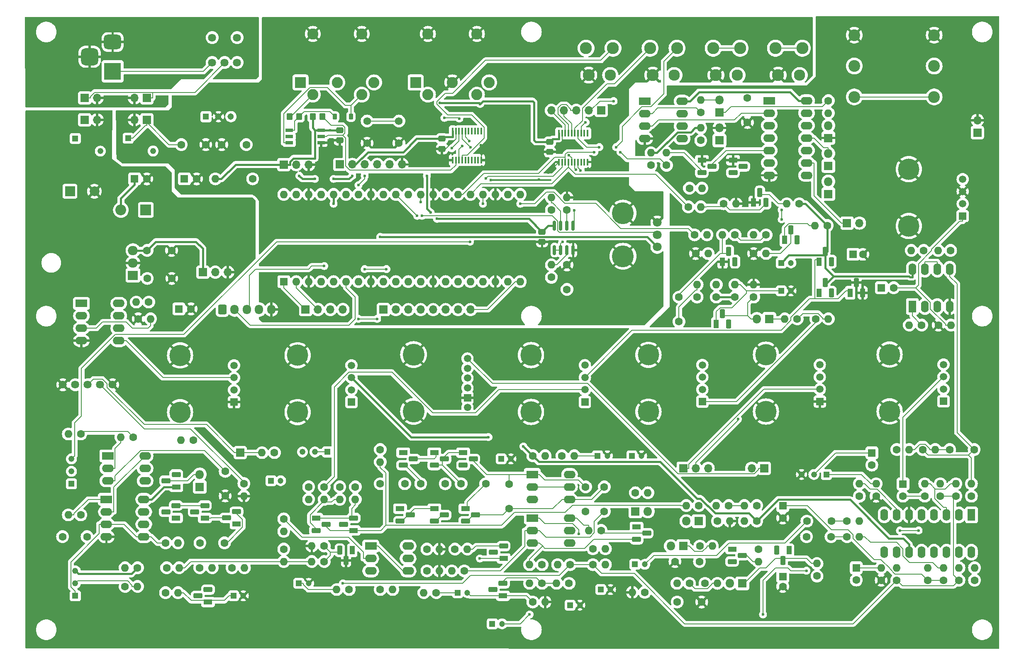
<source format=gtl>
%TF.GenerationSoftware,KiCad,Pcbnew,8.0.8*%
%TF.CreationDate,2025-03-25T20:45:59+09:00*%
%TF.ProjectId,mainBorad,6d61696e-426f-4726-9164-2e6b69636164,rev?*%
%TF.SameCoordinates,Original*%
%TF.FileFunction,Copper,L1,Top*%
%TF.FilePolarity,Positive*%
%FSLAX46Y46*%
G04 Gerber Fmt 4.6, Leading zero omitted, Abs format (unit mm)*
G04 Created by KiCad (PCBNEW 8.0.8) date 2025-03-25 20:45:59*
%MOMM*%
%LPD*%
G01*
G04 APERTURE LIST*
G04 Aperture macros list*
%AMRoundRect*
0 Rectangle with rounded corners*
0 $1 Rounding radius*
0 $2 $3 $4 $5 $6 $7 $8 $9 X,Y pos of 4 corners*
0 Add a 4 corners polygon primitive as box body*
4,1,4,$2,$3,$4,$5,$6,$7,$8,$9,$2,$3,0*
0 Add four circle primitives for the rounded corners*
1,1,$1+$1,$2,$3*
1,1,$1+$1,$4,$5*
1,1,$1+$1,$6,$7*
1,1,$1+$1,$8,$9*
0 Add four rect primitives between the rounded corners*
20,1,$1+$1,$2,$3,$4,$5,0*
20,1,$1+$1,$4,$5,$6,$7,0*
20,1,$1+$1,$6,$7,$8,$9,0*
20,1,$1+$1,$8,$9,$2,$3,0*%
G04 Aperture macros list end*
%TA.AperFunction,ComponentPad*%
%ADD10C,1.600000*%
%TD*%
%TA.AperFunction,ComponentPad*%
%ADD11O,1.600000X1.600000*%
%TD*%
%TA.AperFunction,ComponentPad*%
%ADD12C,2.450000*%
%TD*%
%TA.AperFunction,ComponentPad*%
%ADD13C,2.300000*%
%TD*%
%TA.AperFunction,ComponentPad*%
%ADD14R,1.600000X2.400000*%
%TD*%
%TA.AperFunction,ComponentPad*%
%ADD15O,1.600000X2.400000*%
%TD*%
%TA.AperFunction,ComponentPad*%
%ADD16R,1.217000X1.217000*%
%TD*%
%TA.AperFunction,ComponentPad*%
%ADD17C,1.217000*%
%TD*%
%TA.AperFunction,ComponentPad*%
%ADD18R,1.800000X1.800000*%
%TD*%
%TA.AperFunction,ComponentPad*%
%ADD19O,1.800000X1.800000*%
%TD*%
%TA.AperFunction,ComponentPad*%
%ADD20C,1.800000*%
%TD*%
%TA.AperFunction,ComponentPad*%
%ADD21C,4.455000*%
%TD*%
%TA.AperFunction,ComponentPad*%
%ADD22R,1.100000X1.800000*%
%TD*%
%TA.AperFunction,ComponentPad*%
%ADD23RoundRect,0.275000X-0.275000X-0.625000X0.275000X-0.625000X0.275000X0.625000X-0.275000X0.625000X0*%
%TD*%
%TA.AperFunction,ComponentPad*%
%ADD24R,1.200000X1.200000*%
%TD*%
%TA.AperFunction,ComponentPad*%
%ADD25C,1.200000*%
%TD*%
%TA.AperFunction,ComponentPad*%
%ADD26R,1.600000X1.600000*%
%TD*%
%TA.AperFunction,ComponentPad*%
%ADD27R,2.400000X1.600000*%
%TD*%
%TA.AperFunction,ComponentPad*%
%ADD28O,2.400000X1.600000*%
%TD*%
%TA.AperFunction,ComponentPad*%
%ADD29R,1.700000X1.700000*%
%TD*%
%TA.AperFunction,ComponentPad*%
%ADD30O,1.700000X1.700000*%
%TD*%
%TA.AperFunction,ComponentPad*%
%ADD31R,1.800000X1.100000*%
%TD*%
%TA.AperFunction,ComponentPad*%
%ADD32RoundRect,0.275000X-0.625000X0.275000X-0.625000X-0.275000X0.625000X-0.275000X0.625000X0.275000X0*%
%TD*%
%TA.AperFunction,ComponentPad*%
%ADD33C,1.635000*%
%TD*%
%TA.AperFunction,SMDPad,CuDef*%
%ADD34RoundRect,0.250000X-0.350000X-0.450000X0.350000X-0.450000X0.350000X0.450000X-0.350000X0.450000X0*%
%TD*%
%TA.AperFunction,ComponentPad*%
%ADD35R,2.200000X2.200000*%
%TD*%
%TA.AperFunction,ComponentPad*%
%ADD36O,2.200000X2.200000*%
%TD*%
%TA.AperFunction,SMDPad,CuDef*%
%ADD37RoundRect,0.250000X-0.475000X0.337500X-0.475000X-0.337500X0.475000X-0.337500X0.475000X0.337500X0*%
%TD*%
%TA.AperFunction,ComponentPad*%
%ADD38RoundRect,0.275000X0.625000X-0.275000X0.625000X0.275000X-0.625000X0.275000X-0.625000X-0.275000X0*%
%TD*%
%TA.AperFunction,ComponentPad*%
%ADD39RoundRect,0.275000X0.275000X0.625000X-0.275000X0.625000X-0.275000X-0.625000X0.275000X-0.625000X0*%
%TD*%
%TA.AperFunction,SMDPad,CuDef*%
%ADD40R,1.650000X0.700000*%
%TD*%
%TA.AperFunction,ComponentPad*%
%ADD41RoundRect,0.250000X-0.600000X-0.725000X0.600000X-0.725000X0.600000X0.725000X-0.600000X0.725000X0*%
%TD*%
%TA.AperFunction,ComponentPad*%
%ADD42O,1.700000X1.950000*%
%TD*%
%TA.AperFunction,SMDPad,CuDef*%
%ADD43R,0.450000X1.475000*%
%TD*%
%TA.AperFunction,ComponentPad*%
%ADD44R,2.250000X2.250000*%
%TD*%
%TA.AperFunction,ComponentPad*%
%ADD45C,2.250000*%
%TD*%
%TA.AperFunction,ComponentPad*%
%ADD46R,1.500000X1.500000*%
%TD*%
%TA.AperFunction,ComponentPad*%
%ADD47C,1.500000*%
%TD*%
%TA.AperFunction,ComponentPad*%
%ADD48C,4.350000*%
%TD*%
%TA.AperFunction,ComponentPad*%
%ADD49C,2.400000*%
%TD*%
%TA.AperFunction,SMDPad,CuDef*%
%ADD50RoundRect,0.150000X0.150000X-0.825000X0.150000X0.825000X-0.150000X0.825000X-0.150000X-0.825000X0*%
%TD*%
%TA.AperFunction,ComponentPad*%
%ADD51R,1.305000X1.305000*%
%TD*%
%TA.AperFunction,ComponentPad*%
%ADD52C,1.305000*%
%TD*%
%TA.AperFunction,ComponentPad*%
%ADD53C,1.575000*%
%TD*%
%TA.AperFunction,ComponentPad*%
%ADD54R,2.000000X1.905000*%
%TD*%
%TA.AperFunction,ComponentPad*%
%ADD55O,2.000000X1.905000*%
%TD*%
%TA.AperFunction,ComponentPad*%
%ADD56R,3.500000X3.500000*%
%TD*%
%TA.AperFunction,ComponentPad*%
%ADD57RoundRect,0.750000X-1.000000X0.750000X-1.000000X-0.750000X1.000000X-0.750000X1.000000X0.750000X0*%
%TD*%
%TA.AperFunction,ComponentPad*%
%ADD58RoundRect,0.875000X-0.875000X0.875000X-0.875000X-0.875000X0.875000X-0.875000X0.875000X0.875000X0*%
%TD*%
%TA.AperFunction,SMDPad,CuDef*%
%ADD59RoundRect,0.225000X-0.225000X-0.375000X0.225000X-0.375000X0.225000X0.375000X-0.225000X0.375000X0*%
%TD*%
%TA.AperFunction,ComponentPad*%
%ADD60R,2.000000X2.000000*%
%TD*%
%TA.AperFunction,ComponentPad*%
%ADD61C,2.000000*%
%TD*%
%TA.AperFunction,ViaPad*%
%ADD62C,0.600000*%
%TD*%
%TA.AperFunction,Conductor*%
%ADD63C,0.400000*%
%TD*%
%TA.AperFunction,Conductor*%
%ADD64C,0.200000*%
%TD*%
G04 APERTURE END LIST*
D10*
%TO.P,R105,1*%
%TO.N,A+VCO_SAW*%
X69330000Y-116165000D03*
D11*
%TO.P,R105,2*%
%TO.N,GNDA*%
X69330000Y-118705000D03*
%TD*%
D12*
%TO.P,DgJ13,1,1*%
%TO.N,GNDD*%
X152770000Y-32805000D03*
%TO.P,DgJ13,2,2_1*%
%TO.N,A+SyncOut*%
X152220000Y-27305000D03*
%TO.P,DgJ13,3,2_2*%
%TO.N,A+SyncOut_Run{slash}Stop*%
X157720000Y-27305000D03*
D13*
%TO.P,DgJ13,4,3*%
%TO.N,unconnected-(DgJ13-3-Pad4)*%
X157170000Y-32805000D03*
%TD*%
D10*
%TO.P,R26,1*%
%TO.N,Net-(R26-Pad1)*%
X168275000Y-120650000D03*
D11*
%TO.P,R26,2*%
%TO.N,Net-(D2-K)*%
X165735000Y-120650000D03*
%TD*%
D10*
%TO.P,R70,1*%
%TO.N,Net-(Q12-B1)*%
X77470000Y-123375000D03*
D11*
%TO.P,R70,2*%
%TO.N,Net-(C16-Pad1)*%
X77470000Y-125915000D03*
%TD*%
D10*
%TO.P,R45,1*%
%TO.N,A+12V*%
X53340000Y-138430000D03*
D11*
%TO.P,R45,2*%
%TO.N,Net-(Q8-E)*%
X55880000Y-138430000D03*
%TD*%
D14*
%TO.P,U1,1*%
%TO.N,Net-(R14-Pad1)*%
X217790000Y-122555000D03*
D15*
%TO.P,U1,2,DIODE_BIAS*%
%TO.N,unconnected-(U1C-DIODE_BIAS-Pad2)*%
X215250000Y-122555000D03*
%TO.P,U1,3,+*%
%TO.N,Net-(U1C-+)*%
X212710000Y-122555000D03*
%TO.P,U1,4,-*%
%TO.N,Net-(U1C--)*%
X210170000Y-122555000D03*
%TO.P,U1,5*%
%TO.N,Net-(R12-Pad2)*%
X207630000Y-122555000D03*
%TO.P,U1,6,V-*%
%TO.N,GNDA*%
X205090000Y-122555000D03*
%TO.P,U1,7*%
%TO.N,Net-(R12-Pad2)*%
X202550000Y-122555000D03*
%TO.P,U1,8*%
%TO.N,Net-(TM1-CCW)*%
X200010000Y-122555000D03*
%TO.P,U1,9*%
%TO.N,Net-(C8-Pad1)*%
X200010000Y-130175000D03*
%TO.P,U1,10*%
%TO.N,Net-(R7-Pad2)*%
X202550000Y-130175000D03*
%TO.P,U1,11,V+*%
%TO.N,A+12V*%
X205090000Y-130175000D03*
%TO.P,U1,12*%
%TO.N,Net-(R7-Pad2)*%
X207630000Y-130175000D03*
%TO.P,U1,13,-*%
%TO.N,Net-(U1A--)*%
X210170000Y-130175000D03*
%TO.P,U1,14,+*%
%TO.N,Net-(U1A-+)*%
X212710000Y-130175000D03*
%TO.P,U1,15,DIODE_BIAS*%
%TO.N,unconnected-(U1A-DIODE_BIAS-Pad15)*%
X215250000Y-130175000D03*
%TO.P,U1,16*%
%TO.N,Net-(R6-Pad2)*%
X217790000Y-130175000D03*
%TD*%
D16*
%TO.P,TM4,1,CCW*%
%TO.N,A+5.333V*%
X34925000Y-139065000D03*
D17*
%TO.P,TM4,2,WIPER*%
%TO.N,Net-(TM4-WIPER)*%
X34925000Y-136525000D03*
%TO.P,TM4,3,CW*%
%TO.N,A+12V*%
X34925000Y-133985000D03*
%TD*%
D12*
%TO.P,DgJ11,1,1*%
%TO.N,GNDD*%
X165650000Y-32805000D03*
%TO.P,DgJ11,2,2_1*%
%TO.N,A+VCO_CV*%
X165100000Y-27305000D03*
%TO.P,DgJ11,3,2_2*%
X170600000Y-27305000D03*
D13*
%TO.P,DgJ11,4,3*%
%TO.N,unconnected-(DgJ11-3-Pad4)*%
X170050000Y-32805000D03*
%TD*%
D18*
%TO.P,D37,1,K*%
%TO.N,Net-(D37-K)*%
X176530000Y-82550000D03*
D19*
%TO.P,D37,2,A*%
%TO.N,A+VCA_Env*%
X173990000Y-82550000D03*
%TD*%
D16*
%TO.P,TM5,1,CCW*%
%TO.N,Net-(TM5-CCW)*%
X34145000Y-116205000D03*
D17*
%TO.P,TM5,2,WIPER*%
X34145000Y-113665000D03*
%TO.P,TM5,3,CW*%
%TO.N,A+VCO_CV*%
X34145000Y-111125000D03*
%TD*%
D10*
%TO.P,R22,1*%
%TO.N,Net-(Q1-E)*%
X165960000Y-123825000D03*
D11*
%TO.P,R22,2*%
%TO.N,GNDA*%
X168500000Y-123825000D03*
%TD*%
D10*
%TO.P,R140,1*%
%TO.N,Net-(Q35-B)*%
X167230000Y-59055000D03*
D11*
%TO.P,R140,2*%
%TO.N,GNDA*%
X169770000Y-59055000D03*
%TD*%
D10*
%TO.P,R73,1*%
%TO.N,Net-(TM3-CCW)*%
X92075000Y-116840000D03*
D11*
%TO.P,R73,2*%
%TO.N,Net-(Q10-E)*%
X92075000Y-119380000D03*
%TD*%
D20*
%TO.P,VR1,1,CCW*%
%TO.N,D+3.3V*%
X153685000Y-67865000D03*
%TO.P,VR1,2,WIPER*%
%TO.N,A+TEMPO*%
X153685000Y-65365000D03*
%TO.P,VR1,3,CW*%
%TO.N,GNDD*%
X153685000Y-62865000D03*
D21*
%TO.P,VR1,MH1,MH1*%
X146685000Y-69765000D03*
%TO.P,VR1,MH2,MH2*%
X146685000Y-60965000D03*
%TD*%
D10*
%TO.P,R93,1*%
%TO.N,Net-(Q30-C)*%
X162560000Y-46130000D03*
D11*
%TO.P,R93,2*%
%TO.N,A+12V*%
X162560000Y-43590000D03*
%TD*%
D10*
%TO.P,R109,1*%
%TO.N,Net-(Q20-B)*%
X106680000Y-133985000D03*
D11*
%TO.P,R109,2*%
%TO.N,GNDA*%
X109220000Y-133985000D03*
%TD*%
D22*
%TO.P,Q38,1,E*%
%TO.N,Net-(Q38-E)*%
X165735000Y-83585000D03*
D23*
%TO.P,Q38,2,C*%
%TO.N,A+VCA_Env*%
X167005000Y-81515000D03*
%TO.P,Q38,3,B*%
%TO.N,Net-(Q38-B)*%
X168275000Y-83585000D03*
%TD*%
D10*
%TO.P,R152,1*%
%TO.N,Net-(Q41-B)*%
X182245000Y-82550000D03*
D11*
%TO.P,R152,2*%
%TO.N,Net-(D37-K)*%
X179705000Y-82550000D03*
%TD*%
D24*
%TO.P,C23,1*%
%TO.N,Net-(C23-Pad1)*%
X112935000Y-138430000D03*
D25*
%TO.P,C23,2*%
%TO.N,Net-(Q18-E)*%
X114935000Y-138430000D03*
%TD*%
D10*
%TO.P,C25,1*%
%TO.N,Net-(Q16-B)*%
X139065000Y-116840000D03*
%TO.P,C25,2*%
%TO.N,Net-(Q21-B2)*%
X139065000Y-121840000D03*
%TD*%
%TO.P,R64,1*%
%TO.N,Net-(Q9-B)*%
X85725000Y-128905000D03*
D11*
%TO.P,R64,2*%
%TO.N,GNDA*%
X83185000Y-128905000D03*
%TD*%
D10*
%TO.P,R35,1*%
%TO.N,Net-(Q8-B)*%
X66900000Y-133350000D03*
D11*
%TO.P,R35,2*%
%TO.N,A+VCO_SAW*%
X69440000Y-133350000D03*
%TD*%
D10*
%TO.P,C34,1*%
%TO.N,Net-(Q26-C1)*%
X37320000Y-127000000D03*
%TO.P,C34,2*%
%TO.N,Net-(C34-Pad2)*%
X32320000Y-127000000D03*
%TD*%
D26*
%TO.P,C20,1*%
%TO.N,Net-(Q2-B)*%
X179295000Y-135160000D03*
D10*
%TO.P,C20,2*%
%TO.N,GNDA*%
X179295000Y-137160000D03*
%TD*%
%TO.P,R13,1*%
%TO.N,GNDA*%
X198345000Y-118745000D03*
D11*
%TO.P,R13,2*%
%TO.N,Net-(TM1-CCW)*%
X198345000Y-116205000D03*
%TD*%
D24*
%TO.P,C72,1*%
%TO.N,A+12V*%
X178975000Y-71120000D03*
D25*
%TO.P,C72,2*%
%TO.N,Net-(Q36-B)*%
X180975000Y-71120000D03*
%TD*%
D27*
%TO.P,U2,1*%
%TO.N,Net-(C34-Pad2)*%
X41275000Y-119380000D03*
D28*
%TO.P,U2,2,-*%
%TO.N,Net-(Q26-C1)*%
X41275000Y-121920000D03*
%TO.P,U2,3,+*%
%TO.N,A+5.333V*%
X41275000Y-124460000D03*
%TO.P,U2,4,V-*%
%TO.N,GNDA*%
X41275000Y-127000000D03*
%TO.P,U2,5,+*%
%TO.N,A+5.333V*%
X48895000Y-127000000D03*
%TO.P,U2,6,-*%
%TO.N,Net-(U2B--)*%
X48895000Y-124460000D03*
%TO.P,U2,7*%
X48895000Y-121920000D03*
%TO.P,U2,8,V+*%
%TO.N,A+12V*%
X48895000Y-119380000D03*
%TD*%
D10*
%TO.P,R36,1*%
%TO.N,A+VCO_SQU*%
X53565000Y-133350000D03*
D11*
%TO.P,R36,2*%
%TO.N,A+5.333V*%
X56105000Y-133350000D03*
%TD*%
D10*
%TO.P,R14,1*%
%TO.N,Net-(R14-Pad1)*%
X217790000Y-118745000D03*
D11*
%TO.P,R14,2*%
%TO.N,A+5.333V*%
X217790000Y-116205000D03*
%TD*%
D10*
%TO.P,R91,1*%
%TO.N,Net-(Q29-C)*%
X160245000Y-55880000D03*
D11*
%TO.P,R91,2*%
%TO.N,Net-(Q30-B)*%
X162785000Y-55880000D03*
%TD*%
D10*
%TO.P,R10,1*%
%TO.N,A+5.333V*%
X214615000Y-118745000D03*
D11*
%TO.P,R10,2*%
%TO.N,Net-(U1C-+)*%
X214615000Y-116205000D03*
%TD*%
D10*
%TO.P,DgC2,1*%
%TO.N,Net-(DgIC5A-+)*%
X135255000Y-76530000D03*
%TO.P,DgC2,2*%
%TO.N,GNDD*%
X135255000Y-71530000D03*
%TD*%
%TO.P,R138,1*%
%TO.N,Net-(VR6-CCW)*%
X186055000Y-82550000D03*
D11*
%TO.P,R138,2*%
%TO.N,Net-(Q41-B)*%
X188595000Y-82550000D03*
%TD*%
D29*
%TO.P,J13,1,Pin_1*%
%TO.N,A+VCO_WAVE*%
X68580000Y-109855000D03*
%TD*%
%TO.P,J8,1,Pin_1*%
%TO.N,A+ENV.MOD*%
X192405000Y-63000000D03*
D30*
%TO.P,J8,2,Pin_2*%
%TO.N,A+VCA-Reso_ACC*%
X194945000Y-63000000D03*
%TD*%
D31*
%TO.P,Q10,1,E*%
%TO.N,Net-(Q10-E)*%
X84055000Y-123190000D03*
D32*
%TO.P,Q10,2,C*%
%TO.N,Net-(Q10-C)*%
X86125000Y-124460000D03*
%TO.P,Q10,3,B*%
%TO.N,Net-(Q10-B)*%
X84055000Y-125730000D03*
%TD*%
D10*
%TO.P,C19,1*%
%TO.N,Net-(Q13-B)*%
X105410000Y-116205000D03*
%TO.P,C19,2*%
%TO.N,Net-(Q15-B)*%
X110410000Y-116205000D03*
%TD*%
D16*
%TO.P,TM1,1,CCW*%
%TO.N,Net-(TM1-CCW)*%
X188185000Y-114300000D03*
D17*
%TO.P,TM1,2,WIPER*%
%TO.N,Net-(TM1-WIPER)*%
X185645000Y-114300000D03*
%TO.P,TM1,3,CW*%
%TO.N,GNDA*%
X183105000Y-114300000D03*
%TD*%
D10*
%TO.P,R103,1*%
%TO.N,A+12V*%
X47625000Y-133350000D03*
D11*
%TO.P,R103,2*%
%TO.N,Net-(Q26-C1)*%
X45085000Y-133350000D03*
%TD*%
D10*
%TO.P,R8,1*%
%TO.N,GNDA*%
X199375000Y-135890000D03*
D11*
%TO.P,R8,2*%
%TO.N,Net-(C8-Pad1)*%
X199375000Y-133350000D03*
%TD*%
D31*
%TO.P,Q23,1,E*%
%TO.N,Net-(Q17-B)*%
X114535000Y-121285000D03*
D32*
%TO.P,Q23,2,C*%
%TO.N,Net-(Q22-E2)*%
X116605000Y-122555000D03*
%TO.P,Q23,3,B*%
X114535000Y-123825000D03*
%TD*%
D33*
%TO.P,SW1,1,1*%
%TO.N,A+VCO_SQU*%
X34925000Y-96000000D03*
%TO.P,SW1,2,2_Comm*%
%TO.N,A+VCO_WAVE*%
X37465000Y-96000000D03*
%TO.P,SW1,3,3*%
%TO.N,A+VCO_SAW*%
X40005000Y-96000000D03*
%TO.P,SW1,MH1,MH1*%
%TO.N,GNDA*%
X32385000Y-96000000D03*
%TO.P,SW1,MH2,MH2*%
X42545000Y-96000000D03*
%TD*%
D10*
%TO.P,C26,1*%
%TO.N,Net-(Q16-B)*%
X123432600Y-116285000D03*
%TO.P,C26,2*%
%TO.N,Net-(Q22-E2)*%
X123432600Y-121285000D03*
%TD*%
%TO.P,DgR6,1*%
%TO.N,Net-(DgIC5B--)*%
X135255000Y-60325000D03*
D11*
%TO.P,DgR6,2*%
%TO.N,GNDD*%
X135255000Y-57785000D03*
%TD*%
D34*
%TO.P,DgR4,1*%
%TO.N,D+5V*%
X83360000Y-41275000D03*
%TO.P,DgR4,2*%
%TO.N,D+5V_MIDIRx*%
X85360000Y-41275000D03*
%TD*%
D26*
%TO.P,PwC6,1*%
%TO.N,A+12V*%
X47030000Y-53975000D03*
D10*
%TO.P,PwC6,2*%
%TO.N,GNDA*%
X49530000Y-53975000D03*
%TD*%
D35*
%TO.P,PwD1,1,K*%
%TO.N,A+15V*%
X49312200Y-60325000D03*
D36*
%TO.P,PwD1,2,A*%
%TO.N,A+12V*%
X44232200Y-60325000D03*
%TD*%
D10*
%TO.P,R114,1*%
%TO.N,Net-(Q21-B2)*%
X140560000Y-129460000D03*
D11*
%TO.P,R114,2*%
%TO.N,Net-(C29-Pad1)*%
X143100000Y-129460000D03*
%TD*%
D10*
%TO.P,PwC3,1*%
%TO.N,Net-(PwIC1-VOUT)*%
X69810000Y-46990000D03*
%TO.P,PwC3,2*%
%TO.N,GNDD*%
X64810000Y-46990000D03*
%TD*%
%TO.P,PwC9,1*%
%TO.N,A+12V*%
X49570000Y-68580000D03*
%TO.P,PwC9,2*%
%TO.N,GNDA*%
X54570000Y-68580000D03*
%TD*%
D27*
%TO.P,IC12,1*%
%TO.N,Net-(C35-Pad1)*%
X176530000Y-38005000D03*
D28*
%TO.P,IC12,2*%
%TO.N,A+CV*%
X176530000Y-40545000D03*
%TO.P,IC12,3*%
%TO.N,A+VCO_CV*%
X176530000Y-43085000D03*
%TO.P,IC12,4*%
%TO.N,Net-(C35-Pad1)*%
X176530000Y-45625000D03*
%TO.P,IC12,5*%
%TO.N,Net-(Q29-C)*%
X176530000Y-48165000D03*
%TO.P,IC12,6*%
%TO.N,Net-(Q35-C)*%
X176530000Y-50705000D03*
%TO.P,IC12,7,VSS*%
%TO.N,GNDA*%
X176530000Y-53245000D03*
%TO.P,IC12,8*%
%TO.N,Net-(VR7-CW)*%
X184150000Y-53245000D03*
%TO.P,IC12,9*%
%TO.N,A+ENV.MOD*%
X184150000Y-50705000D03*
%TO.P,IC12,10*%
%TO.N,Net-(VR6-CCW)*%
X184150000Y-48165000D03*
%TO.P,IC12,11*%
%TO.N,Net-(D28-A)*%
X184150000Y-45625000D03*
%TO.P,IC12,12*%
%TO.N,Net-(Q35-C)*%
X184150000Y-43085000D03*
%TO.P,IC12,13*%
%TO.N,Net-(Q30-C)*%
X184150000Y-40545000D03*
%TO.P,IC12,14,VDD*%
%TO.N,A+12V*%
X184150000Y-38005000D03*
%TD*%
D10*
%TO.P,R63,1*%
%TO.N,Net-(VR5-WIPER)*%
X85725000Y-116840000D03*
D11*
%TO.P,R63,2*%
%TO.N,Net-(Q10-B)*%
X85725000Y-119380000D03*
%TD*%
D27*
%TO.P,Q21,1,E1*%
%TO.N,Net-(Q20-C)*%
X128157600Y-123190000D03*
D28*
%TO.P,Q21,2,B1*%
%TO.N,Net-(Q21-B1)*%
X128157600Y-125730000D03*
%TO.P,Q21,3,C2*%
%TO.N,Net-(Q19-B)*%
X128157600Y-128270000D03*
%TO.P,Q21,4,E2*%
%TO.N,Net-(Q20-C)*%
X135777600Y-128270000D03*
%TO.P,Q21,5,B2*%
%TO.N,Net-(Q21-B2)*%
X135777600Y-125730000D03*
%TO.P,Q21,6,C1*%
%TO.N,Net-(Q21-C1)*%
X135777600Y-123190000D03*
%TD*%
D10*
%TO.P,R111,1*%
%TO.N,Net-(Q19-C)*%
X142240000Y-125730000D03*
D11*
%TO.P,R111,2*%
%TO.N,Net-(Q21-C1)*%
X139700000Y-125730000D03*
%TD*%
D37*
%TO.P,DgC6,1*%
%TO.N,D+5V*%
X130175000Y-64770000D03*
%TO.P,DgC6,2*%
%TO.N,GNDD*%
X130175000Y-66845000D03*
%TD*%
D31*
%TO.P,Q30,1,E*%
%TO.N,GNDA*%
X169145000Y-50165000D03*
D32*
%TO.P,Q30,2,C*%
%TO.N,Net-(Q30-C)*%
X171215000Y-51435000D03*
%TO.P,Q30,3,B*%
%TO.N,Net-(Q30-B)*%
X169145000Y-52705000D03*
%TD*%
D10*
%TO.P,C1,1*%
%TO.N,A+VCA_Signal*%
X184215000Y-123825000D03*
%TO.P,C1,2*%
%TO.N,Net-(C1-Pad2)*%
X189215000Y-123825000D03*
%TD*%
%TO.P,R25,1*%
%TO.N,Net-(Q2-B)*%
X174360000Y-129540000D03*
D11*
%TO.P,R25,2*%
%TO.N,Net-(Q1-C)*%
X174360000Y-132080000D03*
%TD*%
D18*
%TO.P,D2,1,K*%
%TO.N,Net-(D2-K)*%
X162150000Y-123825000D03*
D19*
%TO.P,D2,2,A*%
%TO.N,A+VCA_Trig*%
X159610000Y-123825000D03*
%TD*%
D10*
%TO.P,R16,1*%
%TO.N,A+5.333V*%
X213545000Y-68580000D03*
D11*
%TO.P,R16,2*%
%TO.N,Net-(U4A--)*%
X211005000Y-68580000D03*
%TD*%
D10*
%TO.P,R66,1*%
%TO.N,A+5.333V*%
X135890000Y-132715000D03*
D11*
%TO.P,R66,2*%
%TO.N,Net-(C22-Pad1)*%
X133350000Y-132715000D03*
%TD*%
D10*
%TO.P,R100,1*%
%TO.N,Net-(Q26-B2)*%
X46765000Y-106680000D03*
D11*
%TO.P,R100,2*%
%TO.N,A+5.333V*%
X44225000Y-106680000D03*
%TD*%
D31*
%TO.P,Q18,1,E*%
%TO.N,Net-(Q18-E)*%
X122205000Y-139065000D03*
D38*
%TO.P,Q18,2,C*%
%TO.N,A+12V*%
X120135000Y-137795000D03*
%TO.P,Q18,3,B*%
%TO.N,Net-(Q18-B)*%
X122205000Y-136525000D03*
%TD*%
D31*
%TO.P,Q8,1,E*%
%TO.N,Net-(Q8-E)*%
X61995000Y-140335000D03*
D38*
%TO.P,Q8,2,C*%
%TO.N,A+VCO_SQU*%
X59925000Y-139065000D03*
%TO.P,Q8,3,B*%
%TO.N,Net-(Q8-B)*%
X61995000Y-137795000D03*
%TD*%
D24*
%TO.P,C15,1*%
%TO.N,Net-(C15-Pad1)*%
X120015000Y-144780000D03*
D25*
%TO.P,C15,2*%
%TO.N,A+VCA_Resonance*%
X122015000Y-144780000D03*
%TD*%
D22*
%TO.P,Q9,1,E*%
%TO.N,Net-(Q10-C)*%
X91440000Y-129775000D03*
D39*
%TO.P,Q9,2,C*%
%TO.N,GNDA*%
X90170000Y-131845000D03*
%TO.P,Q9,3,B*%
%TO.N,Net-(Q9-B)*%
X88900000Y-129775000D03*
%TD*%
D29*
%TO.P,J12,1,Pin_1*%
%TO.N,Net-(J12-Pin_1)*%
X219000000Y-44540000D03*
D30*
%TO.P,J12,2,Pin_2*%
%TO.N,GNDA*%
X219000000Y-42000000D03*
%TD*%
D24*
%TO.P,C30,1*%
%TO.N,Net-(Q22-B1)*%
X141510000Y-110490000D03*
D25*
%TO.P,C30,2*%
%TO.N,GNDA*%
X143510000Y-110490000D03*
%TD*%
D40*
%TO.P,DgIC4,1,ANODE*%
%TO.N,Net-(DgD1-K)*%
X78570000Y-44075000D03*
%TO.P,DgIC4,2,NP*%
%TO.N,unconnected-(DgIC4-NP-Pad2)*%
X78570000Y-45345000D03*
%TO.P,DgIC4,3,CATHODE*%
%TO.N,Net-(DgD1-A)*%
X78570000Y-46615000D03*
%TO.P,DgIC4,4,GND*%
%TO.N,GNDD*%
X85070000Y-46615000D03*
%TO.P,DgIC4,5,VO_(OUTPUT)*%
%TO.N,D+5V_MIDIRx*%
X85070000Y-45345000D03*
%TO.P,DgIC4,6,VCC*%
%TO.N,D+5V*%
X85070000Y-44075000D03*
%TD*%
D10*
%TO.P,R150,1*%
%TO.N,A+12V*%
X169545000Y-78105000D03*
D11*
%TO.P,R150,2*%
%TO.N,Net-(Q38-E)*%
X169545000Y-75565000D03*
%TD*%
D18*
%TO.P,D28,1,K*%
%TO.N,Net-(D28-K)*%
X188595000Y-51340000D03*
D19*
%TO.P,D28,2,A*%
%TO.N,Net-(D28-A)*%
X188595000Y-48800000D03*
%TD*%
D10*
%TO.P,R98,1*%
%TO.N,Net-(Q12-B2)*%
X90805000Y-137795000D03*
D11*
%TO.P,R98,2*%
%TO.N,Net-(C16-Pad1)*%
X88265000Y-137795000D03*
%TD*%
D10*
%TO.P,C54,1*%
%TO.N,Net-(C54-Pad1)*%
X158115000Y-83105000D03*
%TO.P,C54,2*%
%TO.N,A+ENV_Trig*%
X158115000Y-78105000D03*
%TD*%
D41*
%TO.P,J14,1,Pin_1*%
%TO.N,D+3.3V*%
X64930000Y-80645000D03*
D42*
%TO.P,J14,2,Pin_2*%
%TO.N,D_I2C_SDA*%
X67430000Y-80645000D03*
%TO.P,J14,3,Pin_3*%
%TO.N,D_I2C_SCL*%
X69930000Y-80645000D03*
%TO.P,J14,4,Pin_4*%
%TO.N,unconnected-(J14-Pin_4-Pad4)*%
X72430000Y-80645000D03*
%TO.P,J14,5,Pin_5*%
%TO.N,GNDD*%
X74930000Y-80645000D03*
%TD*%
D12*
%TO.P,DgJ9,1,1*%
%TO.N,GNDD*%
X139700000Y-32805000D03*
%TO.P,DgJ9,2,2_1*%
%TO.N,D+5V_SyncIn*%
X139150000Y-27305000D03*
%TO.P,DgJ9,3,2_2*%
%TO.N,D+5V_SyncIn_Run{slash}Stop*%
X144650000Y-27305000D03*
D13*
%TO.P,DgJ9,4,3*%
%TO.N,unconnected-(DgJ9-3-Pad4)*%
X144100000Y-32805000D03*
%TD*%
D29*
%TO.P,PwJ2,1,Pin_1*%
%TO.N,ADAPTER+15V*%
X36830000Y-37465000D03*
D30*
%TO.P,PwJ2,2,Pin_2*%
%TO.N,ADAPTER GND*%
X39370000Y-37465000D03*
%TD*%
D10*
%TO.P,C33,1*%
%TO.N,GNDA*%
X65520000Y-118665000D03*
%TO.P,C33,2*%
%TO.N,Net-(Q25-E)*%
X65520000Y-113665000D03*
%TD*%
D24*
%TO.P,C14,1*%
%TO.N,Net-(Q19-E)*%
X149130000Y-132635000D03*
D25*
%TO.P,C14,2*%
%TO.N,A+VCA_Signal*%
X151130000Y-132635000D03*
%TD*%
D26*
%TO.P,C7,1*%
%TO.N,Net-(U5A-+)*%
X56047000Y-80518000D03*
D10*
%TO.P,C7,2*%
%TO.N,GNDA*%
X58547000Y-80518000D03*
%TD*%
%TO.P,R92,1*%
%TO.N,Net-(Q29-C)*%
X152400000Y-51210000D03*
D11*
%TO.P,R92,2*%
%TO.N,A+12V*%
X152400000Y-48670000D03*
%TD*%
D10*
%TO.P,R6,1*%
%TO.N,A+VCA_Control*%
X218425000Y-135890000D03*
D11*
%TO.P,R6,2*%
%TO.N,Net-(R6-Pad2)*%
X218425000Y-133350000D03*
%TD*%
D29*
%TO.P,PwJ3,1,Pin_1*%
%TO.N,ADAPTER+15V*%
X49530000Y-37465000D03*
D30*
%TO.P,PwJ3,2,Pin_2*%
%TO.N,ADAPTER GND*%
X46990000Y-37465000D03*
%TD*%
D10*
%TO.P,R99,1*%
%TO.N,Net-(C22-Pad1)*%
X135665000Y-136525000D03*
D11*
%TO.P,R99,2*%
%TO.N,Net-(Q18-B)*%
X133125000Y-136525000D03*
%TD*%
D43*
%TO.P,DgIC3,1,~{G1}*%
%TO.N,GNDD*%
X111920000Y-50143000D03*
%TO.P,DgIC3,2,A1*%
%TO.N,D+5V_MIDIRx*%
X112570000Y-50143000D03*
%TO.P,DgIC3,3,A2*%
%TO.N,D+5V_SyncIn*%
X113220000Y-50143000D03*
%TO.P,DgIC3,4,A3*%
%TO.N,D+5V_SyncIn_Run{slash}Stop*%
X113870000Y-50143000D03*
%TO.P,DgIC3,5,A4*%
%TO.N,unconnected-(DgIC3-A4-Pad5)*%
X114520000Y-50143000D03*
%TO.P,DgIC3,6,A5*%
%TO.N,unconnected-(DgIC3-A5-Pad6)*%
X115170000Y-50143000D03*
%TO.P,DgIC3,7,A6*%
%TO.N,unconnected-(DgIC3-A6-Pad7)*%
X115820000Y-50143000D03*
%TO.P,DgIC3,8,A7*%
%TO.N,unconnected-(DgIC3-A7-Pad8)*%
X116470000Y-50143000D03*
%TO.P,DgIC3,9,A8*%
%TO.N,unconnected-(DgIC3-A8-Pad9)*%
X117120000Y-50143000D03*
%TO.P,DgIC3,10,GND*%
%TO.N,GNDD*%
X117770000Y-50143000D03*
%TO.P,DgIC3,11,Y8*%
%TO.N,unconnected-(DgIC3-Y8-Pad11)*%
X117770000Y-44267000D03*
%TO.P,DgIC3,12,Y7*%
%TO.N,unconnected-(DgIC3-Y7-Pad12)*%
X117120000Y-44267000D03*
%TO.P,DgIC3,13,Y6*%
%TO.N,unconnected-(DgIC3-Y6-Pad13)*%
X116470000Y-44267000D03*
%TO.P,DgIC3,14,Y5*%
%TO.N,unconnected-(DgIC3-Y5-Pad14)*%
X115820000Y-44267000D03*
%TO.P,DgIC3,15,Y4*%
%TO.N,unconnected-(DgIC3-Y4-Pad15)*%
X115170000Y-44267000D03*
%TO.P,DgIC3,16,Y3*%
%TO.N,D+SyncIn_Run{slash}Stop*%
X114520000Y-44267000D03*
%TO.P,DgIC3,17,Y2*%
%TO.N,D+SyncIn*%
X113870000Y-44267000D03*
%TO.P,DgIC3,18,Y1*%
%TO.N,D+3.3V_MIDIRX*%
X113220000Y-44267000D03*
%TO.P,DgIC3,19,~{G2}*%
%TO.N,GNDD*%
X112570000Y-44267000D03*
%TO.P,DgIC3,20,VCC*%
%TO.N,D+3.3V*%
X111920000Y-44267000D03*
%TD*%
D26*
%TO.P,C9,1*%
%TO.N,Net-(TM1-WIPER)*%
X197470000Y-109895000D03*
D10*
%TO.P,C9,2*%
%TO.N,OVD_OUT*%
X197470000Y-112395000D03*
%TD*%
%TO.P,R113,1*%
%TO.N,Net-(Q21-B1)*%
X114300000Y-133985000D03*
D11*
%TO.P,R113,2*%
%TO.N,Net-(C29-Pad1)*%
X111760000Y-133985000D03*
%TD*%
D10*
%TO.P,R59,1*%
%TO.N,D+SLIDE*%
X155575000Y-51210000D03*
D11*
%TO.P,R59,2*%
%TO.N,Net-(Q29-B)*%
X155575000Y-48670000D03*
%TD*%
D27*
%TO.P,Q12,1,E1*%
%TO.N,Net-(Q12-E1)*%
X95210000Y-128920000D03*
D28*
%TO.P,Q12,2,B1*%
%TO.N,Net-(Q12-B1)*%
X95210000Y-131460000D03*
%TO.P,Q12,3,C2*%
%TO.N,Net-(Q12-C2)*%
X95210000Y-134000000D03*
%TO.P,Q12,4,E2*%
%TO.N,Net-(Q12-E1)*%
X102830000Y-134000000D03*
%TO.P,Q12,5,B2*%
%TO.N,Net-(Q12-B2)*%
X102830000Y-131460000D03*
%TO.P,Q12,6,C1*%
%TO.N,Net-(Q12-C1)*%
X102830000Y-128920000D03*
%TD*%
D10*
%TO.P,R28,1*%
%TO.N,Net-(Q2-E)*%
X173990000Y-120650000D03*
D11*
%TO.P,R28,2*%
%TO.N,Net-(R26-Pad1)*%
X171450000Y-120650000D03*
%TD*%
D26*
%TO.P,C3,1*%
%TO.N,Net-(C3-Pad1)*%
X179295000Y-120690000D03*
D10*
%TO.P,C3,2*%
%TO.N,GNDA*%
X179295000Y-123190000D03*
%TD*%
%TO.P,R34,1*%
%TO.N,Net-(Q8-B)*%
X60325000Y-133350000D03*
D11*
%TO.P,R34,2*%
%TO.N,Net-(C10-Pad1)*%
X62865000Y-133350000D03*
%TD*%
D16*
%TO.P,PwF1,1,1*%
%TO.N,A+15VPre*%
X34925000Y-45720000D03*
D17*
%TO.P,PwF1,2,2*%
%TO.N,A+15V*%
X40025000Y-48310000D03*
%TD*%
D31*
%TO.P,Q24,1,E*%
%TO.N,Net-(Q24-E)*%
X55455000Y-123190000D03*
D38*
%TO.P,Q24,2,C*%
%TO.N,Net-(D25-K)*%
X53385000Y-121920000D03*
%TO.P,Q24,3,B*%
X55455000Y-120650000D03*
%TD*%
D18*
%TO.P,D26,1,K*%
%TO.N,GNDA*%
X188595000Y-45625000D03*
D19*
%TO.P,D26,2,A*%
%TO.N,Net-(D26-A)*%
X188595000Y-43085000D03*
%TD*%
D27*
%TO.P,U5,1*%
%TO.N,A+5.333V*%
X36180000Y-79385000D03*
D28*
%TO.P,U5,2,-*%
X36180000Y-81925000D03*
%TO.P,U5,3,+*%
%TO.N,Net-(U5A-+)*%
X36180000Y-84465000D03*
%TO.P,U5,4,V-*%
%TO.N,GNDA*%
X36180000Y-87005000D03*
%TO.P,U5,5,+*%
%TO.N,A+5.333V*%
X43800000Y-87005000D03*
%TO.P,U5,6,-*%
%TO.N,Net-(U5B--)*%
X43800000Y-84465000D03*
%TO.P,U5,7*%
X43800000Y-81925000D03*
%TO.P,U5,8,V+*%
%TO.N,A+12V*%
X43800000Y-79385000D03*
%TD*%
D10*
%TO.P,R139,1*%
%TO.N,A+12V*%
X182655000Y-59055000D03*
D11*
%TO.P,R139,2*%
%TO.N,Net-(Q35-C)*%
X180115000Y-59055000D03*
%TD*%
D29*
%TO.P,AnPw1,1,Pin_1*%
%TO.N,A+12V*%
X60960000Y-73025000D03*
D30*
%TO.P,AnPw1,2,Pin_2*%
%TO.N,A+5.333V*%
X63500000Y-73025000D03*
%TO.P,AnPw1,3,Pin_3*%
%TO.N,GNDA*%
X66040000Y-73025000D03*
%TD*%
D18*
%TO.P,D1,1,K*%
%TO.N,Net-(D1-K)*%
X158975000Y-128905000D03*
D19*
%TO.P,D1,2,A*%
%TO.N,A+VCA_Env*%
X156435000Y-128905000D03*
%TD*%
D10*
%TO.P,R142,1*%
%TO.N,Net-(Q36-B)*%
X175895000Y-65405000D03*
D11*
%TO.P,R142,2*%
%TO.N,A+12V*%
X173355000Y-65405000D03*
%TD*%
D44*
%TO.P,DgJ1,1,1*%
%TO.N,unconnected-(DgJ1-Pad1)*%
X104380000Y-34290000D03*
D45*
%TO.P,DgJ1,2,2*%
%TO.N,GNDD*%
X111880000Y-34290000D03*
%TO.P,DgJ1,3,3*%
%TO.N,unconnected-(DgJ1-Pad3)*%
X119380000Y-34290000D03*
%TO.P,DgJ1,4,4*%
%TO.N,Net-(DgJ1-Pad4)*%
X106880000Y-36790000D03*
%TO.P,DgJ1,5,5*%
%TO.N,Net-(DgJ1-Pad5)*%
X116880000Y-36790000D03*
%TO.P,DgJ1,MH1,MH1*%
%TO.N,GNDD*%
X106880000Y-24390000D03*
%TO.P,DgJ1,MH2,MH2*%
X116880000Y-24390000D03*
%TD*%
D26*
%TO.P,C8,1*%
%TO.N,Net-(C8-Pad1)*%
X194295000Y-133350000D03*
D10*
%TO.P,C8,2*%
%TO.N,VCA_OUT*%
X194295000Y-135850000D03*
%TD*%
D24*
%TO.P,C29,1*%
%TO.N,Net-(C29-Pad1)*%
X142145000Y-137795000D03*
D25*
%TO.P,C29,2*%
%TO.N,GNDA*%
X144145000Y-137795000D03*
%TD*%
D26*
%TO.P,C4,1*%
%TO.N,VCA_OUT*%
X203820000Y-116245000D03*
D10*
%TO.P,C4,2*%
%TO.N,Net-(C4-Pad2)*%
X203820000Y-118745000D03*
%TD*%
D22*
%TO.P,Q35,1,E*%
%TO.N,GNDA*%
X173355000Y-58820000D03*
D23*
%TO.P,Q35,2,C*%
%TO.N,Net-(Q35-C)*%
X174625000Y-56750000D03*
%TO.P,Q35,3,B*%
%TO.N,Net-(Q35-B)*%
X175895000Y-58820000D03*
%TD*%
D10*
%TO.P,R69,1*%
%TO.N,Net-(Q11-C)*%
X97155000Y-137795000D03*
D11*
%TO.P,R69,2*%
%TO.N,Net-(Q12-E1)*%
X99695000Y-137795000D03*
%TD*%
D31*
%TO.P,Q14,1,E*%
%TO.N,Net-(Q13-B)*%
X108185000Y-109855000D03*
D32*
%TO.P,Q14,2,C*%
%TO.N,Net-(Q14-B)*%
X110255000Y-111125000D03*
%TO.P,Q14,3,B*%
X108185000Y-112395000D03*
%TD*%
D24*
%TO.P,C13,1*%
%TO.N,Net-(VR4-CW_2)*%
X148495000Y-110490000D03*
D25*
%TO.P,C13,2*%
%TO.N,GNDA*%
X150495000Y-110490000D03*
%TD*%
D33*
%TO.P,PwS1,1,1*%
%TO.N,Net-(PwJ1-Pad1)*%
X62865000Y-30225000D03*
%TO.P,PwS1,2,2*%
%TO.N,ADAPTER+15V*%
X65405000Y-30225000D03*
%TO.P,PwS1,3,3*%
%TO.N,unconnected-(PwS1-Pad3)*%
X67945000Y-30225000D03*
%TO.P,PwS1,4,4*%
%TO.N,unconnected-(PwS1-Pad4)*%
X67945000Y-25145000D03*
%TO.P,PwS1,5,5*%
%TO.N,unconnected-(PwS1-Pad5)*%
X62865000Y-25145000D03*
%TD*%
D31*
%TO.P,Q28,1,D*%
%TO.N,A+12V*%
X67825000Y-124420000D03*
D38*
%TO.P,Q28,2,G*%
%TO.N,Net-(Q25-E)*%
X65755000Y-123150000D03*
%TO.P,Q28,3,S*%
%TO.N,A+VCO_SAW*%
X67825000Y-121880000D03*
%TD*%
D10*
%TO.P,R46,1*%
%TO.N,Net-(VR4-CCW_2)*%
X149225000Y-118030000D03*
D11*
%TO.P,R46,2*%
%TO.N,Net-(D24-K)*%
X151765000Y-118030000D03*
%TD*%
D10*
%TO.P,R17,1*%
%TO.N,Net-(R17-Pad1)*%
X207645000Y-83820000D03*
D11*
%TO.P,R17,2*%
%TO.N,Net-(C6-Pad1)*%
X205105000Y-83820000D03*
%TD*%
D18*
%TO.P,D29,1,K*%
%TO.N,Net-(D26-A)*%
X188595000Y-57055000D03*
D19*
%TO.P,D29,2,A*%
%TO.N,Net-(D28-K)*%
X188595000Y-54515000D03*
%TD*%
D10*
%TO.P,R117,1*%
%TO.N,A+5.333V*%
X188595000Y-38005000D03*
D11*
%TO.P,R117,2*%
%TO.N,Net-(D26-A)*%
X188595000Y-40545000D03*
%TD*%
D29*
%TO.P,DgJ16,1,Pin_1*%
%TO.N,A+CV*%
X142235000Y-40005000D03*
D30*
%TO.P,DgJ16,2,Pin_2*%
%TO.N,A+VCO_CV*%
X139695000Y-40005000D03*
%TO.P,DgJ16,3,Pin_3*%
%TO.N,A+SLIDE*%
X137155000Y-40005000D03*
%TO.P,DgJ16,4,Pin_4*%
%TO.N,A-ACC*%
X134615000Y-40005000D03*
%TO.P,DgJ16,5,Pin_5*%
%TO.N,A+GATE*%
X132075000Y-40005000D03*
%TD*%
D10*
%TO.P,R61,1*%
%TO.N,Net-(VR5-CCW)*%
X162150000Y-120650000D03*
D11*
%TO.P,R61,2*%
%TO.N,Net-(Q10-C)*%
X159610000Y-120650000D03*
%TD*%
D22*
%TO.P,Q39,1,D*%
%TO.N,A+ENV.MOD*%
X193040000Y-77235000D03*
D23*
%TO.P,Q39,2,G*%
%TO.N,GNDA*%
X194310000Y-75165000D03*
%TO.P,Q39,3,S*%
X195580000Y-77235000D03*
%TD*%
D10*
%TO.P,R62,1*%
%TO.N,Net-(C17-Pad1)*%
X75565000Y-109855000D03*
D11*
%TO.P,R62,2*%
%TO.N,A+VCO_WAVE*%
X73025000Y-109855000D03*
%TD*%
D46*
%TO.P,VR2,1,CCW*%
%TO.N,GNDA*%
X67310000Y-99550000D03*
D47*
%TO.P,VR2,2,WIPER*%
%TO.N,Net-(VR2-WIPER)*%
X67310000Y-97050000D03*
%TO.P,VR2,3,CW*%
%TO.N,A+5.333V*%
X67310000Y-94550000D03*
%TO.P,VR2,4,DUMMY*%
%TO.N,unconnected-(VR2-DUMMY-Pad4)*%
X67310000Y-92050000D03*
D48*
%TO.P,VR2,MH1,MH1*%
%TO.N,GNDA*%
X56310000Y-101600000D03*
%TO.P,VR2,MH2,MH2*%
X56310000Y-90000000D03*
%TD*%
D46*
%TO.P,VR4,A1,CCW_1*%
%TO.N,GNDA*%
X114946700Y-98635000D03*
D47*
%TO.P,VR4,A2,WIPER_1*%
%TO.N,A+VCA_Resonance*%
X114946700Y-100635000D03*
%TO.P,VR4,A3,CW_1*%
%TO.N,A+VCA_Signal*%
X114946700Y-90635000D03*
%TO.P,VR4,B1,CCW_2*%
%TO.N,Net-(VR4-CCW_2)*%
X114946700Y-96635000D03*
%TO.P,VR4,B2,WIPER_2*%
%TO.N,Net-(VR4-WIPER_2)*%
X114946700Y-94635000D03*
%TO.P,VR4,B3,CW_2*%
%TO.N,Net-(VR4-CW_2)*%
X114946700Y-92635000D03*
D21*
%TO.P,VR4,MH1,MH1*%
%TO.N,GNDA*%
X103946700Y-101435000D03*
%TO.P,VR4,MH2,MH2*%
X103946700Y-89835000D03*
%TD*%
D10*
%TO.P,R24,1*%
%TO.N,Net-(U4A--)*%
X208055000Y-68580000D03*
D11*
%TO.P,R24,2*%
%TO.N,Net-(R17-Pad1)*%
X205515000Y-68580000D03*
%TD*%
D37*
%TO.P,DgC1,1*%
%TO.N,D+5V*%
X88900000Y-44047500D03*
%TO.P,DgC1,2*%
%TO.N,GNDD*%
X88900000Y-46122500D03*
%TD*%
D49*
%TO.P,J6,R1,R1*%
%TO.N,unconnected-(J6-PadR1)*%
X210185000Y-30945000D03*
%TO.P,J6,RS1,RS1*%
%TO.N,unconnected-(J6-PadRS1)*%
X193885000Y-30945000D03*
%TO.P,J6,S1,S1*%
%TO.N,GNDA*%
X210185000Y-24645000D03*
%TO.P,J6,SS1,SS1*%
X193885000Y-24645000D03*
%TO.P,J6,T1,T1*%
%TO.N,Net-(J12-Pin_1)*%
X210185000Y-37245000D03*
%TO.P,J6,TS1,TS1*%
X193885000Y-37245000D03*
%TD*%
D10*
%TO.P,R18,1*%
%TO.N,Net-(U5A-+)*%
X49911000Y-79121000D03*
D11*
%TO.P,R18,2*%
%TO.N,A+12V*%
X47371000Y-79121000D03*
%TD*%
D29*
%TO.P,PwJ4,1,Pin_1*%
%TO.N,A+15VPre*%
X36825000Y-41910000D03*
D30*
%TO.P,PwJ4,2,Pin_2*%
%TO.N,GNDA*%
X39365000Y-41910000D03*
%TD*%
D10*
%TO.P,R141,1*%
%TO.N,D-ACC*%
X160020000Y-59690000D03*
D11*
%TO.P,R141,2*%
%TO.N,Net-(Q35-B)*%
X162560000Y-59690000D03*
%TD*%
D10*
%TO.P,R71,1*%
%TO.N,Net-(Q10-B)*%
X82550000Y-116840000D03*
D11*
%TO.P,R71,2*%
%TO.N,Net-(Q10-C)*%
X82550000Y-119380000D03*
%TD*%
D29*
%TO.P,J3,1,Pin_1*%
%TO.N,A+VCA_Signal*%
X175485000Y-113030000D03*
D30*
%TO.P,J3,2,Pin_2*%
%TO.N,A+VCA_Resonance*%
X172945000Y-113030000D03*
%TD*%
D24*
%TO.P,C55,1*%
%TO.N,Net-(Q38-E)*%
X178975000Y-76835000D03*
D25*
%TO.P,C55,2*%
%TO.N,GNDA*%
X180975000Y-76835000D03*
%TD*%
D50*
%TO.P,DgIC5,1*%
%TO.N,Net-(DgIC5A--)*%
X132715000Y-68515000D03*
%TO.P,DgIC5,2,-*%
X133985000Y-68515000D03*
%TO.P,DgIC5,3,+*%
%TO.N,Net-(DgIC5A-+)*%
X135255000Y-68515000D03*
%TO.P,DgIC5,4,V-*%
%TO.N,GNDD*%
X136525000Y-68515000D03*
%TO.P,DgIC5,5,+*%
%TO.N,Net-(DgIC5A--)*%
X136525000Y-63565000D03*
%TO.P,DgIC5,6,-*%
%TO.N,Net-(DgIC5B--)*%
X135255000Y-63565000D03*
%TO.P,DgIC5,7*%
%TO.N,A+CV*%
X133985000Y-63565000D03*
%TO.P,DgIC5,8,V+*%
%TO.N,D+5V*%
X132715000Y-63565000D03*
%TD*%
D46*
%TO.P,VR8,1,CCW*%
%TO.N,OVD_OUT*%
X212090000Y-99380000D03*
D47*
%TO.P,VR8,2,WIPER*%
%TO.N,VAOV_OUT*%
X212090000Y-96880000D03*
%TO.P,VR8,3,CW*%
%TO.N,VCA_OUT*%
X212090000Y-94380000D03*
%TO.P,VR8,4,DUMMY*%
%TO.N,unconnected-(VR8-DUMMY-Pad4)*%
X212090000Y-91880000D03*
D48*
%TO.P,VR8,MH1,MH1*%
%TO.N,GNDA*%
X201090000Y-101430000D03*
%TO.P,VR8,MH2,MH2*%
X201090000Y-89830000D03*
%TD*%
D31*
%TO.P,Q11,1,E*%
%TO.N,Net-(Q10-C)*%
X91725000Y-125730000D03*
D38*
%TO.P,Q11,2,C*%
%TO.N,Net-(Q11-C)*%
X89655000Y-124460000D03*
%TO.P,Q11,3,B*%
%TO.N,Net-(Q10-E)*%
X91725000Y-123190000D03*
%TD*%
D10*
%TO.P,R148,1*%
%TO.N,Net-(Q38-B)*%
X161810000Y-78105000D03*
D11*
%TO.P,R148,2*%
%TO.N,Net-(C54-Pad1)*%
X161810000Y-75565000D03*
%TD*%
D10*
%TO.P,R151,1*%
%TO.N,A+VCA_Env*%
X173355000Y-78105000D03*
D11*
%TO.P,R151,2*%
%TO.N,GNDA*%
X173355000Y-75565000D03*
%TD*%
D10*
%TO.P,R7,1*%
%TO.N,A+5.333V*%
X202550000Y-135890000D03*
D11*
%TO.P,R7,2*%
%TO.N,Net-(R7-Pad2)*%
X202550000Y-133350000D03*
%TD*%
D46*
%TO.P,VR7,1,CCW*%
%TO.N,GNDA*%
X186851700Y-99412500D03*
D47*
%TO.P,VR7,2,WIPER*%
%TO.N,A+VCA-Reso_ACC*%
X186851700Y-96912500D03*
%TO.P,VR7,3,CW*%
%TO.N,Net-(VR7-CW)*%
X186851700Y-94412500D03*
%TO.P,VR7,4,DUMMY*%
%TO.N,unconnected-(VR7-DUMMY-Pad4)*%
X186851700Y-91912500D03*
D48*
%TO.P,VR7,MH1,MH1*%
%TO.N,GNDA*%
X175851700Y-101462500D03*
%TO.P,VR7,MH2,MH2*%
X175851700Y-89862500D03*
%TD*%
D24*
%TO.P,C17,1*%
%TO.N,Net-(C17-Pad1)*%
X74835000Y-115570000D03*
D25*
%TO.P,C17,2*%
%TO.N,Net-(Q12-B1)*%
X76835000Y-115570000D03*
%TD*%
D29*
%TO.P,DgPw1,1,Pin_1*%
%TO.N,D+5V*%
X77470000Y-51060000D03*
D30*
%TO.P,DgPw1,2,Pin_2*%
%TO.N,D+3.3V*%
X80010000Y-51060000D03*
%TO.P,DgPw1,3,Pin_3*%
%TO.N,GNDD*%
X82550000Y-51060000D03*
%TD*%
D26*
%TO.P,PwC5,1*%
%TO.N,D+5V*%
X57190000Y-53975000D03*
D10*
%TO.P,PwC5,2*%
%TO.N,GNDD*%
X59690000Y-53975000D03*
%TD*%
%TO.P,R144,1*%
%TO.N,GNDA*%
X161515000Y-69215000D03*
D11*
%TO.P,R144,2*%
%TO.N,Net-(Q37-B)*%
X164055000Y-69215000D03*
%TD*%
D10*
%TO.P,R9,1*%
%TO.N,A+5.333V*%
X211440000Y-118745000D03*
D11*
%TO.P,R9,2*%
%TO.N,Net-(U1C--)*%
X211440000Y-116205000D03*
%TD*%
D10*
%TO.P,C5,1*%
%TO.N,Net-(U4A-+)*%
X213345000Y-109220000D03*
%TO.P,C5,2*%
%TO.N,A+5.333V*%
X218345000Y-109220000D03*
%TD*%
D29*
%TO.P,DgJ2,1,Pin_1*%
%TO.N,Net-(DgJ2-Pin_1)*%
X97790000Y-80665000D03*
D30*
%TO.P,DgJ2,2,Pin_2*%
%TO.N,Net-(DgJ2-Pin_2)*%
X100330000Y-80665000D03*
%TO.P,DgJ2,3,Pin_3*%
%TO.N,Net-(DgJ2-Pin_3)*%
X102870000Y-80665000D03*
%TO.P,DgJ2,4,Pin_4*%
%TO.N,Net-(DgJ2-Pin_4)*%
X105410000Y-80665000D03*
%TO.P,DgJ2,5,Pin_5*%
%TO.N,Net-(DgJ2-Pin_5)*%
X107950000Y-80665000D03*
%TO.P,DgJ2,6,Pin_6*%
%TO.N,Net-(DgJ2-Pin_6)*%
X110490000Y-80665000D03*
%TO.P,DgJ2,7,Pin_7*%
%TO.N,Net-(DgJ2-Pin_7)*%
X113030000Y-80665000D03*
%TO.P,DgJ2,8,Pin_8*%
%TO.N,Net-(DgJ2-Pin_8)*%
X115570000Y-80665000D03*
%TD*%
D10*
%TO.P,R143,1*%
%TO.N,Net-(Q36-B)*%
X169545000Y-65405000D03*
D11*
%TO.P,R143,2*%
%TO.N,A+ENV_Trig*%
X167005000Y-65405000D03*
%TD*%
D10*
%TO.P,DgR7,1*%
%TO.N,Net-(DgIC5B--)*%
X132080000Y-60325000D03*
D11*
%TO.P,DgR7,2*%
%TO.N,A+CV*%
X132080000Y-57785000D03*
%TD*%
D24*
%TO.P,C22,1*%
%TO.N,Net-(C22-Pad1)*%
X135890000Y-140970000D03*
D25*
%TO.P,C22,2*%
%TO.N,GNDA*%
X137890000Y-140970000D03*
%TD*%
D10*
%TO.P,PwL1,1,1*%
%TO.N,Net-(PwIC1-VOUT)*%
X71120000Y-53975000D03*
D11*
%TO.P,PwL1,2,2*%
%TO.N,D+5V*%
X63500000Y-53975000D03*
%TD*%
D51*
%TO.P,PwIC1,1,VIN*%
%TO.N,D+15V*%
X61595000Y-41275000D03*
D52*
%TO.P,PwIC1,2,GND*%
%TO.N,GNDD*%
X64135000Y-41275000D03*
%TO.P,PwIC1,3,VOUT*%
%TO.N,Net-(PwIC1-VOUT)*%
X66675000Y-41275000D03*
%TD*%
D10*
%TO.P,R1,1*%
%TO.N,A+5.333V*%
X215250000Y-135890000D03*
D11*
%TO.P,R1,2*%
%TO.N,Net-(C3-Pad1)*%
X215250000Y-133350000D03*
%TD*%
D27*
%TO.P,Q26,1,E1*%
%TO.N,Net-(Q26-E1)*%
X41550000Y-110520000D03*
D28*
%TO.P,Q26,2,B1*%
%TO.N,A+5.333V*%
X41550000Y-113060000D03*
%TO.P,Q26,3,C2*%
%TO.N,Net-(Q25-E)*%
X41550000Y-115600000D03*
%TO.P,Q26,4,E2*%
%TO.N,Net-(Q26-E1)*%
X49170000Y-115600000D03*
%TO.P,Q26,5,B2*%
%TO.N,Net-(Q26-B2)*%
X49170000Y-113060000D03*
%TO.P,Q26,6,C1*%
%TO.N,Net-(Q26-C1)*%
X49170000Y-110520000D03*
%TD*%
D10*
%TO.P,R104,1*%
%TO.N,Net-(Q26-E1)*%
X36050000Y-122555000D03*
D11*
%TO.P,R104,2*%
%TO.N,Net-(C34-Pad2)*%
X33510000Y-122555000D03*
%TD*%
D24*
%TO.P,C16,1*%
%TO.N,Net-(C16-Pad1)*%
X80550000Y-136525000D03*
D25*
%TO.P,C16,2*%
%TO.N,GNDA*%
X82550000Y-136525000D03*
%TD*%
D10*
%TO.P,R94,1*%
%TO.N,Net-(Q18-E)*%
X128270000Y-140335000D03*
D11*
%TO.P,R94,2*%
%TO.N,GNDA*%
X130810000Y-140335000D03*
%TD*%
D10*
%TO.P,C24,1*%
%TO.N,Net-(Q14-B)*%
X113665000Y-116205000D03*
%TO.P,C24,2*%
%TO.N,Net-(Q17-B)*%
X118665000Y-116205000D03*
%TD*%
%TO.P,R5,1*%
%TO.N,Net-(C3-Pad1)*%
X212075000Y-135890000D03*
D11*
%TO.P,R5,2*%
%TO.N,Net-(U1A-+)*%
X212075000Y-133350000D03*
%TD*%
D10*
%TO.P,R12,1*%
%TO.N,A+5.333V*%
X194930000Y-118745000D03*
D11*
%TO.P,R12,2*%
%TO.N,Net-(R12-Pad2)*%
X194930000Y-116205000D03*
%TD*%
D10*
%TO.P,R11,1*%
%TO.N,Net-(C4-Pad2)*%
X208265000Y-118745000D03*
D11*
%TO.P,R11,2*%
%TO.N,Net-(U1C-+)*%
X208265000Y-116205000D03*
%TD*%
D10*
%TO.P,R67,1*%
%TO.N,Net-(Q18-B)*%
X130175000Y-136525000D03*
D11*
%TO.P,R67,2*%
%TO.N,Net-(C15-Pad1)*%
X127635000Y-136525000D03*
%TD*%
D10*
%TO.P,R68,1*%
%TO.N,Net-(C16-Pad1)*%
X77470000Y-129540000D03*
D11*
%TO.P,R68,2*%
%TO.N,A+5.333V*%
X77470000Y-132080000D03*
%TD*%
D31*
%TO.P,Q17,1,E*%
%TO.N,Net-(Q15-B)*%
X108185000Y-121285000D03*
D32*
%TO.P,Q17,2,C*%
%TO.N,Net-(Q17-B)*%
X110255000Y-122555000D03*
%TO.P,Q17,3,B*%
X108185000Y-123825000D03*
%TD*%
D10*
%TO.P,R106,1*%
%TO.N,Net-(Q26-B2)*%
X36050000Y-106045000D03*
D11*
%TO.P,R106,2*%
%TO.N,Net-(TM5-CCW)*%
X33510000Y-106045000D03*
%TD*%
D18*
%TO.P,D24,1,K*%
%TO.N,Net-(D24-K)*%
X149225000Y-121840000D03*
D19*
%TO.P,D24,2,A*%
%TO.N,A+VCA-Reso_ACC*%
X151765000Y-121840000D03*
%TD*%
D31*
%TO.P,Q13,1,E*%
%TO.N,Net-(Q12-C1)*%
X101835000Y-109855000D03*
D32*
%TO.P,Q13,2,C*%
%TO.N,Net-(Q13-B)*%
X103905000Y-111125000D03*
%TO.P,Q13,3,B*%
X101835000Y-112395000D03*
%TD*%
D26*
%TO.P,C6,1*%
%TO.N,Net-(C6-Pad1)*%
X199430000Y-76200000D03*
D10*
%TO.P,C6,2*%
%TO.N,Net-(VR9-CCW)*%
X201930000Y-76200000D03*
%TD*%
%TO.P,R30,1*%
%TO.N,Net-(D3-A)*%
X163420000Y-136525000D03*
D11*
%TO.P,R30,2*%
%TO.N,Net-(C21-Pad2)*%
X165960000Y-136525000D03*
%TD*%
D29*
%TO.P,PwJ5,1,Pin_1*%
%TO.N,D+15VPre*%
X49530000Y-41910000D03*
D30*
%TO.P,PwJ5,2,Pin_2*%
%TO.N,GNDD*%
X46990000Y-41910000D03*
%TD*%
D16*
%TO.P,TM3,1,CCW*%
%TO.N,Net-(TM3-CCW)*%
X86360000Y-109710000D03*
D17*
%TO.P,TM3,2,WIPER*%
X83820000Y-109710000D03*
%TO.P,TM3,3,CW*%
%TO.N,Net-(TM3-CW)*%
X81280000Y-109710000D03*
%TD*%
D31*
%TO.P,Q20,1,E*%
%TO.N,Net-(Q20-E)*%
X122320000Y-131445000D03*
D38*
%TO.P,Q20,2,C*%
%TO.N,Net-(Q20-C)*%
X120250000Y-130175000D03*
%TO.P,Q20,3,B*%
%TO.N,Net-(Q20-B)*%
X122320000Y-128905000D03*
%TD*%
D10*
%TO.P,R118,1*%
%TO.N,Net-(VR2-WIPER)*%
X59055000Y-107315000D03*
D11*
%TO.P,R118,2*%
%TO.N,Net-(Q26-B2)*%
X56515000Y-107315000D03*
%TD*%
D22*
%TO.P,Q41,1,E*%
%TO.N,Net-(Q40-B)*%
X186690000Y-77235000D03*
D23*
%TO.P,Q41,2,C*%
%TO.N,A+12V*%
X187960000Y-75165000D03*
%TO.P,Q41,3,B*%
%TO.N,Net-(Q41-B)*%
X189230000Y-77235000D03*
%TD*%
D27*
%TO.P,Q22,1,E1*%
%TO.N,Net-(Q16-B)*%
X128157600Y-114300000D03*
D28*
%TO.P,Q22,2,B1*%
%TO.N,Net-(Q22-B1)*%
X128157600Y-116840000D03*
%TO.P,Q22,3,C2*%
%TO.N,Net-(Q19-C)*%
X128157600Y-119380000D03*
%TO.P,Q22,4,E2*%
%TO.N,Net-(Q22-E2)*%
X135777600Y-119380000D03*
%TO.P,Q22,5,B2*%
%TO.N,Net-(Q22-B1)*%
X135777600Y-116840000D03*
%TO.P,Q22,6,C1*%
%TO.N,Net-(Q19-C)*%
X135777600Y-114300000D03*
%TD*%
D10*
%TO.P,PwC4,1*%
%TO.N,A+15V*%
X49610000Y-74295000D03*
%TO.P,PwC4,2*%
%TO.N,GNDA*%
X54610000Y-74295000D03*
%TD*%
%TO.P,C10,1*%
%TO.N,Net-(C10-Pad1)*%
X60365000Y-128270000D03*
%TO.P,C10,2*%
%TO.N,A+VCO_SAW*%
X65365000Y-128270000D03*
%TD*%
D34*
%TO.P,DgR3,1*%
%TO.N,Net-(DgJ8-Pad4)*%
X78645000Y-41275000D03*
%TO.P,DgR3,2*%
%TO.N,Net-(DgD1-K)*%
X80645000Y-41275000D03*
%TD*%
D31*
%TO.P,Q29,1,E*%
%TO.N,GNDA*%
X162795000Y-50165000D03*
D32*
%TO.P,Q29,2,C*%
%TO.N,Net-(Q29-C)*%
X164865000Y-51435000D03*
%TO.P,Q29,3,B*%
%TO.N,Net-(Q29-B)*%
X162795000Y-52705000D03*
%TD*%
D26*
%TO.P,C62,1*%
%TO.N,Net-(Q41-B)*%
X193635000Y-69380000D03*
D10*
%TO.P,C62,2*%
%TO.N,GNDA*%
X195635000Y-69380000D03*
%TD*%
D53*
%TO.P,DgS1,1,COM_1*%
%TO.N,GNDD*%
X100965000Y-46670000D03*
%TO.P,DgS1,2,COM_2*%
X94465000Y-46670000D03*
%TO.P,DgS1,3,N.O._1*%
%TO.N,Net-(DgS1-N.O._1)*%
X100965000Y-42170000D03*
%TO.P,DgS1,4,N.O._2*%
X94465000Y-42170000D03*
%TD*%
D10*
%TO.P,R29,1*%
%TO.N,Net-(C21-Pad2)*%
X160245000Y-136525000D03*
D11*
%TO.P,R29,2*%
%TO.N,A+VCA-Reso_ACC*%
X157705000Y-136525000D03*
%TD*%
D10*
%TO.P,R115,1*%
%TO.N,Net-(Q19-C)*%
X134227600Y-110490000D03*
D11*
%TO.P,R115,2*%
%TO.N,Net-(Q22-B1)*%
X136767600Y-110490000D03*
%TD*%
D10*
%TO.P,R95,1*%
%TO.N,A+12V*%
X128270000Y-110490000D03*
D11*
%TO.P,R95,2*%
%TO.N,Net-(Q19-C)*%
X130810000Y-110490000D03*
%TD*%
D10*
%TO.P,R4,1*%
%TO.N,Net-(C3-Pad1)*%
X208900000Y-135890000D03*
D11*
%TO.P,R4,2*%
%TO.N,Net-(U1A--)*%
X208900000Y-133350000D03*
%TD*%
D46*
%TO.P,VR3,1,CCW*%
%TO.N,Net-(VR3-CCW)*%
X91278300Y-99522500D03*
D47*
%TO.P,VR3,2,WIPER*%
%TO.N,Net-(TM3-CW)*%
X91278300Y-97022500D03*
%TO.P,VR3,3,CW*%
%TO.N,A+12V*%
X91278300Y-94522500D03*
%TO.P,VR3,4,DUMMY*%
%TO.N,unconnected-(VR3-DUMMY-Pad4)*%
X91278300Y-92022500D03*
D48*
%TO.P,VR3,MH1,MH1*%
%TO.N,GNDA*%
X80278300Y-101572500D03*
%TO.P,VR3,MH2,MH2*%
X80278300Y-89972500D03*
%TD*%
D18*
%TO.P,D31,1,K*%
%TO.N,A+5.333V*%
X166370000Y-40415000D03*
D19*
%TO.P,D31,2,A*%
%TO.N,A+VCO_CV*%
X166370000Y-37875000D03*
%TD*%
D10*
%TO.P,R2,1*%
%TO.N,Net-(C1-Pad2)*%
X192390000Y-123825000D03*
D11*
%TO.P,R2,2*%
%TO.N,Net-(U1A-+)*%
X194930000Y-123825000D03*
%TD*%
D22*
%TO.P,Q37,1,E*%
%TO.N,GNDA*%
X167005000Y-70885000D03*
D23*
%TO.P,Q37,2,C*%
%TO.N,A+ENV_Trig*%
X168275000Y-68815000D03*
%TO.P,Q37,3,B*%
%TO.N,Net-(Q37-B)*%
X169545000Y-70885000D03*
%TD*%
D10*
%TO.P,R145,1*%
%TO.N,GNDA*%
X173355000Y-69215000D03*
D11*
%TO.P,R145,2*%
%TO.N,A+VCA_Trig*%
X175895000Y-69215000D03*
%TD*%
D31*
%TO.P,Q25,1,E*%
%TO.N,Net-(Q25-E)*%
X61360000Y-123190000D03*
D38*
%TO.P,Q25,2,C*%
%TO.N,Net-(Q25-C)*%
X59290000Y-121920000D03*
%TO.P,Q25,3,B*%
%TO.N,Net-(D25-K)*%
X61360000Y-120650000D03*
%TD*%
D10*
%TO.P,R97,1*%
%TO.N,Net-(C23-Pad1)*%
X108585000Y-138430000D03*
D11*
%TO.P,R97,2*%
%TO.N,Net-(Q12-B2)*%
X106045000Y-138430000D03*
%TD*%
D10*
%TO.P,R15,1*%
%TO.N,A+5.333V*%
X207855000Y-109220000D03*
D11*
%TO.P,R15,2*%
%TO.N,Net-(U4A-+)*%
X210395000Y-109220000D03*
%TD*%
D10*
%TO.P,C21,1*%
%TO.N,GNDA*%
X162745000Y-140335000D03*
%TO.P,C21,2*%
%TO.N,Net-(C21-Pad2)*%
X157745000Y-140335000D03*
%TD*%
%TO.P,C27,1*%
%TO.N,Net-(Q22-E2)*%
X142875000Y-116840000D03*
%TO.P,C27,2*%
%TO.N,Net-(Q21-B1)*%
X142875000Y-121840000D03*
%TD*%
D54*
%TO.P,PwIC2,1,IN*%
%TO.N,A+15V*%
X46695000Y-73660000D03*
D55*
%TO.P,PwIC2,2,GND*%
%TO.N,GNDA*%
X46695000Y-71120000D03*
%TO.P,PwIC2,3,OUT*%
%TO.N,A+12V*%
X46695000Y-68580000D03*
%TD*%
D10*
%TO.P,C2,1*%
%TO.N,A+VCA_Resonance*%
X184135000Y-127000000D03*
%TO.P,C2,2*%
%TO.N,Net-(C2-Pad2)*%
X189135000Y-127000000D03*
%TD*%
D24*
%TO.P,C28,1*%
%TO.N,Net-(Q19-C)*%
X121825000Y-111125000D03*
D25*
%TO.P,C28,2*%
%TO.N,GNDA*%
X123825000Y-111125000D03*
%TD*%
D10*
%TO.P,R102,1*%
%TO.N,Net-(Q26-C1)*%
X45085000Y-137160000D03*
D11*
%TO.P,R102,2*%
%TO.N,Net-(TM4-WIPER)*%
X47625000Y-137160000D03*
%TD*%
D10*
%TO.P,R27,1*%
%TO.N,A+12V*%
X173990000Y-123825000D03*
D11*
%TO.P,R27,2*%
%TO.N,Net-(Q2-B)*%
X171450000Y-123825000D03*
%TD*%
D10*
%TO.P,C18,1*%
%TO.N,Net-(Q12-C1)*%
X102155000Y-116205000D03*
%TO.P,C18,2*%
%TO.N,Net-(Q12-C2)*%
X97155000Y-116205000D03*
%TD*%
%TO.P,C12,1*%
%TO.N,GNDA*%
X157295000Y-132080000D03*
%TO.P,C12,2*%
%TO.N,Net-(Q1-B)*%
X162295000Y-132080000D03*
%TD*%
%TO.P,R146,1*%
%TO.N,D+GATE*%
X161290000Y-65405000D03*
D11*
%TO.P,R146,2*%
%TO.N,Net-(Q37-B)*%
X163830000Y-65405000D03*
%TD*%
D46*
%TO.P,VR5,1,CCW*%
%TO.N,Net-(VR5-CCW)*%
X138915000Y-99495000D03*
D47*
%TO.P,VR5,2,WIPER*%
%TO.N,Net-(VR5-WIPER)*%
X138915000Y-96995000D03*
%TO.P,VR5,3,CW*%
%TO.N,A+ENV.MOD*%
X138915000Y-94495000D03*
%TO.P,VR5,4,DUMMY*%
%TO.N,unconnected-(VR5-DUMMY-Pad4)*%
X138915000Y-91995000D03*
D48*
%TO.P,VR5,MH1,MH1*%
%TO.N,GNDA*%
X127915000Y-101545000D03*
%TO.P,VR5,MH2,MH2*%
X127915000Y-89945000D03*
%TD*%
D10*
%TO.P,R101,1*%
%TO.N,A+5.333V*%
X53340000Y-128270000D03*
D11*
%TO.P,R101,2*%
%TO.N,Net-(Q24-E)*%
X55880000Y-128270000D03*
%TD*%
D10*
%TO.P,R107,1*%
%TO.N,Net-(U3A--)*%
X162560000Y-40415000D03*
D11*
%TO.P,R107,2*%
%TO.N,A+VCO_CV*%
X162560000Y-37875000D03*
%TD*%
D37*
%TO.P,DgC4,1*%
%TO.N,D+3.3V*%
X109765000Y-45765000D03*
%TO.P,DgC4,2*%
%TO.N,GNDD*%
X109765000Y-47840000D03*
%TD*%
D10*
%TO.P,R96,1*%
%TO.N,Net-(Q19-E)*%
X151130000Y-138350000D03*
D11*
%TO.P,R96,2*%
%TO.N,GNDA*%
X148590000Y-138350000D03*
%TD*%
D10*
%TO.P,R108,1*%
%TO.N,Net-(Q20-E)*%
X106680000Y-129540000D03*
D11*
%TO.P,R108,2*%
%TO.N,GNDA*%
X109220000Y-129540000D03*
%TD*%
D44*
%TO.P,DgJ8,1,1*%
%TO.N,unconnected-(DgJ8-Pad1)*%
X80885000Y-34290000D03*
D45*
%TO.P,DgJ8,2,2*%
%TO.N,unconnected-(DgJ8-Pad2)*%
X88385000Y-34290000D03*
%TO.P,DgJ8,3,3*%
%TO.N,unconnected-(DgJ8-Pad3)*%
X95885000Y-34290000D03*
%TO.P,DgJ8,4,4*%
%TO.N,Net-(DgJ8-Pad4)*%
X83385000Y-36790000D03*
%TO.P,DgJ8,5,5*%
%TO.N,Net-(DgD1-A)*%
X93385000Y-36790000D03*
%TO.P,DgJ8,MH1,MH1*%
%TO.N,GNDD*%
X83385000Y-24390000D03*
%TO.P,DgJ8,MH2,MH2*%
X93385000Y-24390000D03*
%TD*%
D10*
%TO.P,R149,1*%
%TO.N,A+12V*%
X165735000Y-78105000D03*
D11*
%TO.P,R149,2*%
%TO.N,Net-(Q38-B)*%
X165735000Y-75565000D03*
%TD*%
D16*
%TO.P,PwF2,1,1*%
%TO.N,D+15VPre*%
X45710000Y-45695000D03*
D17*
%TO.P,PwF2,2,2*%
%TO.N,D+15V*%
X50810000Y-48285000D03*
%TD*%
D56*
%TO.P,PwJ1,1*%
%TO.N,Net-(PwJ1-Pad1)*%
X42545000Y-32035000D03*
D57*
%TO.P,PwJ1,2*%
%TO.N,ADAPTER GND*%
X42545000Y-26035000D03*
D58*
%TO.P,PwJ1,3*%
X37845000Y-29035000D03*
%TD*%
D31*
%TO.P,Q15,1,E*%
%TO.N,Net-(Q12-C2)*%
X101200000Y-121285000D03*
D32*
%TO.P,Q15,2,C*%
%TO.N,Net-(Q15-B)*%
X103270000Y-122555000D03*
%TO.P,Q15,3,B*%
X101200000Y-123825000D03*
%TD*%
D10*
%TO.P,R47,1*%
%TO.N,Net-(VR3-CCW)*%
X97155000Y-109220000D03*
D11*
%TO.P,R47,2*%
%TO.N,Net-(Q10-C)*%
X97155000Y-111760000D03*
%TD*%
D10*
%TO.P,PwC1,1*%
%TO.N,D+15VPre*%
X56555000Y-46990000D03*
%TO.P,PwC1,2*%
%TO.N,GNDD*%
X61555000Y-46990000D03*
%TD*%
D18*
%TO.P,D3,1,K*%
%TO.N,Net-(D3-K)*%
X171040000Y-136525000D03*
D19*
%TO.P,D3,2,A*%
%TO.N,Net-(D3-A)*%
X168500000Y-136525000D03*
%TD*%
D10*
%TO.P,R72,1*%
%TO.N,Net-(VR4-WIPER_2)*%
X88900000Y-116840000D03*
D11*
%TO.P,R72,2*%
%TO.N,Net-(Q10-B)*%
X88900000Y-119380000D03*
%TD*%
D29*
%TO.P,DgJ3,1,Pin_1*%
%TO.N,D+3.3V_MIDITX*%
X81915000Y-80645000D03*
D30*
%TO.P,DgJ3,2,Pin_2*%
%TO.N,D+3.3V_MIDIRX*%
X84455000Y-80645000D03*
%TO.P,DgJ3,3,Pin_3*%
%TO.N,Net-(DgJ3-Pin_3)*%
X86995000Y-80645000D03*
%TO.P,DgJ3,4,Pin_4*%
%TO.N,Net-(DgJ3-Pin_4)*%
X89535000Y-80645000D03*
%TD*%
D10*
%TO.P,R3,1*%
%TO.N,Net-(C2-Pad2)*%
X192390000Y-127000000D03*
D11*
%TO.P,R3,2*%
%TO.N,Net-(U1A-+)*%
X194930000Y-127000000D03*
%TD*%
D10*
%TO.P,R20,1*%
%TO.N,GNDA*%
X211045000Y-83820000D03*
D11*
%TO.P,R20,2*%
%TO.N,Net-(VR9-CCW)*%
X213585000Y-83820000D03*
%TD*%
D46*
%TO.P,VR9,1,CCW*%
%TO.N,Net-(VR9-CCW)*%
X216000000Y-61550000D03*
D47*
%TO.P,VR9,2,WIPER*%
%TO.N,Net-(J12-Pin_1)*%
X216000000Y-59050000D03*
%TO.P,VR9,3,CW*%
%TO.N,GNDA*%
X216000000Y-56550000D03*
%TO.P,VR9,4,DUMMY*%
%TO.N,unconnected-(VR9-DUMMY-Pad4)*%
X216000000Y-54050000D03*
D48*
%TO.P,VR9,MH1,MH1*%
%TO.N,GNDA*%
X205000000Y-63600000D03*
%TO.P,VR9,MH2,MH2*%
X205000000Y-52000000D03*
%TD*%
D10*
%TO.P,R19,1*%
%TO.N,GNDA*%
X47752000Y-82550000D03*
D11*
%TO.P,R19,2*%
%TO.N,Net-(U5A-+)*%
X50292000Y-82550000D03*
%TD*%
D18*
%TO.P,D32,1,K*%
%TO.N,A+VCO_CV*%
X166370000Y-46130000D03*
D19*
%TO.P,D32,2,A*%
%TO.N,GNDA*%
X166370000Y-43590000D03*
%TD*%
D22*
%TO.P,Q2,1,E*%
%TO.N,Net-(Q2-E)*%
X180565000Y-129775000D03*
D39*
%TO.P,Q2,2,C*%
%TO.N,Net-(D3-K)*%
X179295000Y-131845000D03*
%TO.P,Q2,3,B*%
%TO.N,Net-(Q2-B)*%
X178025000Y-129775000D03*
%TD*%
D46*
%TO.P,VR6,1,CCW*%
%TO.N,Net-(VR6-CCW)*%
X162883300Y-99440000D03*
D47*
%TO.P,VR6,2,WIPER*%
%TO.N,Net-(D28-A)*%
X162883300Y-96940000D03*
%TO.P,VR6,3,CW*%
X162883300Y-94440000D03*
%TO.P,VR6,4,DUMMY*%
%TO.N,unconnected-(VR6-DUMMY-Pad4)*%
X162883300Y-91940000D03*
D48*
%TO.P,VR6,MH1,MH1*%
%TO.N,GNDA*%
X151883300Y-101490000D03*
%TO.P,VR6,MH2,MH2*%
X151883300Y-89890000D03*
%TD*%
D27*
%TO.P,U3,1*%
%TO.N,A+VCO_CV*%
X151115000Y-38110000D03*
D28*
%TO.P,U3,2,-*%
%TO.N,Net-(U3A--)*%
X151115000Y-40650000D03*
%TO.P,U3,3,+*%
%TO.N,A+CV*%
X151115000Y-43190000D03*
%TO.P,U3,4,V-*%
%TO.N,GNDA*%
X151115000Y-45730000D03*
%TO.P,U3,5,+*%
%TO.N,A+5.333V*%
X158735000Y-45730000D03*
%TO.P,U3,6,-*%
%TO.N,Net-(U3B--)*%
X158735000Y-43190000D03*
%TO.P,U3,7*%
X158735000Y-40650000D03*
%TO.P,U3,8,V+*%
%TO.N,A+12V*%
X158735000Y-38110000D03*
%TD*%
D10*
%TO.P,DgR5,1*%
%TO.N,D+CV_PWM*%
X132080000Y-74070000D03*
D11*
%TO.P,DgR5,2*%
%TO.N,Net-(DgIC5A-+)*%
X132080000Y-71530000D03*
%TD*%
D31*
%TO.P,Q27,1,E*%
%TO.N,A+12V*%
X55530000Y-116840000D03*
D38*
%TO.P,Q27,2,C*%
%TO.N,Net-(D25-A)*%
X53460000Y-115570000D03*
%TO.P,Q27,3,B*%
%TO.N,Net-(Q25-C)*%
X55530000Y-114300000D03*
%TD*%
D12*
%TO.P,DgJ12,1,1*%
%TO.N,GNDD*%
X178350000Y-32805000D03*
%TO.P,DgJ12,2,2_1*%
%TO.N,A+GATE*%
X177800000Y-27305000D03*
%TO.P,DgJ12,3,2_2*%
X183300000Y-27305000D03*
D13*
%TO.P,DgJ12,4,3*%
%TO.N,unconnected-(DgJ12-3-Pad4)*%
X182750000Y-32805000D03*
%TD*%
D14*
%TO.P,U4,1*%
%TO.N,Net-(R17-Pad1)*%
X205750000Y-80025000D03*
D15*
%TO.P,U4,2,-*%
%TO.N,Net-(U4A--)*%
X208290000Y-80025000D03*
%TO.P,U4,3,+*%
%TO.N,Net-(U4A-+)*%
X210830000Y-80025000D03*
%TO.P,U4,4,V-*%
%TO.N,GNDA*%
X213370000Y-80025000D03*
%TO.P,U4,5,+*%
%TO.N,A+5.333V*%
X213370000Y-72405000D03*
%TO.P,U4,6,-*%
%TO.N,Net-(U4B--)*%
X210830000Y-72405000D03*
%TO.P,U4,7*%
X208290000Y-72405000D03*
%TO.P,U4,8,V+*%
%TO.N,A+12V*%
X205750000Y-72405000D03*
%TD*%
D31*
%TO.P,Q1,1,E*%
%TO.N,Net-(Q1-E)*%
X168960000Y-129540000D03*
D32*
%TO.P,Q1,2,C*%
%TO.N,Net-(Q1-C)*%
X171030000Y-130810000D03*
%TO.P,Q1,3,B*%
%TO.N,Net-(Q1-B)*%
X168960000Y-132080000D03*
%TD*%
D10*
%TO.P,R110,1*%
%TO.N,Net-(Q19-C)*%
X130175000Y-132715000D03*
D11*
%TO.P,R110,2*%
%TO.N,Net-(Q19-B)*%
X127635000Y-132715000D03*
%TD*%
D22*
%TO.P,Q40,1,E*%
%TO.N,A+ENV.MOD*%
X186690000Y-70885000D03*
D23*
%TO.P,Q40,2,C*%
%TO.N,A+12V*%
X187960000Y-68815000D03*
%TO.P,Q40,3,B*%
%TO.N,Net-(Q40-B)*%
X189230000Y-70885000D03*
%TD*%
D29*
%TO.P,J7,1,Pin_1*%
%TO.N,A+VCA-Reso_ACC*%
X158975000Y-113030000D03*
D30*
%TO.P,J7,2,Pin_2*%
%TO.N,A+VCA_Trig*%
X161515000Y-113030000D03*
%TO.P,J7,3,Pin_3*%
%TO.N,A+VCA_Env*%
X164055000Y-113030000D03*
%TD*%
D10*
%TO.P,R147,1*%
%TO.N,A+12V*%
X188370000Y-63500000D03*
D11*
%TO.P,R147,2*%
%TO.N,Net-(Q36-E)*%
X185830000Y-63500000D03*
%TD*%
D10*
%TO.P,R21,1*%
%TO.N,Net-(Q1-B)*%
X162375000Y-128905000D03*
D11*
%TO.P,R21,2*%
%TO.N,Net-(D1-K)*%
X164915000Y-128905000D03*
%TD*%
D10*
%TO.P,R116,1*%
%TO.N,A+5.333V*%
X140560000Y-132715000D03*
D11*
%TO.P,R116,2*%
%TO.N,Net-(C29-Pad1)*%
X143100000Y-132715000D03*
%TD*%
D37*
%TO.P,DgC3,1*%
%TO.N,D+5V*%
X131770000Y-46422000D03*
%TO.P,DgC3,2*%
%TO.N,GNDD*%
X131770000Y-48497000D03*
%TD*%
D10*
%TO.P,C35,1*%
%TO.N,Net-(C35-Pad1)*%
X172085000Y-37465000D03*
%TO.P,C35,2*%
%TO.N,GNDA*%
X172085000Y-42465000D03*
%TD*%
D26*
%TO.P,DgU1,1,GP0*%
%TO.N,D+3.3V_MIDITX*%
X77470000Y-74950000D03*
D11*
%TO.P,DgU1,2,GP1*%
%TO.N,D+3.3V_MIDIRX*%
X80010000Y-74950000D03*
%TO.P,DgU1,3,GND*%
%TO.N,GNDD*%
X82550000Y-74950000D03*
%TO.P,DgU1,4,GP2*%
%TO.N,Net-(DgJ3-Pin_3)*%
X85090000Y-74950000D03*
%TO.P,DgU1,5,GP3*%
%TO.N,Net-(DgJ3-Pin_4)*%
X87630000Y-74950000D03*
%TO.P,DgU1,6,GP4*%
%TO.N,D_I2C_SDA*%
X90170000Y-74950000D03*
%TO.P,DgU1,7,GP5*%
%TO.N,D_I2C_SCL*%
X92710000Y-74950000D03*
%TO.P,DgU1,8,GND*%
%TO.N,GNDD*%
X95250000Y-74950000D03*
%TO.P,DgU1,9,GP6*%
%TO.N,Net-(DgJ2-Pin_1)*%
X97790000Y-74950000D03*
%TO.P,DgU1,10,GP7*%
%TO.N,Net-(DgJ2-Pin_2)*%
X100330000Y-74950000D03*
%TO.P,DgU1,11,GP8*%
%TO.N,Net-(DgJ2-Pin_3)*%
X102870000Y-74950000D03*
%TO.P,DgU1,12,GP9*%
%TO.N,Net-(DgJ2-Pin_4)*%
X105410000Y-74950000D03*
%TO.P,DgU1,13,GND*%
%TO.N,GNDD*%
X107950000Y-74950000D03*
%TO.P,DgU1,14,GP10*%
%TO.N,Net-(DgJ2-Pin_5)*%
X110490000Y-74950000D03*
%TO.P,DgU1,15,GP11*%
%TO.N,Net-(DgJ2-Pin_6)*%
X113030000Y-74950000D03*
%TO.P,DgU1,16,GP12*%
%TO.N,Net-(DgJ2-Pin_7)*%
X115570000Y-74950000D03*
%TO.P,DgU1,17,GP13*%
%TO.N,D+SyncIn_Run{slash}Stop*%
X118110000Y-74950000D03*
%TO.P,DgU1,18,GND*%
%TO.N,GNDD*%
X120650000Y-74950000D03*
%TO.P,DgU1,19,GP14*%
%TO.N,D+SyncOut_Run{slash}Stop*%
X123190000Y-74950000D03*
%TO.P,DgU1,20,GP15*%
%TO.N,Net-(DgJ2-Pin_8)*%
X125730000Y-74950000D03*
%TO.P,DgU1,21,GP16*%
%TO.N,D+SyncIn*%
X125730000Y-57150000D03*
%TO.P,DgU1,22,GP17*%
%TO.N,D+SyncOut*%
X123190000Y-57150000D03*
%TO.P,DgU1,23,GND*%
%TO.N,GNDD*%
X120650000Y-57150000D03*
%TO.P,DgU1,24,GP18*%
%TO.N,D+GATE*%
X118110000Y-57150000D03*
%TO.P,DgU1,25,GP19*%
%TO.N,D-ACC*%
X115570000Y-57150000D03*
%TO.P,DgU1,26,GP20*%
%TO.N,D+SLIDE*%
X113030000Y-57150000D03*
%TO.P,DgU1,27,GP21*%
%TO.N,D+CV_PWM*%
X110490000Y-57150000D03*
%TO.P,DgU1,28,GND*%
%TO.N,GNDD*%
X107950000Y-57150000D03*
%TO.P,DgU1,29,GP22*%
%TO.N,Net-(DgJ5-Pin_5)*%
X105410000Y-57150000D03*
%TO.P,DgU1,30,RUN*%
%TO.N,Net-(DgS1-N.O._1)*%
X102870000Y-57150000D03*
%TO.P,DgU1,31,GP26*%
%TO.N,A+TEMPO*%
X100330000Y-57150000D03*
%TO.P,DgU1,32,GP27*%
%TO.N,Net-(DgJ5-Pin_4)*%
X97790000Y-57150000D03*
%TO.P,DgU1,33,GND*%
%TO.N,GNDD*%
X95250000Y-57150000D03*
%TO.P,DgU1,34,GP28*%
%TO.N,Net-(DgJ5-Pin_3)*%
X92710000Y-57150000D03*
%TO.P,DgU1,35,ADC_VREF*%
%TO.N,unconnected-(DgU1-ADC_VREF-Pad35)*%
X90170000Y-57150000D03*
%TO.P,DgU1,36,3V3(OUT)*%
%TO.N,D+3.3V*%
X87630000Y-57150000D03*
%TO.P,DgU1,37,3V3_EN*%
%TO.N,unconnected-(DgU1-3V3_EN-Pad37)*%
X85090000Y-57150000D03*
%TO.P,DgU1,38,GND*%
%TO.N,GNDD*%
X82550000Y-57150000D03*
%TO.P,DgU1,39,VSYS*%
%TO.N,D+VSYS*%
X80010000Y-57150000D03*
%TO.P,DgU1,40,VBUS*%
%TO.N,D+VBUS*%
X77470000Y-57150000D03*
%TD*%
D31*
%TO.P,Q16,1,E*%
%TO.N,Net-(Q14-B)*%
X114060000Y-109855000D03*
D32*
%TO.P,Q16,2,C*%
%TO.N,Net-(Q16-B)*%
X116130000Y-111125000D03*
%TO.P,Q16,3,B*%
X114060000Y-112395000D03*
%TD*%
D59*
%TO.P,DgD1,1,K*%
%TO.N,Net-(DgD1-K)*%
X87885000Y-41275000D03*
%TO.P,DgD1,2,A*%
%TO.N,Net-(DgD1-A)*%
X91185000Y-41275000D03*
%TD*%
D10*
%TO.P,R112,1*%
%TO.N,Net-(C29-Pad1)*%
X112395000Y-129540000D03*
D11*
%TO.P,R112,2*%
%TO.N,Net-(Q20-B)*%
X114935000Y-129540000D03*
%TD*%
D10*
%TO.P,R23,1*%
%TO.N,VAOV_OUT*%
X202550000Y-109220000D03*
D11*
%TO.P,R23,2*%
%TO.N,Net-(U4A-+)*%
X205090000Y-109220000D03*
%TD*%
D31*
%TO.P,Q19,1,E*%
%TO.N,Net-(Q19-E)*%
X149460000Y-125015000D03*
D32*
%TO.P,Q19,2,C*%
%TO.N,Net-(Q19-C)*%
X151530000Y-126285000D03*
%TO.P,Q19,3,B*%
%TO.N,Net-(Q19-B)*%
X149460000Y-127555000D03*
%TD*%
D43*
%TO.P,DgIC2,1,~{G1}*%
%TO.N,GNDD*%
X133600000Y-50563000D03*
%TO.P,DgIC2,2,A1*%
%TO.N,D+GATE*%
X134250000Y-50563000D03*
%TO.P,DgIC2,3,A2*%
%TO.N,D+SLIDE*%
X134900000Y-50563000D03*
%TO.P,DgIC2,4,A3*%
%TO.N,D-ACC*%
X135550000Y-50563000D03*
%TO.P,DgIC2,5,A4*%
%TO.N,D+SyncOut*%
X136200000Y-50563000D03*
%TO.P,DgIC2,6,A5*%
%TO.N,D+SyncOut_Run{slash}Stop*%
X136850000Y-50563000D03*
%TO.P,DgIC2,7,A6*%
%TO.N,D+3.3V_MIDITX*%
X137500000Y-50563000D03*
%TO.P,DgIC2,8,A7*%
%TO.N,unconnected-(DgIC2-A7-Pad8)*%
X138150000Y-50563000D03*
%TO.P,DgIC2,9,A8*%
%TO.N,unconnected-(DgIC2-A8-Pad9)*%
X138800000Y-50563000D03*
%TO.P,DgIC2,10,GND*%
%TO.N,GNDD*%
X139450000Y-50563000D03*
%TO.P,DgIC2,11,Y8*%
%TO.N,unconnected-(DgIC2-Y8-Pad11)*%
X139450000Y-44687000D03*
%TO.P,DgIC2,12,Y7*%
%TO.N,unconnected-(DgIC2-Y7-Pad12)*%
X138800000Y-44687000D03*
%TO.P,DgIC2,13,Y6*%
%TO.N,D+5V_MIDITX*%
X138150000Y-44687000D03*
%TO.P,DgIC2,14,Y5*%
%TO.N,A+SyncOut_Run{slash}Stop*%
X137500000Y-44687000D03*
%TO.P,DgIC2,15,Y4*%
%TO.N,A+SyncOut*%
X136850000Y-44687000D03*
%TO.P,DgIC2,16,Y3*%
%TO.N,A-ACC*%
X136200000Y-44687000D03*
%TO.P,DgIC2,17,Y2*%
%TO.N,A+SLIDE*%
X135550000Y-44687000D03*
%TO.P,DgIC2,18,Y1*%
%TO.N,A+GATE*%
X134900000Y-44687000D03*
%TO.P,DgIC2,19,~{G2}*%
%TO.N,GNDD*%
X134250000Y-44687000D03*
%TO.P,DgIC2,20,VCC*%
%TO.N,D+5V*%
X133600000Y-44687000D03*
%TD*%
D22*
%TO.P,Q36,1,E*%
%TO.N,Net-(Q36-E)*%
X179705000Y-66440000D03*
D23*
%TO.P,Q36,2,C*%
%TO.N,A+VCA_Trig*%
X180975000Y-64370000D03*
%TO.P,Q36,3,B*%
%TO.N,Net-(Q36-B)*%
X182245000Y-66440000D03*
%TD*%
D18*
%TO.P,D25,1,K*%
%TO.N,Net-(D25-K)*%
X60325000Y-116840000D03*
D19*
%TO.P,D25,2,A*%
%TO.N,Net-(D25-A)*%
X60325000Y-114300000D03*
%TD*%
D29*
%TO.P,DgJ5,1,Pin_1*%
%TO.N,D+5V*%
X88900000Y-51040000D03*
D30*
%TO.P,DgJ5,2,Pin_2*%
%TO.N,D+3.3V*%
X91440000Y-51040000D03*
%TO.P,DgJ5,3,Pin_3*%
%TO.N,Net-(DgJ5-Pin_3)*%
X93980000Y-51040000D03*
%TO.P,DgJ5,4,Pin_4*%
%TO.N,Net-(DgJ5-Pin_4)*%
X96520000Y-51040000D03*
%TO.P,DgJ5,5,Pin_5*%
%TO.N,Net-(DgJ5-Pin_5)*%
X99060000Y-51040000D03*
%TO.P,DgJ5,6,Pin_6*%
%TO.N,GNDD*%
X101600000Y-51040000D03*
%TD*%
D24*
%TO.P,C11,1*%
%TO.N,Net-(Q8-E)*%
X67215000Y-139065000D03*
D25*
%TO.P,C11,2*%
%TO.N,GNDA*%
X69215000Y-139065000D03*
%TD*%
D10*
%TO.P,R65,1*%
%TO.N,Net-(Q9-B)*%
X85725000Y-132080000D03*
D11*
%TO.P,R65,2*%
%TO.N,A+5.333V*%
X83185000Y-132080000D03*
%TD*%
D60*
%TO.P,PwC2,1*%
%TO.N,A+15V*%
X33827300Y-56515000D03*
D61*
%TO.P,PwC2,2*%
%TO.N,GNDA*%
X38827300Y-56515000D03*
%TD*%
D10*
%TO.P,VCA_R1,1*%
%TO.N,A+VCA_Control*%
X186280000Y-135030000D03*
D11*
%TO.P,VCA_R1,2*%
%TO.N,Net-(D3-K)*%
X186280000Y-132490000D03*
%TD*%
D62*
%TO.N,GNDA*%
X186690000Y-41656000D03*
X117348000Y-98679000D03*
%TO.N,A+12V*%
X126365000Y-108585000D03*
X119238000Y-106680000D03*
%TO.N,A+5.333V*%
X89535000Y-136525000D03*
%TO.N,A+VCA_Resonance*%
X127635000Y-142875000D03*
X175260000Y-142875000D03*
X184135000Y-133942000D03*
%TO.N,A+VCA_Trig*%
X170141000Y-103017000D03*
%TO.N,Net-(D28-A)*%
X179070000Y-60325000D03*
X179070000Y-62230000D03*
%TO.N,A+VCO_CV*%
X115456000Y-66818000D03*
X144780000Y-38100000D03*
%TO.N,GNDD*%
X106934000Y-77470000D03*
X119761000Y-54229000D03*
X120650000Y-72009000D03*
X131451500Y-52711500D03*
X119507000Y-76962000D03*
X117729000Y-47117000D03*
X129540000Y-54102000D03*
X101854000Y-53213000D03*
%TO.N,D+5V*%
X117547000Y-38697200D03*
X86995000Y-44069000D03*
X106680000Y-53340000D03*
X109347000Y-38481000D03*
X107439006Y-60835994D03*
X108716000Y-62112800D03*
%TO.N,D+3.3V*%
X91440000Y-53340000D03*
X87630000Y-53975000D03*
X87630000Y-59055000D03*
X83820000Y-53975000D03*
X80645000Y-53340000D03*
X97155000Y-65807500D03*
%TO.N,D_I2C_SCL*%
X85725000Y-71755000D03*
%TO.N,D+SyncOut*%
X135649000Y-49136900D03*
%TO.N,D+SyncOut_Run{slash}Stop*%
X137085000Y-52108700D03*
%TO.N,D+SLIDE*%
X140843000Y-48514000D03*
X146177000Y-48514000D03*
%TO.N,A+SyncOut_Run{slash}Stop*%
X141859000Y-47498000D03*
X145288000Y-47498000D03*
%TO.N,D+GATE*%
X125730000Y-59055000D03*
X118110000Y-59055000D03*
X118745000Y-53848000D03*
%TO.N,D+SyncIn_Run{slash}Stop*%
X115319000Y-46246000D03*
%TO.N,D+3.3V_MIDIRX*%
X98425000Y-72390000D03*
X93980000Y-72390000D03*
X111727000Y-47718800D03*
%TO.N,D+5V_SyncIn*%
X113862000Y-47296100D03*
%TO.N,D+SyncIn*%
X115559000Y-47534400D03*
%TO.N,Net-(DgIC5A--)*%
X134340000Y-66806500D03*
X136751000Y-60381900D03*
%TO.N,D+5V_MIDITX*%
X139065000Y-42418000D03*
%TO.N,Net-(DgJ5-Pin_5)*%
X105410000Y-58674000D03*
%TO.N,Net-(DgJ5-Pin_3)*%
X93980000Y-53340000D03*
X92710000Y-55245000D03*
%TO.N,A+TEMPO*%
X105664000Y-61511100D03*
X104691100Y-61511100D03*
%TO.N,Net-(Q20-C)*%
X137679000Y-126463000D03*
%TO.N,Net-(Q20-E)*%
X117475000Y-131445000D03*
%TO.N,Net-(R12-Pad2)*%
X203200000Y-125730000D03*
X207010000Y-125730000D03*
%TO.N,D+3.3V_MIDITX*%
X92710000Y-82550000D03*
X138036000Y-52249600D03*
X96520000Y-82550000D03*
%TO.N,Net-(Q4-C)*%
X110236000Y-41529000D03*
X113284000Y-41656000D03*
%TD*%
D63*
%TO.N,A+12V*%
X103435800Y-106680000D02*
X91278300Y-94522500D01*
X119238000Y-106680000D02*
X103435800Y-106680000D01*
X189668000Y-73856500D02*
X187960000Y-75565000D01*
X160488000Y-44460000D02*
X161358000Y-43590000D01*
X48895000Y-119380000D02*
X50496700Y-119380000D01*
X47030000Y-53975000D02*
X47030000Y-55176700D01*
X129501000Y-111721000D02*
X154302000Y-111721000D01*
X162489000Y-119202000D02*
X165524000Y-122238000D01*
X152400000Y-48670000D02*
X153602000Y-48670000D01*
X188370000Y-63500000D02*
X183925000Y-59055000D01*
X205750000Y-74006700D02*
X205252000Y-74006700D01*
X153602000Y-48670000D02*
X157812000Y-44460000D01*
X165735000Y-78105000D02*
X169545000Y-78105000D01*
X50496700Y-119380000D02*
X53036700Y-116840000D01*
X49570000Y-68580000D02*
X46695000Y-68580000D01*
X51346700Y-66803300D02*
X59564300Y-66803300D01*
X34925000Y-133985000D02*
X35528900Y-134589000D01*
X128270000Y-110490000D02*
X126365000Y-108585000D01*
X49570000Y-68580000D02*
X51346700Y-66803300D01*
X59564300Y-66803300D02*
X60960000Y-68199000D01*
X53036700Y-116840000D02*
X55130000Y-116840000D01*
X157812000Y-44460000D02*
X160488000Y-44460000D01*
X187960000Y-69550000D02*
X180545000Y-69550000D01*
X205102000Y-73856500D02*
X189668000Y-73856500D01*
X205090000Y-130175000D02*
X205090000Y-128573000D01*
X60960000Y-68199000D02*
X60960000Y-73025000D01*
X154302000Y-111721000D02*
X161783000Y-119202000D01*
X180545000Y-69550000D02*
X178975000Y-71120000D01*
X187960000Y-69215000D02*
X187960000Y-69550000D01*
X161358000Y-43590000D02*
X162560000Y-43590000D01*
X35528900Y-134589000D02*
X46386100Y-134589000D01*
X44232200Y-57974500D02*
X44232200Y-60325000D01*
X182548000Y-38005000D02*
X184150000Y-38005000D01*
X178365000Y-119450000D02*
X173990000Y-123825000D01*
X165524000Y-122238000D02*
X172402000Y-122238000D01*
X128270000Y-110490000D02*
X129501000Y-111721000D01*
X200934000Y-127356000D02*
X193029000Y-119450000D01*
X46386100Y-134589000D02*
X47625000Y-133350000D01*
X188370000Y-68805000D02*
X187960000Y-69215000D01*
X180804000Y-36261100D02*
X182548000Y-38005000D01*
X193029000Y-119450000D02*
X178365000Y-119450000D01*
X47030000Y-55176700D02*
X44232200Y-57974500D01*
X187960000Y-69550000D02*
X187960000Y-72148000D01*
X188370000Y-63500000D02*
X188370000Y-68805000D01*
X161783000Y-119202000D02*
X162489000Y-119202000D01*
X205090000Y-128573000D02*
X203873000Y-127356000D01*
X205252000Y-74006700D02*
X205102000Y-73856500D01*
X162186000Y-36261100D02*
X180804000Y-36261100D01*
X187960000Y-72148000D02*
X189668000Y-73856500D01*
X205750000Y-72405000D02*
X205750000Y-74006700D01*
X158735000Y-38110000D02*
X160337000Y-38110000D01*
X203873000Y-127356000D02*
X200934000Y-127356000D01*
X160337000Y-38110000D02*
X162186000Y-36261100D01*
X172402000Y-122238000D02*
X173990000Y-123825000D01*
X183925000Y-59055000D02*
X182655000Y-59055000D01*
D64*
%TO.N,A+5.333V*%
X159288000Y-144780000D02*
X148998000Y-134490000D01*
X57206700Y-133350000D02*
X58476700Y-132080000D01*
X148998000Y-134490000D02*
X142335000Y-134490000D01*
X218345000Y-109220000D02*
X217204000Y-110361000D01*
X217204000Y-110361000D02*
X217790000Y-110946000D01*
X58476700Y-132080000D02*
X77470000Y-132080000D01*
X217204000Y-110361000D02*
X208996000Y-110361000D01*
X41275000Y-124460000D02*
X44853300Y-124460000D01*
X166370000Y-40415000D02*
X167572000Y-40415000D01*
X214142000Y-134782000D02*
X214142000Y-118745000D01*
X193660000Y-144780000D02*
X159288000Y-144780000D01*
X214615000Y-118745000D02*
X214142000Y-118745000D01*
X115564000Y-134927000D02*
X113966000Y-136525000D01*
X213370000Y-73906700D02*
X214872000Y-75408400D01*
X34925000Y-138155000D02*
X34925000Y-139065000D01*
X214872000Y-105747000D02*
X218345000Y-109220000D01*
X44853300Y-124460000D02*
X47393300Y-127000000D01*
X214131000Y-137009000D02*
X203669000Y-137009000D01*
X44225000Y-106680000D02*
X44225000Y-107782000D01*
X43051700Y-108955000D02*
X43051700Y-113060000D01*
X51666700Y-128270000D02*
X53340000Y-128270000D01*
X215250000Y-135890000D02*
X214131000Y-137009000D01*
X44225000Y-107782000D02*
X43051700Y-108955000D01*
X48895000Y-127000000D02*
X50396700Y-127000000D01*
X208996000Y-110361000D02*
X207855000Y-109220000D01*
X34014800Y-132154000D02*
X34014800Y-137245000D01*
X142335000Y-134490000D02*
X140560000Y-132715000D01*
X214872000Y-75408400D02*
X214872000Y-105747000D01*
X39773300Y-126395000D02*
X34014800Y-132154000D01*
X135890000Y-132715000D02*
X133678000Y-134927000D01*
X167572000Y-40415000D02*
X168773000Y-39213300D01*
X113966000Y-136525000D02*
X89535000Y-136525000D01*
X39773300Y-124460000D02*
X39773300Y-126395000D01*
X47393300Y-127000000D02*
X48895000Y-127000000D01*
X168773000Y-39213300D02*
X187387000Y-39213300D01*
X34014800Y-137245000D02*
X34925000Y-138155000D01*
X215250000Y-135890000D02*
X214142000Y-134782000D01*
X45301700Y-87005000D02*
X52846700Y-94550000D01*
X41275000Y-124460000D02*
X39773300Y-124460000D01*
X202550000Y-135890000D02*
X193660000Y-144780000D01*
X50396700Y-127000000D02*
X51666700Y-128270000D01*
X43800000Y-87005000D02*
X45301700Y-87005000D01*
X217790000Y-110946000D02*
X217790000Y-116205000D01*
X140560000Y-132715000D02*
X135890000Y-132715000D01*
X56105000Y-133350000D02*
X57206700Y-133350000D01*
X213370000Y-72405000D02*
X213370000Y-73906700D01*
X52846700Y-94550000D02*
X67310000Y-94550000D01*
X214142000Y-118745000D02*
X211440000Y-118745000D01*
X43051700Y-113060000D02*
X41550000Y-113060000D01*
X203669000Y-137009000D02*
X202550000Y-135890000D01*
X83185000Y-132080000D02*
X77470000Y-132080000D01*
X187387000Y-39213300D02*
X188595000Y-38005000D01*
X133678000Y-134927000D02*
X115564000Y-134927000D01*
%TO.N,Net-(C1-Pad2)*%
X189215000Y-123825000D02*
X192390000Y-123825000D01*
%TO.N,A+VCA_Signal*%
X175485000Y-113030000D02*
X174333000Y-113030000D01*
X174333000Y-113318000D02*
X173470000Y-114182000D01*
X115521700Y-91210000D02*
X114946700Y-90635000D01*
X139456000Y-95745000D02*
X120057000Y-95745000D01*
X184215000Y-123825000D02*
X179727000Y-128313000D01*
X115522000Y-91210000D02*
X114947000Y-90635000D01*
X168286000Y-128313000D02*
X165793000Y-130806000D01*
X179727000Y-128313000D02*
X168286000Y-128313000D01*
X120057000Y-95745000D02*
X115522000Y-91210000D01*
X115522000Y-91210000D02*
X115521700Y-91210000D01*
X174333000Y-113030000D02*
X174333000Y-113318000D01*
X173470000Y-114182000D02*
X157893000Y-114182000D01*
X165793000Y-130806000D02*
X152959000Y-130806000D01*
X157893000Y-114182000D02*
X139456000Y-95745000D01*
X152959000Y-130806000D02*
X151130000Y-132635000D01*
%TO.N,Net-(C2-Pad2)*%
X189135000Y-127000000D02*
X192390000Y-127000000D01*
%TO.N,A+VCA_Resonance*%
X177800000Y-133350000D02*
X175260000Y-135890000D01*
X175260000Y-135890000D02*
X175260000Y-142875000D01*
X184135000Y-133942000D02*
X180932000Y-133942000D01*
X125730000Y-144780000D02*
X122015000Y-144780000D01*
X180340000Y-133350000D02*
X177800000Y-133350000D01*
X127635000Y-142875000D02*
X125730000Y-144780000D01*
X180932000Y-133942000D02*
X180340000Y-133350000D01*
%TO.N,Net-(C3-Pad1)*%
X207630000Y-134620000D02*
X208900000Y-135890000D01*
X192603000Y-125589000D02*
X193660000Y-126646000D01*
X184320000Y-120690000D02*
X189219000Y-125589000D01*
X199319000Y-131675000D02*
X201132000Y-133488000D01*
X201132000Y-133559000D02*
X202193000Y-134620000D01*
X197962000Y-131675000D02*
X199319000Y-131675000D01*
X208900000Y-135890000D02*
X212075000Y-135890000D01*
X189219000Y-125589000D02*
X192603000Y-125589000D01*
X201132000Y-133488000D02*
X201132000Y-133559000D01*
X179295000Y-120690000D02*
X184320000Y-120690000D01*
X193660000Y-127373000D02*
X197962000Y-131675000D01*
X193660000Y-126646000D02*
X193660000Y-127373000D01*
X202193000Y-134620000D02*
X207630000Y-134620000D01*
%TO.N,Net-(C4-Pad2)*%
X203820000Y-118745000D02*
X208265000Y-118745000D01*
%TO.N,VCA_OUT*%
X203820000Y-102650000D02*
X203820000Y-116245000D01*
X212090000Y-94380000D02*
X203820000Y-102650000D01*
%TO.N,Net-(VR9-CCW)*%
X206434000Y-76200000D02*
X201930000Y-76200000D01*
X209672000Y-68347100D02*
X209672000Y-68628300D01*
X216000000Y-61550000D02*
X216000000Y-62601700D01*
X212483000Y-83638600D02*
X209392000Y-80547000D01*
X209392000Y-79157900D02*
X206434000Y-76200000D01*
X212483000Y-83820000D02*
X212483000Y-83638600D01*
X207020000Y-75613800D02*
X206434000Y-76200000D01*
X215417000Y-62601700D02*
X209672000Y-68347100D01*
X209672000Y-68628300D02*
X207020000Y-71279900D01*
X213585000Y-83820000D02*
X212483000Y-83820000D01*
X209392000Y-80547000D02*
X209392000Y-79157900D01*
X216000000Y-62601700D02*
X215417000Y-62601700D01*
X207020000Y-71279900D02*
X207020000Y-75613800D01*
%TO.N,Net-(C8-Pad1)*%
X194295000Y-133350000D02*
X199375000Y-133350000D01*
%TO.N,Net-(TM1-WIPER)*%
X190050000Y-109895000D02*
X185645000Y-114300000D01*
X197470000Y-109895000D02*
X190050000Y-109895000D01*
%TO.N,A+VCO_SAW*%
X67425000Y-121880000D02*
X69043800Y-123499000D01*
X69043800Y-123499000D02*
X69043800Y-125107000D01*
X58414300Y-104980000D02*
X48985100Y-104980000D01*
X69330000Y-116165000D02*
X69330000Y-115896000D01*
X65881000Y-128270000D02*
X65365000Y-128270000D01*
X69043800Y-125107000D02*
X65881000Y-128270000D01*
X48985100Y-104980000D02*
X40005000Y-96000000D01*
X69330000Y-115896000D02*
X58414300Y-104980000D01*
%TO.N,Net-(Q8-E)*%
X61595000Y-140335000D02*
X61595000Y-140026000D01*
X58577200Y-140026000D02*
X61595000Y-140026000D01*
X67215000Y-139065000D02*
X66313300Y-139065000D01*
X66313300Y-139065000D02*
X65352800Y-140026000D01*
X65352800Y-140026000D02*
X61595000Y-140026000D01*
X55880000Y-138430000D02*
X56981700Y-138430000D01*
X56981700Y-138430000D02*
X58577200Y-140026000D01*
%TO.N,Net-(C16-Pad1)*%
X80550000Y-136525000D02*
X81451700Y-136525000D01*
X82496300Y-137795000D02*
X88265000Y-137795000D01*
X81451700Y-136750000D02*
X82496300Y-137795000D01*
X81451700Y-136525000D02*
X81451700Y-136750000D01*
%TO.N,Net-(Q12-B1)*%
X93708300Y-130146000D02*
X90645200Y-127083000D01*
X95210000Y-131460000D02*
X93708300Y-131460000D01*
X81177900Y-127083000D02*
X77470000Y-123375000D01*
X90645200Y-127083000D02*
X81177900Y-127083000D01*
X93708300Y-131460000D02*
X93708300Y-130146000D01*
%TO.N,Net-(Q13-B)*%
X105410000Y-116205000D02*
X105410000Y-115570000D01*
X108585000Y-109855000D02*
X108585000Y-110707000D01*
X105410000Y-115570000D02*
X102235000Y-112395000D01*
X108167000Y-111125000D02*
X103505000Y-111125000D01*
X108585000Y-110707000D02*
X108167000Y-111125000D01*
%TO.N,Net-(Q15-B)*%
X104140000Y-121285000D02*
X102870000Y-122555000D01*
X102870000Y-122555000D02*
X101600000Y-123825000D01*
X108585000Y-121285000D02*
X104140000Y-121285000D01*
%TO.N,Net-(C21-Pad2)*%
X164858000Y-136663000D02*
X163893000Y-137628000D01*
X163893000Y-137628000D02*
X161348000Y-137628000D01*
X164858000Y-136525000D02*
X164858000Y-136663000D01*
X165960000Y-136525000D02*
X164858000Y-136525000D01*
X161348000Y-137628000D02*
X160245000Y-136525000D01*
%TO.N,Net-(C23-Pad1)*%
X108585000Y-138430000D02*
X112935000Y-138430000D01*
%TO.N,Net-(Q18-E)*%
X127000000Y-139065000D02*
X128270000Y-140335000D01*
X114935000Y-138430000D02*
X115570000Y-139065000D01*
X121805000Y-139065000D02*
X127000000Y-139065000D01*
X115570000Y-139065000D02*
X121805000Y-139065000D01*
%TO.N,Net-(Q14-B)*%
X111125000Y-109855000D02*
X109855000Y-111125000D01*
X109855000Y-112395000D02*
X108585000Y-112395000D01*
X109855000Y-111125000D02*
X109855000Y-112395000D01*
X113665000Y-116205000D02*
X109855000Y-112395000D01*
X114460000Y-109855000D02*
X111125000Y-109855000D01*
%TO.N,Net-(Q17-B)*%
X114935000Y-119935000D02*
X114935000Y-121285000D01*
X118665000Y-116205000D02*
X114935000Y-119935000D01*
X109855000Y-122555000D02*
X108585000Y-123825000D01*
%TO.N,Net-(Q16-B)*%
X123432600Y-115292900D02*
X123432600Y-116285000D01*
X130761000Y-115402000D02*
X129659000Y-114300000D01*
X123433000Y-115292500D02*
X123433000Y-116285000D01*
X118905000Y-114300000D02*
X115730000Y-111125000D01*
X129659000Y-114300000D02*
X128157600Y-114300000D01*
X123433000Y-115292500D02*
X123432600Y-115292900D01*
X123433000Y-114300000D02*
X123433000Y-115292500D01*
X128157600Y-114300000D02*
X123433000Y-114300000D01*
X137627000Y-115402000D02*
X130761000Y-115402000D01*
X123433000Y-114300000D02*
X118905000Y-114300000D01*
X139065000Y-116840000D02*
X137627000Y-115402000D01*
%TO.N,Net-(Q22-E2)*%
X123433000Y-121285000D02*
X123432600Y-121285400D01*
X123432600Y-121285400D02*
X122163000Y-122555000D01*
X135777600Y-119380000D02*
X134276000Y-119380000D01*
X123432600Y-121285400D02*
X123432600Y-121285000D01*
X122163000Y-122555000D02*
X116205000Y-122555000D01*
X142875000Y-116840000D02*
X140335000Y-119380000D01*
X134276000Y-119380000D02*
X132371000Y-121285000D01*
X132371000Y-121285000D02*
X123433000Y-121285000D01*
X116205000Y-122555000D02*
X114935000Y-123825000D01*
X140335000Y-119380000D02*
X135777600Y-119380000D01*
%TO.N,Net-(Q21-B1)*%
X128157600Y-125730000D02*
X126656000Y-125730000D01*
X139943000Y-127084000D02*
X131013000Y-127084000D01*
X140844000Y-126183000D02*
X139943000Y-127084000D01*
X140844000Y-123871000D02*
X140844000Y-126183000D01*
X131013000Y-127084000D02*
X129659000Y-125730000D01*
X126656000Y-125730000D02*
X126656000Y-128990000D01*
X126656000Y-128990000D02*
X121661000Y-133985000D01*
X129659000Y-125730000D02*
X128157600Y-125730000D01*
X142875000Y-121840000D02*
X140844000Y-123871000D01*
X121661000Y-133985000D02*
X114300000Y-133985000D01*
%TO.N,Net-(Q19-C)*%
X142795000Y-126285000D02*
X142240000Y-125730000D01*
X151130000Y-126285000D02*
X142795000Y-126285000D01*
%TO.N,Net-(Q22-B1)*%
X136768000Y-110490000D02*
X136767600Y-110490000D01*
X135777600Y-116840000D02*
X128158000Y-116840000D01*
X141510000Y-110490000D02*
X136768000Y-110490000D01*
X128158000Y-116840000D02*
X128157600Y-116840000D01*
X135778000Y-116840000D02*
X135777600Y-116840000D01*
%TO.N,Net-(Q25-E)*%
X43051700Y-114621000D02*
X48254600Y-109418000D01*
X61272900Y-109418000D02*
X65520000Y-113665000D01*
X62601700Y-123150000D02*
X66155000Y-123150000D01*
X48254600Y-109418000D02*
X61272900Y-109418000D01*
X41550000Y-115600000D02*
X43051700Y-115600000D01*
X62561700Y-123190000D02*
X62601700Y-123150000D01*
X60960000Y-123190000D02*
X62561700Y-123190000D01*
X43051700Y-115600000D02*
X43051700Y-114621000D01*
%TO.N,A+ENV_Trig*%
X167005000Y-69215000D02*
X167005000Y-65405000D01*
X158115000Y-78105000D02*
X158115000Y-77646300D01*
X166546000Y-69215000D02*
X167005000Y-69215000D01*
X158115000Y-77646300D02*
X166546000Y-69215000D01*
X167005000Y-69215000D02*
X168275000Y-69215000D01*
%TO.N,Net-(C54-Pad1)*%
X161810000Y-75565000D02*
X161810000Y-76666700D01*
X158115000Y-80133400D02*
X158115000Y-83105000D01*
X161810000Y-76666700D02*
X161582000Y-76666700D01*
X161582000Y-76666700D02*
X158115000Y-80133400D01*
%TO.N,Net-(Q38-E)*%
X171917000Y-77292200D02*
X171917000Y-76835000D01*
X166518000Y-80277400D02*
X168932000Y-80277400D01*
X168932000Y-80277400D02*
X171917000Y-77292200D01*
X170647000Y-75565000D02*
X169545000Y-75565000D01*
X165735000Y-83185000D02*
X165735000Y-81060100D01*
X178975000Y-76835000D02*
X171917000Y-76835000D01*
X171917000Y-76835000D02*
X170647000Y-75565000D01*
X165735000Y-81060100D02*
X166518000Y-80277400D01*
%TO.N,Net-(Q41-B)*%
X188595000Y-82550000D02*
X187493000Y-82550000D01*
X187493000Y-82412300D02*
X186524000Y-81443000D01*
X187493000Y-82550000D02*
X187493000Y-82412300D01*
X183352000Y-81443000D02*
X182245000Y-82550000D01*
X186524000Y-81443000D02*
X183352000Y-81443000D01*
%TO.N,Net-(Q36-B)*%
X169545000Y-65405000D02*
X170656000Y-66516000D01*
X174784000Y-66516000D02*
X175895000Y-65405000D01*
X170656000Y-66516000D02*
X174784000Y-66516000D01*
%TO.N,A+VCA_Env*%
X167005000Y-81915000D02*
X172153000Y-81915000D01*
X172153000Y-81915000D02*
X172153000Y-79306700D01*
X172153000Y-81915000D02*
X172788000Y-82550000D01*
X172788000Y-82550000D02*
X173990000Y-82550000D01*
X172153000Y-79306700D02*
X173355000Y-78105000D01*
%TO.N,Net-(D1-K)*%
X162930000Y-130016000D02*
X161288000Y-130016000D01*
X164915000Y-128905000D02*
X163813000Y-128905000D01*
X163813000Y-129133000D02*
X162930000Y-130016000D01*
X163813000Y-128905000D02*
X163813000Y-129133000D01*
X160177000Y-128905000D02*
X158975000Y-128905000D01*
X161288000Y-130016000D02*
X160177000Y-128905000D01*
%TO.N,A+VCA_Trig*%
X175895000Y-69215000D02*
X178810000Y-69215000D01*
X178810000Y-69215000D02*
X180975000Y-67050300D01*
X170141000Y-103252000D02*
X170141000Y-103017000D01*
X161515000Y-111878000D02*
X170141000Y-103252000D01*
X161515000Y-113030000D02*
X161515000Y-111878000D01*
X180975000Y-67050300D02*
X180975000Y-64770000D01*
%TO.N,Net-(D3-K)*%
X185178000Y-132490000D02*
X184133000Y-131445000D01*
X171450000Y-136525000D02*
X171040000Y-136525000D01*
X179295000Y-131445000D02*
X177800000Y-131445000D01*
X174625000Y-133350000D02*
X171450000Y-136525000D01*
X184133000Y-131445000D02*
X179295000Y-131445000D01*
X175895000Y-133350000D02*
X174625000Y-133350000D01*
X177800000Y-131445000D02*
X175895000Y-133350000D01*
X186280000Y-132490000D02*
X185178000Y-132490000D01*
%TO.N,A+VCA-Reso_ACC*%
X175395000Y-96912500D02*
X160127000Y-112181000D01*
X186852000Y-96912500D02*
X186851700Y-96912500D01*
X186851700Y-96912500D02*
X175395000Y-96912500D01*
X160127000Y-112181000D02*
X160127000Y-113030000D01*
X160127000Y-113030000D02*
X158975000Y-113030000D01*
%TO.N,Net-(D25-K)*%
X60960000Y-120650000D02*
X55055000Y-120650000D01*
%TO.N,Net-(D25-A)*%
X60325000Y-114300000D02*
X59123300Y-114300000D01*
X59123300Y-114300000D02*
X57853300Y-115570000D01*
X57853300Y-115570000D02*
X53860000Y-115570000D01*
%TO.N,Net-(D28-A)*%
X179070000Y-62230000D02*
X179070000Y-60325000D01*
X188595000Y-48800000D02*
X188595000Y-47598300D01*
X185652000Y-45625000D02*
X184150000Y-45625000D01*
X188595000Y-47598300D02*
X187625000Y-47598300D01*
X187625000Y-47598300D02*
X185652000Y-45625000D01*
%TO.N,A+VCO_CV*%
X57074600Y-85735000D02*
X43099000Y-85735000D01*
X43099000Y-85735000D02*
X36195000Y-92639000D01*
X141950000Y-38110000D02*
X144516000Y-38110000D01*
X139695000Y-40005000D02*
X140055000Y-40005000D01*
X34780000Y-110490000D02*
X34145000Y-111125000D01*
X75991600Y-66818000D02*
X57074600Y-85735000D01*
X36195000Y-92639000D02*
X36195000Y-102370000D01*
X144516000Y-38110000D02*
X144526000Y-38100000D01*
X34780000Y-103785000D02*
X34780000Y-110490000D01*
X115456000Y-66818000D02*
X75991600Y-66818000D01*
X140055000Y-40005000D02*
X141950000Y-38110000D01*
X144526000Y-38100000D02*
X144780000Y-38100000D01*
X36195000Y-102370000D02*
X34780000Y-103785000D01*
X170600000Y-27305000D02*
X165100000Y-27305000D01*
X166370000Y-37875000D02*
X162560000Y-37875000D01*
%TO.N,Net-(D37-K)*%
X176530000Y-82550000D02*
X179705000Y-82550000D01*
%TO.N,GNDD*%
X134250000Y-44687000D02*
X134250000Y-47868000D01*
X133731000Y-48387000D02*
X131880000Y-48387000D01*
X117770000Y-47158000D02*
X117770000Y-50143000D01*
X112570000Y-44267000D02*
X112570000Y-45799000D01*
X112570000Y-45799000D02*
X110529000Y-47840000D01*
X134250000Y-47868000D02*
X133731000Y-48387000D01*
X117729000Y-47117000D02*
X117770000Y-47158000D01*
X110529000Y-47840000D02*
X109765000Y-47840000D01*
X119888000Y-54102000D02*
X129540000Y-54102000D01*
X131880000Y-48387000D02*
X131770000Y-48497000D01*
X131451500Y-52711500D02*
X133600000Y-50563000D01*
X119761000Y-54229000D02*
X119888000Y-54102000D01*
D63*
%TO.N,D+5V*%
X127518000Y-62112800D02*
X130175000Y-64770000D01*
X128270000Y-38100000D02*
X128524000Y-38354000D01*
X118144000Y-38100000D02*
X128270000Y-38100000D01*
X83843300Y-44075000D02*
X83360000Y-43591700D01*
X79445800Y-49788300D02*
X83843300Y-49788300D01*
X132715000Y-63565000D02*
X131380000Y-63565000D01*
X85070000Y-44075000D02*
X88872500Y-44075000D01*
X108716000Y-62112800D02*
X127518000Y-62112800D01*
X109347000Y-38481000D02*
X117331000Y-38481000D01*
X78721700Y-51060000D02*
X78721700Y-50512400D01*
X83843300Y-49788300D02*
X83843300Y-44075000D01*
X128524000Y-38354000D02*
X128524000Y-46101000D01*
X67616700Y-51060000D02*
X77470000Y-51060000D01*
X63500000Y-53975000D02*
X64701700Y-53975000D01*
X77470000Y-51060000D02*
X78721700Y-51060000D01*
X107439006Y-60835994D02*
X106680000Y-60076988D01*
X83360000Y-43591700D02*
X83360000Y-41275000D01*
X64701700Y-53975000D02*
X67616700Y-51060000D01*
X133600000Y-45826200D02*
X132366000Y-45826200D01*
X117547000Y-38697200D02*
X118144000Y-38100000D01*
X88872500Y-44075000D02*
X88900000Y-44047500D01*
X85070000Y-44075000D02*
X83843300Y-44075000D01*
X106680000Y-60076988D02*
X106680000Y-53340000D01*
X128524000Y-46101000D02*
X128845000Y-46422000D01*
X133600000Y-44687000D02*
X133600000Y-45826200D01*
X128845000Y-46422000D02*
X131770000Y-46422000D01*
X117331000Y-38481000D02*
X117547000Y-38697200D01*
X131380000Y-63565000D02*
X130175000Y-64770000D01*
X78721700Y-50512400D02*
X79445800Y-49788300D01*
X132366000Y-45826200D02*
X131770000Y-46422000D01*
D64*
%TO.N,Net-(DgIC5A-+)*%
X133182000Y-71530000D02*
X135255000Y-69456700D01*
X132080000Y-71530000D02*
X133182000Y-71530000D01*
X135255000Y-69456700D02*
X135255000Y-68515000D01*
D63*
%TO.N,D+3.3V*%
X81280000Y-53975000D02*
X80645000Y-53340000D01*
X92144000Y-51040000D02*
X94670000Y-48514000D01*
X110124000Y-45406200D02*
X109765000Y-45765000D01*
X87630000Y-59055000D02*
X87630000Y-57150000D01*
X104603000Y-45765000D02*
X109765000Y-45765000D01*
X91440000Y-53340000D02*
X90805000Y-53975000D01*
X151628000Y-65807500D02*
X153685000Y-67865000D01*
X90805000Y-53975000D02*
X87630000Y-53975000D01*
X111920000Y-44267000D02*
X111920000Y-45406200D01*
X97155000Y-65807500D02*
X151628000Y-65807500D01*
X97113700Y-65807500D02*
X97155000Y-65807500D01*
X101854000Y-48514000D02*
X104603000Y-45765000D01*
X83820000Y-53975000D02*
X81280000Y-53975000D01*
X111920000Y-45406200D02*
X110124000Y-45406200D01*
X91440000Y-51040000D02*
X92144000Y-51040000D01*
X94670000Y-48514000D02*
X101854000Y-48514000D01*
D64*
%TO.N,Net-(DgD1-A)*%
X86367700Y-35315200D02*
X82767600Y-35315200D01*
X91185000Y-38990000D02*
X93385000Y-36790000D01*
X82767600Y-35315200D02*
X77443300Y-40639500D01*
X77443300Y-40639500D02*
X77443300Y-46615000D01*
X91185000Y-41275000D02*
X91185000Y-38990000D01*
X90042500Y-38990000D02*
X86367700Y-35315200D01*
X91185000Y-38990000D02*
X90042500Y-38990000D01*
X77443300Y-46615000D02*
X78570000Y-46615000D01*
%TO.N,Net-(DgD1-K)*%
X87885000Y-41275000D02*
X86868400Y-40258400D01*
X79696700Y-42223300D02*
X80645000Y-41275000D01*
X79696700Y-44075000D02*
X79696700Y-42223300D01*
X78570000Y-44075000D02*
X79696700Y-44075000D01*
X81661600Y-40258400D02*
X80645000Y-41275000D01*
X86868400Y-40258400D02*
X81661600Y-40258400D01*
%TO.N,D_I2C_SCL*%
X70485000Y-80090000D02*
X69930000Y-80645000D01*
X82550000Y-72390000D02*
X71755000Y-72390000D01*
X71755000Y-72390000D02*
X70485000Y-73660000D01*
X70485000Y-73660000D02*
X70485000Y-80090000D01*
X70630000Y-80645000D02*
X69930000Y-80645000D01*
X85725000Y-71755000D02*
X83185000Y-71755000D01*
X83185000Y-71755000D02*
X82550000Y-72390000D01*
%TO.N,D_I2C_SDA*%
X70605000Y-83820000D02*
X67430000Y-80645000D01*
X90170000Y-76200000D02*
X92075000Y-78105000D01*
X90805000Y-83820000D02*
X70605000Y-83820000D01*
X92075000Y-78105000D02*
X92075000Y-82550000D01*
X67430000Y-80645000D02*
X68149800Y-80645000D01*
X92075000Y-82550000D02*
X90805000Y-83820000D01*
X90170000Y-74950000D02*
X90170000Y-76200000D01*
%TO.N,A+SyncOut*%
X144918000Y-34607000D02*
X152220000Y-27305000D01*
X138425000Y-39588100D02*
X143406000Y-34607000D01*
X143406000Y-34607000D02*
X144918000Y-34607000D01*
X138425000Y-42072800D02*
X138425000Y-39588100D01*
X136850000Y-44687000D02*
X136850000Y-43647800D01*
X136850000Y-43647800D02*
X138425000Y-42072800D01*
%TO.N,D+SyncOut*%
X136200000Y-50563000D02*
X136200000Y-49523800D01*
X136036000Y-49523800D02*
X135649000Y-49136900D01*
X136200000Y-49523800D02*
X136036000Y-49523800D01*
%TO.N,D+SyncOut_Run{slash}Stop*%
X136850000Y-51873300D02*
X137085000Y-52108700D01*
X136850000Y-50563000D02*
X136850000Y-51873300D01*
%TO.N,D-ACC*%
X153340000Y-53009700D02*
X136958000Y-53009700D01*
X132161200Y-54991000D02*
X135550000Y-51602200D01*
X136958000Y-53009700D02*
X135550000Y-51602200D01*
X117729000Y-54991000D02*
X132161200Y-54991000D01*
X115570000Y-57150000D02*
X117729000Y-54991000D01*
X160020000Y-59690000D02*
X153340000Y-53009700D01*
X135550000Y-50563000D02*
X135550000Y-51602200D01*
%TO.N,A+GATE*%
X134900000Y-44687000D02*
X134900000Y-42952000D01*
X134900000Y-42952000D02*
X132075000Y-40127000D01*
X132075000Y-40127000D02*
X132075000Y-40005000D01*
X183300000Y-27305000D02*
X177800000Y-27305000D01*
%TO.N,D+SLIDE*%
X134900000Y-49009300D02*
X135395107Y-48514000D01*
X134900000Y-50563000D02*
X134900000Y-49523800D01*
X147543000Y-49940000D02*
X154305000Y-49940000D01*
X132796000Y-49523800D02*
X129487800Y-52832000D01*
X154305000Y-49940000D02*
X155575000Y-51210000D01*
X113994000Y-57150000D02*
X113030000Y-57150000D01*
X134900000Y-49523800D02*
X132796000Y-49523800D01*
X134900000Y-49523800D02*
X134900000Y-49009300D01*
X146098000Y-48495100D02*
X147543000Y-49940000D01*
X135395107Y-48514000D02*
X140843000Y-48514000D01*
X129487800Y-52832000D02*
X118312000Y-52832000D01*
X118312000Y-52832000D02*
X113994000Y-57150000D01*
%TO.N,A+SLIDE*%
X135119000Y-38832900D02*
X136003000Y-39717100D01*
X134137000Y-38832900D02*
X135119000Y-38832900D01*
X136003000Y-39717100D02*
X136003000Y-40005000D01*
X135550000Y-44687000D02*
X135550000Y-42852900D01*
X133456000Y-40759400D02*
X133456000Y-39513300D01*
X136003000Y-40005000D02*
X137155000Y-40005000D01*
X135550000Y-42852900D02*
X133456000Y-40759400D01*
X133456000Y-39513300D02*
X134137000Y-38832900D01*
%TO.N,A-ACC*%
X134615000Y-41156700D02*
X136200000Y-42741700D01*
X136200000Y-42741700D02*
X136200000Y-44687000D01*
X134615000Y-40005000D02*
X134615000Y-41156700D01*
%TO.N,A+SyncOut_Run{slash}Stop*%
X146543000Y-43262300D02*
X150567000Y-39238400D01*
X150567000Y-39238400D02*
X152426000Y-39238400D01*
X145287000Y-47506700D02*
X146543000Y-46250400D01*
X141596300Y-47506700D02*
X141605000Y-47498000D01*
X137500000Y-45726200D02*
X139280000Y-47506700D01*
X146543000Y-46250400D02*
X146543000Y-43262300D01*
X141605000Y-47498000D02*
X141859000Y-47498000D01*
X139280000Y-47506700D02*
X141596300Y-47506700D01*
X155023000Y-30001900D02*
X157720000Y-27305000D01*
X155023000Y-36640900D02*
X155023000Y-30001900D01*
X137500000Y-44687000D02*
X137500000Y-45726200D01*
X152426000Y-39238400D02*
X155023000Y-36640900D01*
%TO.N,D+GATE*%
X128663000Y-59055000D02*
X125730000Y-59055000D01*
X131035000Y-56683300D02*
X128663000Y-59055000D01*
X161290000Y-65405000D02*
X160000000Y-64115000D01*
X132597000Y-56683300D02*
X131035000Y-56683300D01*
X118745000Y-53848000D02*
X119126000Y-53467000D01*
X132385200Y-53467000D02*
X134250000Y-51602200D01*
X146258000Y-64115000D02*
X141111000Y-58967800D01*
X133837000Y-57994100D02*
X133837000Y-57923200D01*
X160000000Y-64115000D02*
X146258000Y-64115000D01*
X134250000Y-51602200D02*
X134250000Y-50563000D01*
X133837000Y-57923200D02*
X132597000Y-56683300D01*
X119126000Y-53467000D02*
X132385200Y-53467000D01*
X141111000Y-58967800D02*
X134811000Y-58967800D01*
X134811000Y-58967800D02*
X133837000Y-57994100D01*
X118110000Y-59055000D02*
X118110000Y-57150000D01*
%TO.N,D+SyncIn_Run{slash}Stop*%
X114520000Y-45447200D02*
X114520000Y-44267000D01*
X115319000Y-46246000D02*
X114520000Y-45447200D01*
%TO.N,D+3.3V_MIDIRX*%
X80010000Y-76200000D02*
X80010000Y-74950000D01*
X98425000Y-72390000D02*
X93980000Y-72390000D01*
X84455000Y-80645000D02*
X80010000Y-76200000D01*
X111727000Y-47718800D02*
X113220000Y-46225700D01*
X113220000Y-46225700D02*
X113220000Y-44267000D01*
%TO.N,D+5V_SyncIn*%
X113220000Y-50143000D02*
X113220000Y-47938100D01*
X113220000Y-47938100D02*
X113862000Y-47296100D01*
%TO.N,D+5V_MIDIRx*%
X89952300Y-43495800D02*
X89490600Y-43034100D01*
X85070000Y-45345000D02*
X86196700Y-45345000D01*
X87119100Y-43034100D02*
X85360000Y-41275000D01*
X90068200Y-51358500D02*
X90930900Y-52221200D01*
X86196700Y-45345000D02*
X86456700Y-45085000D01*
X89496600Y-45085000D02*
X89952300Y-44629300D01*
X112570000Y-51182200D02*
X112570000Y-50143000D01*
X90068200Y-45656600D02*
X90068200Y-51358500D01*
X111531000Y-52221200D02*
X112570000Y-51182200D01*
X89496600Y-45085000D02*
X90068200Y-45656600D01*
X90930900Y-52221200D02*
X111531000Y-52221200D01*
X89490600Y-43034100D02*
X87119100Y-43034100D01*
X89952300Y-44629300D02*
X89952300Y-43495800D01*
X86456700Y-45085000D02*
X89496600Y-45085000D01*
%TO.N,D+5V_SyncIn_Run{slash}Stop*%
X118335400Y-45646900D02*
X118335400Y-43428400D01*
X110916400Y-40909600D02*
X108737600Y-38730800D01*
X118335400Y-43428400D02*
X115816600Y-40909600D01*
X113870000Y-49103800D02*
X114878500Y-49103800D01*
X115816600Y-40909600D02*
X110916400Y-40909600D01*
X142175000Y-29780000D02*
X144650000Y-27305000D01*
X113870000Y-50143000D02*
X113870000Y-49103800D01*
X108737600Y-38730800D02*
X108737600Y-38181700D01*
X118651100Y-29780000D02*
X142175000Y-29780000D01*
X110430100Y-36489200D02*
X111941900Y-36489200D01*
X108737600Y-38181700D02*
X110430100Y-36489200D01*
X111941900Y-36489200D02*
X118651100Y-29780000D01*
X114878500Y-49103800D02*
X118335400Y-45646900D01*
%TO.N,D+SyncIn*%
X113870000Y-45845000D02*
X113870000Y-44267000D01*
X115559000Y-47534400D02*
X113870000Y-45845000D01*
%TO.N,Net-(DgIC5B--)*%
X135255000Y-63565000D02*
X135255000Y-60325000D01*
%TO.N,A+CV*%
X151115000Y-43190000D02*
X152617000Y-43190000D01*
X132308000Y-58886700D02*
X133985000Y-60563400D01*
X169446000Y-41920000D02*
X170821000Y-40545000D01*
X153887000Y-41920000D02*
X169446000Y-41920000D01*
X132080000Y-58886700D02*
X132308000Y-58886700D01*
X133985000Y-60563400D02*
X133985000Y-63565000D01*
X170821000Y-40545000D02*
X176530000Y-40545000D01*
X132080000Y-57785000D02*
X132080000Y-58886700D01*
X152617000Y-43190000D02*
X153887000Y-41920000D01*
%TO.N,Net-(DgIC5A--)*%
X136751000Y-63338600D02*
X136751000Y-60381900D01*
X133985000Y-67161100D02*
X133985000Y-68515000D01*
X133985000Y-68515000D02*
X132715000Y-68515000D01*
X136525000Y-63565000D02*
X136751000Y-63338600D01*
X134340000Y-66806500D02*
X133985000Y-67161100D01*
%TO.N,D+5V_MIDITX*%
X138150000Y-43333000D02*
X138150000Y-44687000D01*
X139065000Y-42418000D02*
X138150000Y-43333000D01*
%TO.N,Net-(DgJ5-Pin_5)*%
X105410000Y-58674000D02*
X105410000Y-57150000D01*
%TO.N,Net-(DgJ5-Pin_3)*%
X93980000Y-53975000D02*
X92710000Y-55245000D01*
X93980000Y-53340000D02*
X93980000Y-53975000D01*
%TO.N,Net-(DgJ8-Pad4)*%
X83385000Y-36790000D02*
X78900000Y-41275000D01*
X78900000Y-41275000D02*
X78645000Y-41275000D01*
%TO.N,Net-(DgS1-N.O._1)*%
X100965000Y-42170000D02*
X94465000Y-42170000D01*
%TO.N,Net-(DgJ2-Pin_8)*%
X125730000Y-74950000D02*
X124628000Y-74950000D01*
X124628000Y-74950000D02*
X124628000Y-75087700D01*
X124628000Y-75087700D02*
X119051000Y-80665000D01*
X119051000Y-80665000D02*
X115570000Y-80665000D01*
%TO.N,A+TEMPO*%
X133350000Y-64547700D02*
X133350000Y-62581900D01*
X104691100Y-61511100D02*
X100330000Y-57150000D01*
X153231000Y-64911100D02*
X133713000Y-64911100D01*
X153685000Y-65365000D02*
X153231000Y-64911100D01*
X105664000Y-61511100D02*
X105655000Y-61511100D01*
X132279000Y-61511100D02*
X105664000Y-61511100D01*
X133350000Y-62581900D02*
X132279000Y-61511100D01*
X133713000Y-64911100D02*
X133350000Y-64547700D01*
%TO.N,A+ENV.MOD*%
X148544000Y-84866000D02*
X178949000Y-84866000D01*
X190558000Y-78465300D02*
X192188000Y-76835000D01*
X186690000Y-70485000D02*
X185838000Y-70485000D01*
X185652000Y-50705000D02*
X184150000Y-50705000D01*
X185652000Y-57398400D02*
X185652000Y-50705000D01*
X191253000Y-63000000D02*
X185652000Y-57398400D01*
X184759000Y-78465300D02*
X185838000Y-78465300D01*
X192405000Y-63000000D02*
X191253000Y-63000000D01*
X192188000Y-76835000D02*
X193040000Y-76835000D01*
X138915000Y-94495000D02*
X148544000Y-84866000D01*
X180975000Y-82249200D02*
X184759000Y-78465300D01*
X178949000Y-84866000D02*
X180975000Y-82839700D01*
X180975000Y-82839700D02*
X180975000Y-82249200D01*
X185838000Y-70485000D02*
X185838000Y-78465300D01*
X185838000Y-78465300D02*
X190558000Y-78465300D01*
%TO.N,Net-(Q29-C)*%
X167735000Y-48165000D02*
X164465000Y-51435000D01*
X176530000Y-48165000D02*
X167735000Y-48165000D01*
%TO.N,Net-(Q35-C)*%
X176530000Y-57150000D02*
X174625000Y-57150000D01*
X180115000Y-59055000D02*
X178435000Y-59055000D01*
X178435000Y-59055000D02*
X176530000Y-57150000D01*
%TO.N,Net-(VR6-CCW)*%
X162883300Y-99440000D02*
X169834000Y-99440000D01*
X162883000Y-99440000D02*
X162883300Y-99440000D01*
X169834000Y-99440000D02*
X186055000Y-83218900D01*
X186055000Y-83218900D02*
X186055000Y-82550000D01*
%TO.N,Net-(J12-Pin_1)*%
X193885000Y-37245000D02*
X210185000Y-37245000D01*
%TO.N,A+VCO_WAVE*%
X38635000Y-94830000D02*
X37465000Y-96000000D01*
X48981700Y-104110000D02*
X41425800Y-96553800D01*
X40432500Y-94830000D02*
X38635000Y-94830000D01*
X68580000Y-109855000D02*
X67428300Y-109855000D01*
X61683000Y-104110000D02*
X48981700Y-104110000D01*
X41425800Y-95823300D02*
X40432500Y-94830000D01*
X67428300Y-109855000D02*
X61683000Y-104110000D01*
X68580000Y-109855000D02*
X73025000Y-109855000D01*
X41425800Y-96553800D02*
X41425800Y-95823300D01*
%TO.N,D+15VPre*%
X46620200Y-45695000D02*
X49253500Y-43061700D01*
X49530000Y-41910000D02*
X49530000Y-42485800D01*
X54034200Y-46990000D02*
X56555000Y-46990000D01*
X49253500Y-43061700D02*
X49530000Y-43061700D01*
X49530000Y-42485800D02*
X54034200Y-46990000D01*
X49530000Y-43061700D02*
X49530000Y-42485800D01*
X45710000Y-45695000D02*
X46620200Y-45695000D01*
%TO.N,Net-(PwJ1-Pad1)*%
X62865000Y-30225000D02*
X61055000Y-32035000D01*
X61055000Y-32035000D02*
X42545000Y-32035000D01*
%TO.N,ADAPTER+15V*%
X65405000Y-30225000D02*
X59316700Y-36313300D01*
X50681700Y-37465000D02*
X50681700Y-36348800D01*
X38845400Y-36313300D02*
X37981700Y-37177000D01*
X50681700Y-36348800D02*
X50717200Y-36313300D01*
X37981700Y-37465000D02*
X36830000Y-37465000D01*
X50717200Y-36313300D02*
X38845400Y-36313300D01*
X49530000Y-37465000D02*
X50681700Y-37465000D01*
X37981700Y-37177000D02*
X37981700Y-37465000D01*
X59316700Y-36313300D02*
X50717200Y-36313300D01*
%TO.N,Net-(Q1-C)*%
X174360000Y-132080000D02*
X173258000Y-132080000D01*
X171988000Y-130810000D02*
X170630000Y-130810000D01*
X173258000Y-132080000D02*
X171988000Y-130810000D01*
%TO.N,Net-(Q10-C)*%
X98326900Y-124702000D02*
X98326900Y-114034000D01*
X86995000Y-125730000D02*
X85725000Y-124460000D01*
X98326900Y-114034000D02*
X97155000Y-112862000D01*
X124548000Y-122075000D02*
X134872000Y-122075000D01*
X134872000Y-122075000D02*
X136374000Y-120572000D01*
X91325000Y-125730000D02*
X97298800Y-125730000D01*
X91325000Y-125730000D02*
X86995000Y-125730000D01*
X97298800Y-125730000D02*
X98326900Y-124702000D01*
X158508000Y-120650000D02*
X159610000Y-120650000D01*
X97155000Y-112862000D02*
X97155000Y-111760000D01*
X121921000Y-124702000D02*
X124548000Y-122075000D01*
X136374000Y-120572000D02*
X158431000Y-120572000D01*
X98326900Y-124702000D02*
X121921000Y-124702000D01*
X158431000Y-120572000D02*
X158508000Y-120650000D01*
%TO.N,Net-(Q9-B)*%
X86995000Y-130175000D02*
X86995000Y-130810000D01*
X88900000Y-130175000D02*
X86995000Y-130175000D01*
X86995000Y-130175000D02*
X85725000Y-128905000D01*
X86995000Y-130810000D02*
X85725000Y-132080000D01*
%TO.N,Net-(Q10-E)*%
X91325000Y-121232000D02*
X92075000Y-120482000D01*
X91325000Y-123190000D02*
X91325000Y-121232000D01*
X92075000Y-120482000D02*
X92075000Y-119380000D01*
X91325000Y-123190000D02*
X84455000Y-123190000D01*
%TO.N,Net-(Q10-B)*%
X85725000Y-119380000D02*
X85725000Y-119931000D01*
X88900000Y-119380000D02*
X87798300Y-119380000D01*
X85437500Y-119931000D02*
X85725000Y-119931000D01*
X87798300Y-119380000D02*
X87247500Y-119931000D01*
X87247500Y-119931000D02*
X85725000Y-119931000D01*
X82853300Y-124128000D02*
X82853300Y-122515000D01*
X82853300Y-122515000D02*
X85437500Y-119931000D01*
X84455000Y-125730000D02*
X82853300Y-124128000D01*
%TO.N,Net-(Q12-E1)*%
X95210000Y-128920000D02*
X96711700Y-128920000D01*
X96711700Y-128920000D02*
X101792000Y-134000000D01*
X101792000Y-134000000D02*
X102830000Y-134000000D01*
%TO.N,Net-(Q18-B)*%
X129064000Y-135414000D02*
X130175000Y-136525000D01*
X122916000Y-135414000D02*
X129064000Y-135414000D01*
X130175000Y-136525000D02*
X133125000Y-136525000D01*
X121805000Y-136525000D02*
X122916000Y-135414000D01*
%TO.N,Net-(Q19-B)*%
X138861000Y-129379000D02*
X130768000Y-129379000D01*
X130319000Y-128930000D02*
X129659000Y-128270000D01*
X130319000Y-128930000D02*
X127635000Y-131613000D01*
X128158000Y-128270000D02*
X128157600Y-128270000D01*
X127635000Y-131613000D02*
X127635000Y-132715000D01*
X140685000Y-127555000D02*
X138861000Y-129379000D01*
X130768000Y-129379000D02*
X130319000Y-128930000D01*
X129659000Y-128270000D02*
X128158000Y-128270000D01*
X149860000Y-127555000D02*
X140685000Y-127555000D01*
%TO.N,Net-(Q20-C)*%
X137679000Y-125608000D02*
X137679000Y-126463000D01*
X128158000Y-123190000D02*
X129659000Y-123190000D01*
X136363000Y-124292000D02*
X137679000Y-125608000D01*
X130761000Y-124292000D02*
X136363000Y-124292000D01*
X129659000Y-123190000D02*
X130761000Y-124292000D01*
X128157600Y-123190000D02*
X128158000Y-123190000D01*
%TO.N,Net-(Q20-E)*%
X121920000Y-131445000D02*
X117475000Y-131445000D01*
%TO.N,Net-(Q20-B)*%
X114935000Y-129540000D02*
X116037000Y-129540000D01*
X116672000Y-128905000D02*
X121920000Y-128905000D01*
X116037000Y-129540000D02*
X116672000Y-128905000D01*
%TO.N,Net-(Q21-C1)*%
X135778000Y-123190000D02*
X135777600Y-123190000D01*
X139700000Y-124628000D02*
X138718000Y-124628000D01*
X137279000Y-123190000D02*
X135778000Y-123190000D01*
X139700000Y-125730000D02*
X139700000Y-124628000D01*
X138718000Y-124628000D02*
X137279000Y-123190000D01*
%TO.N,Net-(Q26-B2)*%
X45652400Y-105567000D02*
X36527600Y-105567000D01*
X36527600Y-105567000D02*
X36050000Y-106045000D01*
X46765000Y-106680000D02*
X45652400Y-105567000D01*
%TO.N,Net-(Q29-B)*%
X159160000Y-48670000D02*
X155575000Y-48670000D01*
X163195000Y-52705000D02*
X159160000Y-48670000D01*
%TO.N,Net-(Q35-B)*%
X175895000Y-59055000D02*
X174625000Y-60325000D01*
X167230000Y-59612800D02*
X163739000Y-59612800D01*
X163739000Y-59612800D02*
X163662000Y-59690000D01*
X168500000Y-60325000D02*
X167230000Y-59055000D01*
X175895000Y-58420000D02*
X175895000Y-59055000D01*
X167230000Y-59055000D02*
X167230000Y-59612800D01*
X163662000Y-59690000D02*
X162560000Y-59690000D01*
X174625000Y-60325000D02*
X168500000Y-60325000D01*
%TO.N,Net-(Q36-E)*%
X179705000Y-63913000D02*
X179705000Y-66040000D01*
X185830000Y-63500000D02*
X184728000Y-63500000D01*
X184334000Y-63105800D02*
X180512000Y-63105800D01*
X180512000Y-63105800D02*
X179705000Y-63913000D01*
X184728000Y-63500000D02*
X184334000Y-63105800D01*
%TO.N,Net-(U1A-+)*%
X210973000Y-133350000D02*
X212075000Y-133350000D01*
X209872000Y-132248000D02*
X210973000Y-133350000D01*
X196032000Y-127000000D02*
X197164000Y-128133000D01*
X194930000Y-127000000D02*
X196032000Y-127000000D01*
X197164000Y-128133000D02*
X202491000Y-128133000D01*
X202491000Y-128133000D02*
X203820000Y-129461000D01*
X205181000Y-132248000D02*
X209872000Y-132248000D01*
X203820000Y-129461000D02*
X203820000Y-130887000D01*
X203820000Y-130887000D02*
X205181000Y-132248000D01*
%TO.N,Net-(U1C-+)*%
X210335000Y-117316000D02*
X210335000Y-119265000D01*
X208265000Y-116205000D02*
X209367000Y-116205000D01*
X212402000Y-117316000D02*
X213513000Y-116205000D01*
X209367000Y-116205000D02*
X210335000Y-117173000D01*
X212123000Y-121053000D02*
X212710000Y-121053000D01*
X212710000Y-121053000D02*
X212710000Y-122555000D01*
X210335000Y-119265000D02*
X212123000Y-121053000D01*
X210335000Y-117173000D02*
X210335000Y-117316000D01*
X210335000Y-117316000D02*
X212402000Y-117316000D01*
X213513000Y-116205000D02*
X214615000Y-116205000D01*
%TO.N,Net-(R12-Pad2)*%
X198522000Y-117307000D02*
X197133000Y-117307000D01*
X203200000Y-125730000D02*
X207010000Y-125730000D01*
X196032000Y-116205000D02*
X194930000Y-116205000D01*
X197133000Y-117307000D02*
X196032000Y-116205000D01*
X202550000Y-122555000D02*
X202550000Y-121804000D01*
X202785000Y-121570000D02*
X198522000Y-117307000D01*
X202550000Y-121804000D02*
X202785000Y-121570000D01*
%TO.N,Net-(TM1-CCW)*%
X198345000Y-116205000D02*
X197243000Y-116205000D01*
X195338000Y-114300000D02*
X188185000Y-114300000D01*
X197243000Y-116205000D02*
X195338000Y-114300000D01*
%TO.N,Net-(R26-Pad1)*%
X171450000Y-120650000D02*
X168275000Y-120650000D01*
%TO.N,Net-(VR5-WIPER)*%
X121362000Y-96995000D02*
X116616000Y-101741000D01*
X116616000Y-101741000D02*
X107830000Y-101741000D01*
X90770100Y-93455100D02*
X87799800Y-96425400D01*
X107830000Y-101741000D02*
X99543700Y-93455100D01*
X99543700Y-93455100D02*
X90770100Y-93455100D01*
X87799800Y-114765000D02*
X85725000Y-116840000D01*
X87799800Y-96425400D02*
X87799800Y-114765000D01*
X138915000Y-96995000D02*
X121362000Y-96995000D01*
%TO.N,Net-(TM3-CCW)*%
X83820000Y-109710000D02*
X86360000Y-109710000D01*
%TO.N,Net-(TM4-WIPER)*%
X46523300Y-137160000D02*
X46523300Y-136932000D01*
X45638800Y-136047000D02*
X35402800Y-136047000D01*
X46523300Y-136932000D02*
X45638800Y-136047000D01*
X35402800Y-136047000D02*
X34925000Y-136525000D01*
X47625000Y-137160000D02*
X46523300Y-137160000D01*
%TO.N,D+3.3V_MIDITX*%
X81915000Y-80645000D02*
X77470000Y-76200000D01*
X138036000Y-52249600D02*
X138036000Y-52208000D01*
X137500000Y-51672100D02*
X137500000Y-50563000D01*
X92710000Y-82550000D02*
X96520000Y-82550000D01*
X138036000Y-52208000D02*
X137500000Y-51672100D01*
X77470000Y-76200000D02*
X77470000Y-74950000D01*
%TO.N,Net-(Q4-C)*%
X110236000Y-41529000D02*
X113157000Y-41529000D01*
X113157000Y-41529000D02*
X113284000Y-41656000D01*
%TO.N,Net-(U4A-+)*%
X209293000Y-109082000D02*
X208325000Y-108114000D01*
X210395000Y-109220000D02*
X209293000Y-109220000D01*
X209293000Y-109220000D02*
X209293000Y-109082000D01*
X213345000Y-109220000D02*
X210395000Y-109220000D01*
X207298000Y-108114000D02*
X206192000Y-109220000D01*
X208325000Y-108114000D02*
X207298000Y-108114000D01*
X206192000Y-109220000D02*
X205090000Y-109220000D01*
%TO.N,Net-(U5A-+)*%
X36180000Y-84465000D02*
X39233000Y-84465000D01*
X49784000Y-84455000D02*
X50292000Y-83947000D01*
X50292000Y-83947000D02*
X50292000Y-82550000D01*
X46609000Y-84455000D02*
X49784000Y-84455000D01*
X39233000Y-84465000D02*
X40513000Y-83185000D01*
X40513000Y-83185000D02*
X45339000Y-83185000D01*
X45339000Y-83185000D02*
X46609000Y-84455000D01*
%TO.N,Net-(C34-Pad2)*%
X34611700Y-122327000D02*
X37558400Y-119380000D01*
X33510000Y-122555000D02*
X34611700Y-122555000D01*
X34611700Y-122555000D02*
X34611700Y-122327000D01*
X37558400Y-119380000D02*
X41275000Y-119380000D01*
%TO.N,Net-(Q26-C1)*%
X41275000Y-121920000D02*
X42776700Y-121920000D01*
X42776700Y-116913000D02*
X49170000Y-110520000D01*
X42776700Y-121920000D02*
X42776700Y-116913000D01*
%TO.N,Net-(R17-Pad1)*%
X205750000Y-81925000D02*
X207645000Y-83820000D01*
X205750000Y-80025000D02*
X205750000Y-81925000D01*
%TO.N,Net-(U3A--)*%
X161654000Y-39509400D02*
X162560000Y-40415000D01*
X151115000Y-40650000D02*
X152617000Y-40650000D01*
X152617000Y-40650000D02*
X153757000Y-39509400D01*
X153757000Y-39509400D02*
X161654000Y-39509400D01*
%TO.N,Net-(U4B--)*%
X210830000Y-70903300D02*
X208290000Y-70903300D01*
X208290000Y-70903300D02*
X208290000Y-72405000D01*
X210830000Y-72405000D02*
X210830000Y-70903300D01*
%TD*%
%TA.AperFunction,Conductor*%
%TO.N,GNDA*%
G36*
X223413039Y-20790185D02*
G01*
X223458794Y-20842989D01*
X223470000Y-20894500D01*
X223470000Y-149735943D01*
X223450315Y-149802982D01*
X223397511Y-149848737D01*
X223345944Y-149859943D01*
X24888944Y-149770056D01*
X24821913Y-149750341D01*
X24776182Y-149697516D01*
X24765000Y-149646056D01*
X24765000Y-146000000D01*
X26894592Y-146000000D01*
X26914201Y-146286680D01*
X26972666Y-146568034D01*
X26972667Y-146568037D01*
X27068894Y-146838793D01*
X27068893Y-146838793D01*
X27201098Y-147093935D01*
X27366812Y-147328700D01*
X27451923Y-147419831D01*
X27562947Y-147538708D01*
X27785853Y-147720055D01*
X28031382Y-147869365D01*
X28218237Y-147950526D01*
X28294942Y-147983844D01*
X28571642Y-148061371D01*
X28821920Y-148095771D01*
X28856321Y-148100500D01*
X28856322Y-148100500D01*
X29143679Y-148100500D01*
X29174370Y-148096281D01*
X29428358Y-148061371D01*
X29705058Y-147983844D01*
X29818015Y-147934779D01*
X29968617Y-147869365D01*
X29968620Y-147869363D01*
X29968625Y-147869361D01*
X30214147Y-147720055D01*
X30437053Y-147538708D01*
X30633189Y-147328698D01*
X30798901Y-147093936D01*
X30931104Y-146838797D01*
X31027334Y-146568032D01*
X31085798Y-146286686D01*
X31105408Y-146000000D01*
X31085798Y-145713314D01*
X31027334Y-145431968D01*
X31011756Y-145388137D01*
X30931105Y-145161206D01*
X30931106Y-145161206D01*
X30798901Y-144906064D01*
X30633187Y-144671299D01*
X30554554Y-144587105D01*
X30437053Y-144461292D01*
X30214147Y-144279945D01*
X30214146Y-144279944D01*
X29971085Y-144132135D01*
X118914500Y-144132135D01*
X118914500Y-145427870D01*
X118914501Y-145427876D01*
X118920908Y-145487483D01*
X118971202Y-145622328D01*
X118971206Y-145622335D01*
X119057452Y-145737544D01*
X119057455Y-145737547D01*
X119172664Y-145823793D01*
X119172671Y-145823797D01*
X119307517Y-145874091D01*
X119307516Y-145874091D01*
X119314444Y-145874835D01*
X119367127Y-145880500D01*
X120662872Y-145880499D01*
X120722483Y-145874091D01*
X120857331Y-145823796D01*
X120972546Y-145737546D01*
X121058796Y-145622331D01*
X121058797Y-145622326D01*
X121063047Y-145614546D01*
X121065262Y-145615755D01*
X121099130Y-145570509D01*
X121164593Y-145546088D01*
X121232867Y-145560937D01*
X121256984Y-145578135D01*
X121348958Y-145661980D01*
X121348960Y-145661982D01*
X121431865Y-145713314D01*
X121522363Y-145769348D01*
X121712544Y-145843024D01*
X121913024Y-145880500D01*
X121913026Y-145880500D01*
X122116974Y-145880500D01*
X122116976Y-145880500D01*
X122317456Y-145843024D01*
X122507637Y-145769348D01*
X122681041Y-145661981D01*
X122831764Y-145524579D01*
X122903358Y-145429773D01*
X122959467Y-145388137D01*
X123002312Y-145380500D01*
X125643331Y-145380500D01*
X125643347Y-145380501D01*
X125650943Y-145380501D01*
X125809058Y-145380501D01*
X125815140Y-145379700D01*
X125884176Y-145390462D01*
X125936434Y-145436840D01*
X125955322Y-145504108D01*
X125952738Y-145527866D01*
X125914201Y-145713319D01*
X125894592Y-146000000D01*
X125914201Y-146286680D01*
X125972666Y-146568034D01*
X125972667Y-146568037D01*
X126068894Y-146838793D01*
X126068893Y-146838793D01*
X126201098Y-147093935D01*
X126366812Y-147328700D01*
X126451923Y-147419831D01*
X126562947Y-147538708D01*
X126785853Y-147720055D01*
X127031382Y-147869365D01*
X127218237Y-147950526D01*
X127294942Y-147983844D01*
X127571642Y-148061371D01*
X127821920Y-148095771D01*
X127856321Y-148100500D01*
X127856322Y-148100500D01*
X128143679Y-148100500D01*
X128174370Y-148096281D01*
X128428358Y-148061371D01*
X128705058Y-147983844D01*
X128818015Y-147934779D01*
X128968617Y-147869365D01*
X128968620Y-147869363D01*
X128968625Y-147869361D01*
X129214147Y-147720055D01*
X129437053Y-147538708D01*
X129633189Y-147328698D01*
X129798901Y-147093936D01*
X129931104Y-146838797D01*
X130027334Y-146568032D01*
X130085798Y-146286686D01*
X130105408Y-146000000D01*
X217894592Y-146000000D01*
X217914201Y-146286680D01*
X217972666Y-146568034D01*
X217972667Y-146568037D01*
X218068894Y-146838793D01*
X218068893Y-146838793D01*
X218201098Y-147093935D01*
X218366812Y-147328700D01*
X218451923Y-147419831D01*
X218562947Y-147538708D01*
X218785853Y-147720055D01*
X219031382Y-147869365D01*
X219218237Y-147950526D01*
X219294942Y-147983844D01*
X219571642Y-148061371D01*
X219821920Y-148095771D01*
X219856321Y-148100500D01*
X219856322Y-148100500D01*
X220143679Y-148100500D01*
X220174370Y-148096281D01*
X220428358Y-148061371D01*
X220705058Y-147983844D01*
X220818015Y-147934779D01*
X220968617Y-147869365D01*
X220968620Y-147869363D01*
X220968625Y-147869361D01*
X221214147Y-147720055D01*
X221437053Y-147538708D01*
X221633189Y-147328698D01*
X221798901Y-147093936D01*
X221931104Y-146838797D01*
X222027334Y-146568032D01*
X222085798Y-146286686D01*
X222105408Y-146000000D01*
X222085798Y-145713314D01*
X222027334Y-145431968D01*
X222011756Y-145388137D01*
X221931105Y-145161206D01*
X221931106Y-145161206D01*
X221798901Y-144906064D01*
X221633187Y-144671299D01*
X221554554Y-144587105D01*
X221437053Y-144461292D01*
X221214147Y-144279945D01*
X221214146Y-144279944D01*
X220968617Y-144130634D01*
X220705063Y-144016158D01*
X220705061Y-144016157D01*
X220705058Y-144016156D01*
X220575578Y-143979877D01*
X220428364Y-143938630D01*
X220428359Y-143938629D01*
X220428358Y-143938629D01*
X220286018Y-143919064D01*
X220143679Y-143899500D01*
X220143678Y-143899500D01*
X219856322Y-143899500D01*
X219856321Y-143899500D01*
X219571642Y-143938629D01*
X219571635Y-143938630D01*
X219363861Y-143996845D01*
X219294942Y-144016156D01*
X219294939Y-144016156D01*
X219294936Y-144016158D01*
X219294935Y-144016158D01*
X219031382Y-144130634D01*
X218785853Y-144279944D01*
X218562950Y-144461289D01*
X218366812Y-144671299D01*
X218201098Y-144906064D01*
X218068894Y-145161206D01*
X217972667Y-145431962D01*
X217972666Y-145431965D01*
X217914201Y-145713319D01*
X217894592Y-146000000D01*
X130105408Y-146000000D01*
X130085798Y-145713314D01*
X130027334Y-145431968D01*
X130011756Y-145388137D01*
X129931105Y-145161206D01*
X129931106Y-145161206D01*
X129798901Y-144906064D01*
X129633187Y-144671299D01*
X129554554Y-144587105D01*
X129437053Y-144461292D01*
X129214147Y-144279945D01*
X129214146Y-144279944D01*
X128968617Y-144130634D01*
X128705063Y-144016158D01*
X128705061Y-144016157D01*
X128705058Y-144016156D01*
X128575578Y-143979877D01*
X128428364Y-143938630D01*
X128428359Y-143938629D01*
X128428358Y-143938629D01*
X128286018Y-143919064D01*
X128143679Y-143899500D01*
X128143678Y-143899500D01*
X127860668Y-143899500D01*
X127793629Y-143879815D01*
X127747874Y-143827011D01*
X127737930Y-143757853D01*
X127766955Y-143694297D01*
X127819713Y-143658458D01*
X127984522Y-143600789D01*
X128137262Y-143504816D01*
X128264816Y-143377262D01*
X128360789Y-143224522D01*
X128420368Y-143054255D01*
X128440565Y-142875000D01*
X128437419Y-142847082D01*
X128420369Y-142695750D01*
X128420368Y-142695745D01*
X128360788Y-142525476D01*
X128264815Y-142372737D01*
X128137262Y-142245184D01*
X127984523Y-142149211D01*
X127814254Y-142089631D01*
X127814249Y-142089630D01*
X127635004Y-142069435D01*
X127634996Y-142069435D01*
X127455750Y-142089630D01*
X127455745Y-142089631D01*
X127285476Y-142149211D01*
X127132737Y-142245184D01*
X127005184Y-142372737D01*
X126909210Y-142525478D01*
X126849630Y-142695750D01*
X126839837Y-142782668D01*
X126812770Y-142847082D01*
X126804298Y-142856465D01*
X125517584Y-144143181D01*
X125456261Y-144176666D01*
X125429903Y-144179500D01*
X123002312Y-144179500D01*
X122935273Y-144159815D01*
X122903358Y-144130227D01*
X122831762Y-144035418D01*
X122681041Y-143898019D01*
X122681039Y-143898017D01*
X122507642Y-143790655D01*
X122507635Y-143790651D01*
X122412546Y-143753814D01*
X122317456Y-143716976D01*
X122116976Y-143679500D01*
X121913024Y-143679500D01*
X121712544Y-143716976D01*
X121712541Y-143716976D01*
X121712541Y-143716977D01*
X121522364Y-143790651D01*
X121522357Y-143790655D01*
X121348962Y-143898016D01*
X121256984Y-143981865D01*
X121194179Y-144012481D01*
X121124792Y-144004283D01*
X121070853Y-143959873D01*
X121063327Y-143945301D01*
X121063047Y-143945454D01*
X121058793Y-143937664D01*
X120972547Y-143822455D01*
X120972544Y-143822452D01*
X120857335Y-143736206D01*
X120857328Y-143736202D01*
X120722482Y-143685908D01*
X120722483Y-143685908D01*
X120662883Y-143679501D01*
X120662881Y-143679500D01*
X120662873Y-143679500D01*
X120662864Y-143679500D01*
X119367129Y-143679500D01*
X119367123Y-143679501D01*
X119307516Y-143685908D01*
X119172671Y-143736202D01*
X119172664Y-143736206D01*
X119057455Y-143822452D01*
X119057452Y-143822455D01*
X118971206Y-143937664D01*
X118971202Y-143937671D01*
X118920908Y-144072517D01*
X118914501Y-144132116D01*
X118914500Y-144132135D01*
X29971085Y-144132135D01*
X29968617Y-144130634D01*
X29705063Y-144016158D01*
X29705061Y-144016157D01*
X29705058Y-144016156D01*
X29575578Y-143979877D01*
X29428364Y-143938630D01*
X29428359Y-143938629D01*
X29428358Y-143938629D01*
X29286018Y-143919064D01*
X29143679Y-143899500D01*
X29143678Y-143899500D01*
X28856322Y-143899500D01*
X28856321Y-143899500D01*
X28571642Y-143938629D01*
X28571635Y-143938630D01*
X28363861Y-143996845D01*
X28294942Y-144016156D01*
X28294939Y-144016156D01*
X28294936Y-144016158D01*
X28294935Y-144016158D01*
X28031382Y-144130634D01*
X27785853Y-144279944D01*
X27562950Y-144461289D01*
X27366812Y-144671299D01*
X27201098Y-144906064D01*
X27068894Y-145161206D01*
X26972667Y-145431962D01*
X26972666Y-145431965D01*
X26914201Y-145713319D01*
X26894592Y-146000000D01*
X24765000Y-146000000D01*
X24765000Y-126999998D01*
X31014532Y-126999998D01*
X31014532Y-127000000D01*
X31034364Y-127226686D01*
X31034366Y-127226697D01*
X31093258Y-127446488D01*
X31093261Y-127446497D01*
X31189431Y-127652732D01*
X31189432Y-127652734D01*
X31319954Y-127839141D01*
X31480858Y-128000045D01*
X31480861Y-128000047D01*
X31667266Y-128130568D01*
X31873504Y-128226739D01*
X31873509Y-128226740D01*
X31873511Y-128226741D01*
X31902588Y-128234532D01*
X32093308Y-128285635D01*
X32239544Y-128298429D01*
X32319998Y-128305468D01*
X32320000Y-128305468D01*
X32320002Y-128305468D01*
X32382499Y-128300000D01*
X32546692Y-128285635D01*
X32766496Y-128226739D01*
X32972734Y-128130568D01*
X33159139Y-128000047D01*
X33320047Y-127839139D01*
X33450568Y-127652734D01*
X33546739Y-127446496D01*
X33605635Y-127226692D01*
X33625468Y-127000000D01*
X33625003Y-126994690D01*
X33615802Y-126889515D01*
X33605635Y-126773308D01*
X33546739Y-126553504D01*
X33450568Y-126347266D01*
X33335268Y-126182599D01*
X33320045Y-126160858D01*
X33159141Y-125999954D01*
X32972734Y-125869432D01*
X32972732Y-125869431D01*
X32766497Y-125773261D01*
X32766488Y-125773258D01*
X32546697Y-125714366D01*
X32546693Y-125714365D01*
X32546692Y-125714365D01*
X32546691Y-125714364D01*
X32546686Y-125714364D01*
X32320002Y-125694532D01*
X32319998Y-125694532D01*
X32093313Y-125714364D01*
X32093302Y-125714366D01*
X31873511Y-125773258D01*
X31873502Y-125773261D01*
X31667267Y-125869431D01*
X31667265Y-125869432D01*
X31480858Y-125999954D01*
X31319954Y-126160858D01*
X31189432Y-126347265D01*
X31189431Y-126347267D01*
X31093261Y-126553502D01*
X31093258Y-126553511D01*
X31034366Y-126773302D01*
X31034364Y-126773313D01*
X31014532Y-126999998D01*
X24765000Y-126999998D01*
X24765000Y-115548635D01*
X33036000Y-115548635D01*
X33036000Y-116861370D01*
X33036001Y-116861376D01*
X33042408Y-116920983D01*
X33092702Y-117055828D01*
X33092706Y-117055835D01*
X33178952Y-117171044D01*
X33178955Y-117171047D01*
X33294164Y-117257293D01*
X33294171Y-117257297D01*
X33429017Y-117307591D01*
X33429016Y-117307591D01*
X33435944Y-117308335D01*
X33488627Y-117314000D01*
X34801372Y-117313999D01*
X34860983Y-117307591D01*
X34995831Y-117257296D01*
X35111046Y-117171046D01*
X35197296Y-117055831D01*
X35247591Y-116920983D01*
X35254000Y-116861373D01*
X35253999Y-115548628D01*
X35248364Y-115496204D01*
X35247591Y-115489016D01*
X35197297Y-115354171D01*
X35197293Y-115354164D01*
X35111047Y-115238955D01*
X35111044Y-115238952D01*
X34995835Y-115152706D01*
X34995828Y-115152702D01*
X34860982Y-115102408D01*
X34860983Y-115102408D01*
X34801383Y-115096001D01*
X34801381Y-115096000D01*
X34801373Y-115096000D01*
X34801364Y-115096000D01*
X33488629Y-115096000D01*
X33488623Y-115096001D01*
X33429016Y-115102408D01*
X33294171Y-115152702D01*
X33294164Y-115152706D01*
X33178955Y-115238952D01*
X33178952Y-115238955D01*
X33092706Y-115354164D01*
X33092702Y-115354171D01*
X33042408Y-115489017D01*
X33036061Y-115548058D01*
X33036001Y-115548623D01*
X33036000Y-115548635D01*
X24765000Y-115548635D01*
X24765000Y-113664999D01*
X33031249Y-113664999D01*
X33031249Y-113665000D01*
X33050212Y-113869646D01*
X33050212Y-113869648D01*
X33050213Y-113869651D01*
X33106458Y-114067333D01*
X33106459Y-114067336D01*
X33198070Y-114251314D01*
X33321929Y-114415331D01*
X33449139Y-114531297D01*
X33473815Y-114553792D01*
X33648558Y-114661989D01*
X33840208Y-114736234D01*
X34042236Y-114774000D01*
X34042238Y-114774000D01*
X34247762Y-114774000D01*
X34247764Y-114774000D01*
X34449792Y-114736234D01*
X34641442Y-114661989D01*
X34816185Y-114553792D01*
X34968072Y-114415329D01*
X35091930Y-114251314D01*
X35183542Y-114067333D01*
X35239787Y-113869651D01*
X35258751Y-113665000D01*
X35258582Y-113663181D01*
X35254432Y-113618390D01*
X35239787Y-113460349D01*
X35183542Y-113262667D01*
X35091930Y-113078686D01*
X35016892Y-112979319D01*
X34968070Y-112914668D01*
X34816186Y-112776209D01*
X34816185Y-112776208D01*
X34641442Y-112668011D01*
X34641441Y-112668010D01*
X34501308Y-112613723D01*
X34449792Y-112593766D01*
X34247764Y-112556000D01*
X34042236Y-112556000D01*
X33840208Y-112593766D01*
X33840205Y-112593766D01*
X33840205Y-112593767D01*
X33648558Y-112668010D01*
X33648557Y-112668011D01*
X33473813Y-112776209D01*
X33321929Y-112914668D01*
X33198070Y-113078685D01*
X33106459Y-113262663D01*
X33094979Y-113303011D01*
X33052554Y-113452123D01*
X33050212Y-113460353D01*
X33031249Y-113664999D01*
X24765000Y-113664999D01*
X24765000Y-82000000D01*
X26894592Y-82000000D01*
X26914201Y-82286680D01*
X26914201Y-82286684D01*
X26914202Y-82286686D01*
X26921811Y-82323302D01*
X26972666Y-82568034D01*
X26972667Y-82568037D01*
X27068894Y-82838793D01*
X27068893Y-82838793D01*
X27201098Y-83093935D01*
X27366812Y-83328700D01*
X27423259Y-83389139D01*
X27562947Y-83538708D01*
X27785853Y-83720055D01*
X28029043Y-83867943D01*
X28031382Y-83869365D01*
X28203421Y-83944091D01*
X28294942Y-83983844D01*
X28571642Y-84061371D01*
X28821920Y-84095771D01*
X28856321Y-84100500D01*
X28856322Y-84100500D01*
X29143679Y-84100500D01*
X29174370Y-84096281D01*
X29428358Y-84061371D01*
X29705058Y-83983844D01*
X29869774Y-83912298D01*
X29968617Y-83869365D01*
X29968620Y-83869363D01*
X29968625Y-83869361D01*
X30214147Y-83720055D01*
X30437053Y-83538708D01*
X30633189Y-83328698D01*
X30798901Y-83093936D01*
X30931104Y-82838797D01*
X31027334Y-82568032D01*
X31085798Y-82286686D01*
X31105408Y-82000000D01*
X31085798Y-81713314D01*
X31027334Y-81431968D01*
X31023083Y-81420008D01*
X30931105Y-81161206D01*
X30931106Y-81161206D01*
X30798901Y-80906064D01*
X30633187Y-80671299D01*
X30512937Y-80542544D01*
X30437053Y-80461292D01*
X30244188Y-80304385D01*
X30214146Y-80279944D01*
X29968617Y-80130634D01*
X29705063Y-80016158D01*
X29705061Y-80016157D01*
X29705058Y-80016156D01*
X29530227Y-79967171D01*
X29428364Y-79938630D01*
X29428359Y-79938629D01*
X29428358Y-79938629D01*
X29286018Y-79919064D01*
X29143679Y-79899500D01*
X29143678Y-79899500D01*
X28856322Y-79899500D01*
X28856321Y-79899500D01*
X28571642Y-79938629D01*
X28571635Y-79938630D01*
X28363861Y-79996845D01*
X28294942Y-80016156D01*
X28294939Y-80016156D01*
X28294936Y-80016158D01*
X28294935Y-80016158D01*
X28031382Y-80130634D01*
X27785853Y-80279944D01*
X27562950Y-80461289D01*
X27562947Y-80461291D01*
X27562947Y-80461292D01*
X27543513Y-80482100D01*
X27366812Y-80671299D01*
X27201098Y-80906064D01*
X27068894Y-81161206D01*
X26972667Y-81431962D01*
X26972666Y-81431965D01*
X26914201Y-81713319D01*
X26894592Y-82000000D01*
X24765000Y-82000000D01*
X24765000Y-70988872D01*
X28034500Y-70988872D01*
X28034500Y-71251127D01*
X28050151Y-71370000D01*
X28068730Y-71511116D01*
X28136602Y-71764418D01*
X28136605Y-71764428D01*
X28236953Y-72006690D01*
X28236958Y-72006700D01*
X28368075Y-72233803D01*
X28527718Y-72441851D01*
X28527726Y-72441860D01*
X28713140Y-72627274D01*
X28713148Y-72627281D01*
X28713149Y-72627282D01*
X28732670Y-72642261D01*
X28921196Y-72786924D01*
X29148299Y-72918041D01*
X29148309Y-72918046D01*
X29369968Y-73009860D01*
X29390581Y-73018398D01*
X29643884Y-73086270D01*
X29903880Y-73120500D01*
X29903887Y-73120500D01*
X30166113Y-73120500D01*
X30166120Y-73120500D01*
X30426116Y-73086270D01*
X30679419Y-73018398D01*
X30856340Y-72945114D01*
X30921690Y-72918046D01*
X30921691Y-72918045D01*
X30921697Y-72918043D01*
X31148803Y-72786924D01*
X31356851Y-72627282D01*
X31356855Y-72627277D01*
X31356860Y-72627274D01*
X31542274Y-72441860D01*
X31542277Y-72441855D01*
X31542282Y-72441851D01*
X31701924Y-72233803D01*
X31833043Y-72006697D01*
X31834997Y-72001981D01*
X31860114Y-71941340D01*
X31933398Y-71764419D01*
X32001270Y-71511116D01*
X32035500Y-71251120D01*
X32035500Y-70988880D01*
X32001270Y-70728884D01*
X31933398Y-70475581D01*
X31926540Y-70459024D01*
X31833046Y-70233309D01*
X31833041Y-70233299D01*
X31701924Y-70006196D01*
X31561134Y-69822717D01*
X31542282Y-69798149D01*
X31542281Y-69798148D01*
X31542274Y-69798140D01*
X31356860Y-69612726D01*
X31356851Y-69612718D01*
X31148803Y-69453075D01*
X30921700Y-69321958D01*
X30921690Y-69321953D01*
X30679428Y-69221605D01*
X30679421Y-69221603D01*
X30679419Y-69221602D01*
X30426116Y-69153730D01*
X30368339Y-69146123D01*
X30166127Y-69119500D01*
X30166120Y-69119500D01*
X29903880Y-69119500D01*
X29903872Y-69119500D01*
X29672772Y-69149926D01*
X29643884Y-69153730D01*
X29415231Y-69214997D01*
X29390581Y-69221602D01*
X29390571Y-69221605D01*
X29148309Y-69321953D01*
X29148299Y-69321958D01*
X28921196Y-69453075D01*
X28713148Y-69612718D01*
X28527718Y-69798148D01*
X28368075Y-70006196D01*
X28236958Y-70233299D01*
X28236953Y-70233309D01*
X28136605Y-70475571D01*
X28136602Y-70475581D01*
X28068730Y-70728884D01*
X28067724Y-70736523D01*
X28034500Y-70988872D01*
X24765000Y-70988872D01*
X24765000Y-68465646D01*
X45194500Y-68465646D01*
X45194500Y-68694354D01*
X45205308Y-68762591D01*
X45230278Y-68920246D01*
X45230278Y-68920249D01*
X45300950Y-69137755D01*
X45397548Y-69327339D01*
X45404783Y-69341538D01*
X45539214Y-69526566D01*
X45700934Y-69688286D01*
X45785864Y-69749991D01*
X45828529Y-69805321D01*
X45834508Y-69874935D01*
X45801902Y-69936730D01*
X45785864Y-69950627D01*
X45701257Y-70012097D01*
X45539597Y-70173757D01*
X45405211Y-70358723D01*
X45301417Y-70562429D01*
X45230765Y-70779871D01*
X45216491Y-70870000D01*
X46204252Y-70870000D01*
X46182482Y-70907708D01*
X46145000Y-71047591D01*
X46145000Y-71192409D01*
X46182482Y-71332292D01*
X46204252Y-71370000D01*
X45216491Y-71370000D01*
X45230765Y-71460128D01*
X45301417Y-71677570D01*
X45405213Y-71881279D01*
X45538011Y-72064060D01*
X45561491Y-72129866D01*
X45545666Y-72197920D01*
X45495560Y-72246615D01*
X45481026Y-72253127D01*
X45452671Y-72263702D01*
X45452664Y-72263706D01*
X45337455Y-72349952D01*
X45337452Y-72349955D01*
X45251206Y-72465164D01*
X45251202Y-72465171D01*
X45200908Y-72600017D01*
X45194501Y-72659616D01*
X45194501Y-72659623D01*
X45194500Y-72659635D01*
X45194500Y-74660370D01*
X45194501Y-74660376D01*
X45200908Y-74719983D01*
X45251202Y-74854828D01*
X45251206Y-74854835D01*
X45337452Y-74970044D01*
X45337455Y-74970047D01*
X45452664Y-75056293D01*
X45452671Y-75056297D01*
X45587517Y-75106591D01*
X45587516Y-75106591D01*
X45594444Y-75107335D01*
X45647127Y-75113000D01*
X47742872Y-75112999D01*
X47802483Y-75106591D01*
X47937331Y-75056296D01*
X48052546Y-74970046D01*
X48138796Y-74854831D01*
X48167468Y-74777956D01*
X48209338Y-74722023D01*
X48274802Y-74697605D01*
X48343075Y-74712456D01*
X48392481Y-74761861D01*
X48396032Y-74768884D01*
X48479431Y-74947732D01*
X48479432Y-74947734D01*
X48609954Y-75134141D01*
X48770858Y-75295045D01*
X48770861Y-75295047D01*
X48957266Y-75425568D01*
X49163504Y-75521739D01*
X49383308Y-75580635D01*
X49545230Y-75594801D01*
X49609998Y-75600468D01*
X49610000Y-75600468D01*
X49610002Y-75600468D01*
X49666673Y-75595509D01*
X49836692Y-75580635D01*
X50056496Y-75521739D01*
X50262734Y-75425568D01*
X50449139Y-75295047D01*
X50610047Y-75134139D01*
X50740568Y-74947734D01*
X50836739Y-74741496D01*
X50895635Y-74521692D01*
X50915468Y-74295000D01*
X50915468Y-74294997D01*
X53305034Y-74294997D01*
X53305034Y-74295002D01*
X53324858Y-74521599D01*
X53324860Y-74521610D01*
X53383730Y-74741317D01*
X53383735Y-74741331D01*
X53479863Y-74947478D01*
X53530974Y-75020472D01*
X54210000Y-74341446D01*
X54210000Y-74347661D01*
X54237259Y-74449394D01*
X54289920Y-74540606D01*
X54364394Y-74615080D01*
X54455606Y-74667741D01*
X54557339Y-74695000D01*
X54563553Y-74695000D01*
X53884526Y-75374025D01*
X53957513Y-75425132D01*
X53957521Y-75425136D01*
X54163668Y-75521264D01*
X54163682Y-75521269D01*
X54383389Y-75580139D01*
X54383400Y-75580141D01*
X54609998Y-75599966D01*
X54610002Y-75599966D01*
X54836599Y-75580141D01*
X54836610Y-75580139D01*
X55056317Y-75521269D01*
X55056331Y-75521264D01*
X55262478Y-75425136D01*
X55335471Y-75374024D01*
X54656447Y-74695000D01*
X54662661Y-74695000D01*
X54764394Y-74667741D01*
X54855606Y-74615080D01*
X54930080Y-74540606D01*
X54982741Y-74449394D01*
X55010000Y-74347661D01*
X55010000Y-74341447D01*
X55689024Y-75020471D01*
X55740136Y-74947478D01*
X55836264Y-74741331D01*
X55836269Y-74741317D01*
X55895139Y-74521610D01*
X55895141Y-74521599D01*
X55914966Y-74295002D01*
X55914966Y-74294997D01*
X55895141Y-74068400D01*
X55895139Y-74068389D01*
X55836269Y-73848682D01*
X55836264Y-73848668D01*
X55740136Y-73642521D01*
X55740132Y-73642513D01*
X55689025Y-73569526D01*
X55010000Y-74248551D01*
X55010000Y-74242339D01*
X54982741Y-74140606D01*
X54930080Y-74049394D01*
X54855606Y-73974920D01*
X54764394Y-73922259D01*
X54662661Y-73895000D01*
X54656445Y-73895000D01*
X55335472Y-73215974D01*
X55262478Y-73164863D01*
X55056331Y-73068735D01*
X55056317Y-73068730D01*
X54836610Y-73009860D01*
X54836599Y-73009858D01*
X54610002Y-72990034D01*
X54609998Y-72990034D01*
X54383400Y-73009858D01*
X54383389Y-73009860D01*
X54163682Y-73068730D01*
X54163673Y-73068734D01*
X53957516Y-73164866D01*
X53957512Y-73164868D01*
X53884526Y-73215973D01*
X53884526Y-73215974D01*
X54563553Y-73895000D01*
X54557339Y-73895000D01*
X54455606Y-73922259D01*
X54364394Y-73974920D01*
X54289920Y-74049394D01*
X54237259Y-74140606D01*
X54210000Y-74242339D01*
X54210000Y-74248552D01*
X53530974Y-73569526D01*
X53530973Y-73569526D01*
X53479868Y-73642512D01*
X53479866Y-73642516D01*
X53383734Y-73848673D01*
X53383730Y-73848682D01*
X53324860Y-74068389D01*
X53324858Y-74068400D01*
X53305034Y-74294997D01*
X50915468Y-74294997D01*
X50913758Y-74275459D01*
X50907709Y-74206320D01*
X50895635Y-74068308D01*
X50836739Y-73848504D01*
X50740568Y-73642266D01*
X50631580Y-73486613D01*
X50610045Y-73455858D01*
X50449141Y-73294954D01*
X50262734Y-73164432D01*
X50262732Y-73164431D01*
X50056497Y-73068261D01*
X50056488Y-73068258D01*
X49836697Y-73009366D01*
X49836693Y-73009365D01*
X49836692Y-73009365D01*
X49836691Y-73009364D01*
X49836686Y-73009364D01*
X49610002Y-72989532D01*
X49609998Y-72989532D01*
X49383313Y-73009364D01*
X49383302Y-73009366D01*
X49163511Y-73068258D01*
X49163502Y-73068261D01*
X48957267Y-73164431D01*
X48957265Y-73164432D01*
X48770858Y-73294954D01*
X48609954Y-73455858D01*
X48498938Y-73614408D01*
X48479432Y-73642266D01*
X48433846Y-73740026D01*
X48431881Y-73744239D01*
X48385708Y-73796677D01*
X48318514Y-73815829D01*
X48251633Y-73795613D01*
X48206299Y-73742447D01*
X48195499Y-73691835D01*
X48195499Y-72659628D01*
X48189091Y-72600017D01*
X48187047Y-72594538D01*
X48138797Y-72465171D01*
X48138793Y-72465164D01*
X48052547Y-72349955D01*
X48052544Y-72349952D01*
X47937335Y-72263706D01*
X47937326Y-72263701D01*
X47908974Y-72253127D01*
X47853040Y-72211257D01*
X47828622Y-72145792D01*
X47843473Y-72077519D01*
X47851988Y-72064059D01*
X47984788Y-71881276D01*
X48088582Y-71677570D01*
X48159234Y-71460128D01*
X48173509Y-71370000D01*
X47185748Y-71370000D01*
X47207518Y-71332292D01*
X47245000Y-71192409D01*
X47245000Y-71047591D01*
X47207518Y-70907708D01*
X47185748Y-70870000D01*
X48173509Y-70870000D01*
X48159234Y-70779871D01*
X48088582Y-70562429D01*
X47984788Y-70358723D01*
X47850402Y-70173757D01*
X47688742Y-70012097D01*
X47604135Y-69950626D01*
X47561470Y-69895296D01*
X47555491Y-69825682D01*
X47588097Y-69763887D01*
X47604125Y-69749999D01*
X47689066Y-69688286D01*
X47850786Y-69526566D01*
X47985217Y-69341538D01*
X47985218Y-69341535D01*
X47986331Y-69339720D01*
X47986934Y-69339173D01*
X47988081Y-69337596D01*
X47988412Y-69337836D01*
X48038138Y-69292840D01*
X48092064Y-69280500D01*
X48408327Y-69280500D01*
X48475366Y-69300185D01*
X48509902Y-69333377D01*
X48569954Y-69419141D01*
X48730858Y-69580045D01*
X48768782Y-69606599D01*
X48917266Y-69710568D01*
X49123504Y-69806739D01*
X49123509Y-69806740D01*
X49123511Y-69806741D01*
X49156223Y-69815506D01*
X49343308Y-69865635D01*
X49505230Y-69879801D01*
X49569998Y-69885468D01*
X49570000Y-69885468D01*
X49570002Y-69885468D01*
X49626673Y-69880509D01*
X49796692Y-69865635D01*
X50016496Y-69806739D01*
X50222734Y-69710568D01*
X50409139Y-69580047D01*
X50570047Y-69419139D01*
X50700568Y-69232734D01*
X50796739Y-69026496D01*
X50855635Y-68806692D01*
X50875468Y-68580000D01*
X50855635Y-68353308D01*
X50855633Y-68353303D01*
X50855180Y-68348117D01*
X50868946Y-68279617D01*
X50891024Y-68249632D01*
X51600538Y-67540119D01*
X51661861Y-67506634D01*
X51688219Y-67503800D01*
X53795991Y-67503800D01*
X53863030Y-67523485D01*
X53883672Y-67540119D01*
X54523554Y-68180000D01*
X54517339Y-68180000D01*
X54415606Y-68207259D01*
X54324394Y-68259920D01*
X54249920Y-68334394D01*
X54197259Y-68425606D01*
X54170000Y-68527339D01*
X54170000Y-68533552D01*
X53490974Y-67854526D01*
X53490973Y-67854526D01*
X53439868Y-67927512D01*
X53439866Y-67927516D01*
X53343734Y-68133673D01*
X53343730Y-68133682D01*
X53284860Y-68353389D01*
X53284858Y-68353400D01*
X53265034Y-68579997D01*
X53265034Y-68580002D01*
X53284858Y-68806599D01*
X53284860Y-68806610D01*
X53343730Y-69026317D01*
X53343735Y-69026331D01*
X53439863Y-69232478D01*
X53490974Y-69305472D01*
X54170000Y-68626446D01*
X54170000Y-68632661D01*
X54197259Y-68734394D01*
X54249920Y-68825606D01*
X54324394Y-68900080D01*
X54415606Y-68952741D01*
X54517339Y-68980000D01*
X54523553Y-68980000D01*
X53844526Y-69659025D01*
X53917513Y-69710132D01*
X53917521Y-69710136D01*
X54123668Y-69806264D01*
X54123682Y-69806269D01*
X54343389Y-69865139D01*
X54343400Y-69865141D01*
X54569998Y-69884966D01*
X54570002Y-69884966D01*
X54796599Y-69865141D01*
X54796610Y-69865139D01*
X55016317Y-69806269D01*
X55016331Y-69806264D01*
X55222478Y-69710136D01*
X55295471Y-69659024D01*
X54616447Y-68980000D01*
X54622661Y-68980000D01*
X54724394Y-68952741D01*
X54815606Y-68900080D01*
X54890080Y-68825606D01*
X54942741Y-68734394D01*
X54970000Y-68632661D01*
X54970000Y-68626447D01*
X55649024Y-69305471D01*
X55700136Y-69232478D01*
X55796264Y-69026331D01*
X55796269Y-69026317D01*
X55855139Y-68806610D01*
X55855141Y-68806599D01*
X55874966Y-68580002D01*
X55874966Y-68579997D01*
X55855141Y-68353400D01*
X55855139Y-68353389D01*
X55796269Y-68133682D01*
X55796264Y-68133668D01*
X55700136Y-67927521D01*
X55700132Y-67927513D01*
X55649025Y-67854526D01*
X54970000Y-68533551D01*
X54970000Y-68527339D01*
X54942741Y-68425606D01*
X54890080Y-68334394D01*
X54815606Y-68259920D01*
X54724394Y-68207259D01*
X54622661Y-68180000D01*
X54616446Y-68180000D01*
X55256328Y-67540119D01*
X55317651Y-67506634D01*
X55344009Y-67503800D01*
X59222781Y-67503800D01*
X59289820Y-67523485D01*
X59310462Y-67540119D01*
X60223181Y-68452838D01*
X60256666Y-68514161D01*
X60259500Y-68540519D01*
X60259500Y-71550500D01*
X60239815Y-71617539D01*
X60187011Y-71663294D01*
X60135502Y-71674500D01*
X60062130Y-71674500D01*
X60062123Y-71674501D01*
X60002516Y-71680908D01*
X59867671Y-71731202D01*
X59867664Y-71731206D01*
X59752455Y-71817452D01*
X59752452Y-71817455D01*
X59666206Y-71932664D01*
X59666202Y-71932671D01*
X59615908Y-72067517D01*
X59609501Y-72127116D01*
X59609500Y-72127135D01*
X59609500Y-73922870D01*
X59609501Y-73922876D01*
X59615908Y-73982483D01*
X59666202Y-74117328D01*
X59666206Y-74117335D01*
X59752452Y-74232544D01*
X59752455Y-74232547D01*
X59867664Y-74318793D01*
X59867671Y-74318797D01*
X60002517Y-74369091D01*
X60002516Y-74369091D01*
X60009444Y-74369835D01*
X60062127Y-74375500D01*
X61857872Y-74375499D01*
X61917483Y-74369091D01*
X62052331Y-74318796D01*
X62167546Y-74232546D01*
X62253796Y-74117331D01*
X62302810Y-73985916D01*
X62344681Y-73929984D01*
X62410145Y-73905566D01*
X62478418Y-73920417D01*
X62506673Y-73941569D01*
X62628599Y-74063495D01*
X62716817Y-74125266D01*
X62822165Y-74199032D01*
X62822167Y-74199033D01*
X62822170Y-74199035D01*
X63036337Y-74298903D01*
X63036343Y-74298904D01*
X63036344Y-74298905D01*
X63091285Y-74313626D01*
X63264592Y-74360063D01*
X63441034Y-74375500D01*
X63499999Y-74380659D01*
X63500000Y-74380659D01*
X63500001Y-74380659D01*
X63558966Y-74375500D01*
X63735408Y-74360063D01*
X63963663Y-74298903D01*
X64177830Y-74199035D01*
X64371401Y-74063495D01*
X64538495Y-73896401D01*
X64668730Y-73710405D01*
X64723307Y-73666781D01*
X64792805Y-73659587D01*
X64855160Y-73691110D01*
X64871879Y-73710405D01*
X65001890Y-73896078D01*
X65168917Y-74063105D01*
X65362421Y-74198600D01*
X65576507Y-74298429D01*
X65576516Y-74298433D01*
X65790000Y-74355634D01*
X65790000Y-73458012D01*
X65847007Y-73490925D01*
X65974174Y-73525000D01*
X66105826Y-73525000D01*
X66232993Y-73490925D01*
X66290000Y-73458012D01*
X66290000Y-74355633D01*
X66503483Y-74298433D01*
X66503492Y-74298429D01*
X66717578Y-74198600D01*
X66911082Y-74063105D01*
X67078105Y-73896082D01*
X67213600Y-73702578D01*
X67313429Y-73488492D01*
X67313432Y-73488486D01*
X67370636Y-73275000D01*
X66473012Y-73275000D01*
X66505925Y-73217993D01*
X66540000Y-73090826D01*
X66540000Y-72959174D01*
X66505925Y-72832007D01*
X66473012Y-72775000D01*
X67370636Y-72775000D01*
X67370635Y-72774999D01*
X67313432Y-72561513D01*
X67313429Y-72561507D01*
X67213600Y-72347422D01*
X67213599Y-72347420D01*
X67078113Y-72153926D01*
X67078108Y-72153920D01*
X66911082Y-71986894D01*
X66717578Y-71851399D01*
X66503492Y-71751570D01*
X66503486Y-71751567D01*
X66290000Y-71694364D01*
X66290000Y-72591988D01*
X66232993Y-72559075D01*
X66105826Y-72525000D01*
X65974174Y-72525000D01*
X65847007Y-72559075D01*
X65790000Y-72591988D01*
X65790000Y-71694364D01*
X65789999Y-71694364D01*
X65576513Y-71751567D01*
X65576507Y-71751570D01*
X65362422Y-71851399D01*
X65362420Y-71851400D01*
X65168926Y-71986886D01*
X65168920Y-71986891D01*
X65001891Y-72153920D01*
X65001890Y-72153922D01*
X64871880Y-72339595D01*
X64817303Y-72383219D01*
X64747804Y-72390412D01*
X64685450Y-72358890D01*
X64668730Y-72339594D01*
X64538494Y-72153597D01*
X64371402Y-71986506D01*
X64371395Y-71986501D01*
X64357106Y-71976496D01*
X64332521Y-71959281D01*
X64177834Y-71850967D01*
X64177830Y-71850965D01*
X64172767Y-71848604D01*
X63963663Y-71751097D01*
X63963659Y-71751096D01*
X63963655Y-71751094D01*
X63735413Y-71689938D01*
X63735403Y-71689936D01*
X63500001Y-71669341D01*
X63499999Y-71669341D01*
X63264596Y-71689936D01*
X63264586Y-71689938D01*
X63036344Y-71751094D01*
X63036337Y-71751096D01*
X63036337Y-71751097D01*
X63024339Y-71756692D01*
X62822171Y-71850964D01*
X62822169Y-71850965D01*
X62628600Y-71986503D01*
X62506673Y-72108430D01*
X62445350Y-72141914D01*
X62375658Y-72136930D01*
X62319725Y-72095058D01*
X62302810Y-72064081D01*
X62253797Y-71932671D01*
X62253793Y-71932664D01*
X62167547Y-71817455D01*
X62167544Y-71817452D01*
X62052335Y-71731206D01*
X62052328Y-71731202D01*
X61917482Y-71680908D01*
X61917483Y-71680908D01*
X61857883Y-71674501D01*
X61857881Y-71674500D01*
X61857873Y-71674500D01*
X61857865Y-71674500D01*
X61784500Y-71674500D01*
X61717461Y-71654815D01*
X61671706Y-71602011D01*
X61660500Y-71550500D01*
X61660500Y-68130006D01*
X61650453Y-68079501D01*
X61650453Y-68079499D01*
X61637892Y-68016351D01*
X61633580Y-67994672D01*
X61608035Y-67933000D01*
X61580777Y-67867192D01*
X61504112Y-67752454D01*
X60010845Y-66259187D01*
X59896107Y-66182522D01*
X59768632Y-66129721D01*
X59768622Y-66129718D01*
X59633296Y-66102800D01*
X59633294Y-66102800D01*
X59633293Y-66102800D01*
X51277707Y-66102800D01*
X51277703Y-66102800D01*
X51169290Y-66124365D01*
X51169289Y-66124365D01*
X51142381Y-66129718D01*
X51142371Y-66129720D01*
X51014890Y-66182524D01*
X50900154Y-66259187D01*
X49900369Y-67258972D01*
X49839046Y-67292457D01*
X49801881Y-67294819D01*
X49796680Y-67294364D01*
X49777171Y-67292657D01*
X49570002Y-67274532D01*
X49569998Y-67274532D01*
X49343313Y-67294364D01*
X49343302Y-67294366D01*
X49123511Y-67353258D01*
X49123502Y-67353261D01*
X48917267Y-67449431D01*
X48917265Y-67449432D01*
X48730858Y-67579954D01*
X48569954Y-67740858D01*
X48509902Y-67826623D01*
X48455325Y-67870248D01*
X48408327Y-67879500D01*
X48092064Y-67879500D01*
X48025025Y-67859815D01*
X47988273Y-67822264D01*
X47988081Y-67822404D01*
X47987133Y-67821100D01*
X47986331Y-67820280D01*
X47985218Y-67818463D01*
X47928834Y-67740858D01*
X47850786Y-67633434D01*
X47689066Y-67471714D01*
X47504038Y-67337283D01*
X47493030Y-67331674D01*
X47300255Y-67233450D01*
X47082748Y-67162778D01*
X46913326Y-67135944D01*
X46856854Y-67127000D01*
X46533146Y-67127000D01*
X46457849Y-67138926D01*
X46307253Y-67162778D01*
X46307250Y-67162778D01*
X46089744Y-67233450D01*
X45885961Y-67337283D01*
X45816335Y-67387870D01*
X45700934Y-67471714D01*
X45700932Y-67471716D01*
X45700931Y-67471716D01*
X45539216Y-67633431D01*
X45539216Y-67633432D01*
X45539214Y-67633434D01*
X45508908Y-67675147D01*
X45404783Y-67818461D01*
X45300950Y-68022244D01*
X45230278Y-68239750D01*
X45230278Y-68239753D01*
X45214770Y-68337669D01*
X45194500Y-68465646D01*
X24765000Y-68465646D01*
X24765000Y-60325000D01*
X42626751Y-60325000D01*
X42646517Y-60576151D01*
X42705326Y-60821110D01*
X42801733Y-61053859D01*
X42933360Y-61268653D01*
X42933361Y-61268656D01*
X42933364Y-61268659D01*
X43096976Y-61460224D01*
X43189545Y-61539285D01*
X43288543Y-61623838D01*
X43288546Y-61623839D01*
X43503340Y-61755466D01*
X43673539Y-61825964D01*
X43736089Y-61851873D01*
X43981052Y-61910683D01*
X44232200Y-61930449D01*
X44483348Y-61910683D01*
X44728311Y-61851873D01*
X44961059Y-61755466D01*
X45175859Y-61623836D01*
X45367424Y-61460224D01*
X45531036Y-61268659D01*
X45662666Y-61053859D01*
X45759073Y-60821111D01*
X45817883Y-60576148D01*
X45837649Y-60325000D01*
X45817883Y-60073852D01*
X45759073Y-59828889D01*
X45728321Y-59754646D01*
X45662666Y-59596140D01*
X45531039Y-59381346D01*
X45531038Y-59381343D01*
X45468899Y-59308588D01*
X45367424Y-59189776D01*
X45352623Y-59177135D01*
X47711700Y-59177135D01*
X47711700Y-61472870D01*
X47711701Y-61472876D01*
X47718108Y-61532483D01*
X47768402Y-61667328D01*
X47768406Y-61667335D01*
X47854652Y-61782544D01*
X47854655Y-61782547D01*
X47969864Y-61868793D01*
X47969871Y-61868797D01*
X48104717Y-61919091D01*
X48104716Y-61919091D01*
X48111644Y-61919835D01*
X48164327Y-61925500D01*
X50460072Y-61925499D01*
X50519683Y-61919091D01*
X50654531Y-61868796D01*
X50769746Y-61782546D01*
X50855996Y-61667331D01*
X50906291Y-61532483D01*
X50912700Y-61472873D01*
X50912699Y-59177128D01*
X50906291Y-59117517D01*
X50897995Y-59095275D01*
X50855997Y-58982671D01*
X50855993Y-58982664D01*
X50769747Y-58867455D01*
X50769744Y-58867452D01*
X50654535Y-58781206D01*
X50654528Y-58781202D01*
X50519682Y-58730908D01*
X50519683Y-58730908D01*
X50460083Y-58724501D01*
X50460081Y-58724500D01*
X50460073Y-58724500D01*
X50460064Y-58724500D01*
X48164329Y-58724500D01*
X48164323Y-58724501D01*
X48104716Y-58730908D01*
X47969871Y-58781202D01*
X47969864Y-58781206D01*
X47854655Y-58867452D01*
X47854652Y-58867455D01*
X47768406Y-58982664D01*
X47768402Y-58982671D01*
X47718108Y-59117517D01*
X47712803Y-59166866D01*
X47711701Y-59177123D01*
X47711700Y-59177135D01*
X45352623Y-59177135D01*
X45203770Y-59050002D01*
X45175856Y-59026161D01*
X45175853Y-59026160D01*
X44991910Y-58913439D01*
X44945035Y-58861627D01*
X44932700Y-58807712D01*
X44932700Y-58316019D01*
X44952385Y-58248980D01*
X44969019Y-58228338D01*
X47574112Y-55623245D01*
X47574114Y-55623243D01*
X47650775Y-55508511D01*
X47667914Y-55467135D01*
X47703578Y-55381032D01*
X47703580Y-55381028D01*
X47704717Y-55375310D01*
X47737101Y-55313399D01*
X47797816Y-55278823D01*
X47826335Y-55275499D01*
X47877871Y-55275499D01*
X47877872Y-55275499D01*
X47937483Y-55269091D01*
X48072331Y-55218796D01*
X48187546Y-55132546D01*
X48273796Y-55017331D01*
X48324091Y-54882483D01*
X48330500Y-54822873D01*
X48330499Y-54822845D01*
X48330678Y-54819547D01*
X48332183Y-54819627D01*
X48350112Y-54758326D01*
X48402868Y-54712514D01*
X48446465Y-54704981D01*
X49130000Y-54021446D01*
X49130000Y-54027661D01*
X49157259Y-54129394D01*
X49209920Y-54220606D01*
X49284394Y-54295080D01*
X49375606Y-54347741D01*
X49477339Y-54375000D01*
X49483553Y-54375000D01*
X48804526Y-55054025D01*
X48877513Y-55105132D01*
X48877521Y-55105136D01*
X49083668Y-55201264D01*
X49083682Y-55201269D01*
X49303389Y-55260139D01*
X49303400Y-55260141D01*
X49529998Y-55279966D01*
X49530002Y-55279966D01*
X49756599Y-55260141D01*
X49756610Y-55260139D01*
X49976317Y-55201269D01*
X49976331Y-55201264D01*
X50182478Y-55105136D01*
X50255471Y-55054024D01*
X49576447Y-54375000D01*
X49582661Y-54375000D01*
X49684394Y-54347741D01*
X49775606Y-54295080D01*
X49850080Y-54220606D01*
X49902741Y-54129394D01*
X49930000Y-54027661D01*
X49930000Y-54021447D01*
X50609024Y-54700471D01*
X50660136Y-54627478D01*
X50756264Y-54421331D01*
X50756269Y-54421317D01*
X50815139Y-54201610D01*
X50815141Y-54201599D01*
X50834966Y-53975002D01*
X50834966Y-53974997D01*
X50815141Y-53748400D01*
X50815139Y-53748389D01*
X50756269Y-53528682D01*
X50756264Y-53528668D01*
X50660136Y-53322521D01*
X50660132Y-53322513D01*
X50609025Y-53249526D01*
X49930000Y-53928551D01*
X49930000Y-53922339D01*
X49902741Y-53820606D01*
X49850080Y-53729394D01*
X49775606Y-53654920D01*
X49684394Y-53602259D01*
X49582661Y-53575000D01*
X49576445Y-53575000D01*
X50255472Y-52895974D01*
X50182478Y-52844863D01*
X49976331Y-52748735D01*
X49976317Y-52748730D01*
X49756610Y-52689860D01*
X49756599Y-52689858D01*
X49530002Y-52670034D01*
X49529998Y-52670034D01*
X49303400Y-52689858D01*
X49303389Y-52689860D01*
X49083682Y-52748730D01*
X49083673Y-52748734D01*
X48877516Y-52844866D01*
X48877512Y-52844868D01*
X48804526Y-52895973D01*
X48804526Y-52895974D01*
X49483553Y-53575000D01*
X49477339Y-53575000D01*
X49375606Y-53602259D01*
X49284394Y-53654920D01*
X49209920Y-53729394D01*
X49157259Y-53820606D01*
X49130000Y-53922339D01*
X49130000Y-53928552D01*
X48445799Y-53244351D01*
X48396805Y-53234505D01*
X48346622Y-53185889D01*
X48331981Y-53130366D01*
X48330900Y-53130423D01*
X48330854Y-53130429D01*
X48330853Y-53130426D01*
X48330676Y-53130436D01*
X48330499Y-53127135D01*
X48330499Y-53127128D01*
X48324091Y-53067517D01*
X48307695Y-53023558D01*
X48273797Y-52932671D01*
X48273793Y-52932664D01*
X48187547Y-52817455D01*
X48187544Y-52817452D01*
X48072335Y-52731206D01*
X48072328Y-52731202D01*
X47937482Y-52680908D01*
X47937483Y-52680908D01*
X47877883Y-52674501D01*
X47877881Y-52674500D01*
X47877873Y-52674500D01*
X47877864Y-52674500D01*
X46182129Y-52674500D01*
X46182123Y-52674501D01*
X46122516Y-52680908D01*
X45987671Y-52731202D01*
X45987664Y-52731206D01*
X45872455Y-52817452D01*
X45872452Y-52817455D01*
X45786206Y-52932664D01*
X45786202Y-52932671D01*
X45735908Y-53067517D01*
X45730191Y-53120697D01*
X45729501Y-53127123D01*
X45729500Y-53127135D01*
X45729500Y-54822870D01*
X45729501Y-54822876D01*
X45735908Y-54882483D01*
X45786202Y-55017328D01*
X45786206Y-55017335D01*
X45872452Y-55132544D01*
X45872453Y-55132544D01*
X45872454Y-55132546D01*
X45878586Y-55137136D01*
X45920457Y-55193067D01*
X45925443Y-55262759D01*
X45891959Y-55324083D01*
X45891957Y-55324084D01*
X43688087Y-57527954D01*
X43611422Y-57642692D01*
X43558621Y-57770167D01*
X43558618Y-57770179D01*
X43535057Y-57888629D01*
X43535057Y-57888633D01*
X43531700Y-57905507D01*
X43531700Y-58807712D01*
X43512015Y-58874751D01*
X43472490Y-58913439D01*
X43288546Y-59026160D01*
X43288543Y-59026161D01*
X43096976Y-59189776D01*
X42933361Y-59381343D01*
X42933360Y-59381346D01*
X42801733Y-59596140D01*
X42705326Y-59828889D01*
X42646517Y-60073848D01*
X42626751Y-60325000D01*
X24765000Y-60325000D01*
X24765000Y-55467135D01*
X32326800Y-55467135D01*
X32326800Y-57562870D01*
X32326801Y-57562876D01*
X32333208Y-57622483D01*
X32383502Y-57757328D01*
X32383506Y-57757335D01*
X32469752Y-57872544D01*
X32469755Y-57872547D01*
X32584964Y-57958793D01*
X32584971Y-57958797D01*
X32719817Y-58009091D01*
X32719816Y-58009091D01*
X32726744Y-58009835D01*
X32779427Y-58015500D01*
X34875172Y-58015499D01*
X34934783Y-58009091D01*
X35069631Y-57958796D01*
X35184846Y-57872546D01*
X35271096Y-57757331D01*
X35321391Y-57622483D01*
X35327800Y-57562873D01*
X35327799Y-56514994D01*
X37322159Y-56514994D01*
X37322159Y-56515005D01*
X37342685Y-56762729D01*
X37342687Y-56762738D01*
X37403712Y-57003717D01*
X37503567Y-57231367D01*
X37603862Y-57384881D01*
X38344337Y-56644408D01*
X38361375Y-56707993D01*
X38427201Y-56822007D01*
X38520293Y-56915099D01*
X38634307Y-56980925D01*
X38697891Y-56997962D01*
X37957243Y-57738609D01*
X38004068Y-57775055D01*
X38004071Y-57775057D01*
X38222685Y-57893364D01*
X38222696Y-57893369D01*
X38457806Y-57974083D01*
X38703007Y-58015000D01*
X38951593Y-58015000D01*
X39196793Y-57974083D01*
X39431903Y-57893369D01*
X39431914Y-57893364D01*
X39650530Y-57775056D01*
X39650536Y-57775051D01*
X39697355Y-57738610D01*
X39697356Y-57738609D01*
X38956708Y-56997962D01*
X39020293Y-56980925D01*
X39134307Y-56915099D01*
X39227399Y-56822007D01*
X39293225Y-56707993D01*
X39310262Y-56644409D01*
X40050735Y-57384882D01*
X40151033Y-57231364D01*
X40250887Y-57003717D01*
X40311912Y-56762738D01*
X40311914Y-56762729D01*
X40332441Y-56515005D01*
X40332441Y-56514994D01*
X40311914Y-56267270D01*
X40311912Y-56267261D01*
X40250887Y-56026282D01*
X40151032Y-55798632D01*
X40050735Y-55645116D01*
X39310262Y-56385590D01*
X39293225Y-56322007D01*
X39227399Y-56207993D01*
X39134307Y-56114901D01*
X39020293Y-56049075D01*
X38956709Y-56032037D01*
X39697355Y-55291389D01*
X39697355Y-55291388D01*
X39650536Y-55254947D01*
X39650531Y-55254944D01*
X39431914Y-55136635D01*
X39431903Y-55136630D01*
X39196793Y-55055916D01*
X38951593Y-55015000D01*
X38703007Y-55015000D01*
X38457806Y-55055916D01*
X38222696Y-55136630D01*
X38222685Y-55136635D01*
X38004070Y-55254943D01*
X37957243Y-55291389D01*
X38697891Y-56032037D01*
X38634307Y-56049075D01*
X38520293Y-56114901D01*
X38427201Y-56207993D01*
X38361375Y-56322007D01*
X38344337Y-56385591D01*
X37603863Y-55645117D01*
X37503567Y-55798633D01*
X37503565Y-55798637D01*
X37403712Y-56026282D01*
X37342687Y-56267261D01*
X37342685Y-56267270D01*
X37322159Y-56514994D01*
X35327799Y-56514994D01*
X35327799Y-55467128D01*
X35321391Y-55407517D01*
X35311511Y-55381028D01*
X35271097Y-55272671D01*
X35271093Y-55272664D01*
X35184847Y-55157455D01*
X35184844Y-55157452D01*
X35069635Y-55071206D01*
X35069628Y-55071202D01*
X34934782Y-55020908D01*
X34934783Y-55020908D01*
X34875183Y-55014501D01*
X34875181Y-55014500D01*
X34875173Y-55014500D01*
X34875164Y-55014500D01*
X32779429Y-55014500D01*
X32779423Y-55014501D01*
X32719816Y-55020908D01*
X32584971Y-55071202D01*
X32584964Y-55071206D01*
X32469755Y-55157452D01*
X32469752Y-55157455D01*
X32383506Y-55272664D01*
X32383502Y-55272671D01*
X32333208Y-55407517D01*
X32330414Y-55433511D01*
X32326801Y-55467123D01*
X32326800Y-55467135D01*
X24765000Y-55467135D01*
X24765000Y-48309999D01*
X38911249Y-48309999D01*
X38911249Y-48310000D01*
X38930212Y-48514646D01*
X38930212Y-48514648D01*
X38930213Y-48514651D01*
X38974414Y-48670001D01*
X38986459Y-48712336D01*
X39078070Y-48896314D01*
X39201929Y-49060331D01*
X39307934Y-49156966D01*
X39353815Y-49198792D01*
X39528558Y-49306989D01*
X39720208Y-49381234D01*
X39922236Y-49419000D01*
X39922238Y-49419000D01*
X40127762Y-49419000D01*
X40127764Y-49419000D01*
X40329792Y-49381234D01*
X40521442Y-49306989D01*
X40696185Y-49198792D01*
X40848072Y-49060329D01*
X40971930Y-48896314D01*
X41063542Y-48712333D01*
X41119787Y-48514651D01*
X41138751Y-48310000D01*
X41119787Y-48105349D01*
X41063542Y-47907667D01*
X40971930Y-47723686D01*
X40871353Y-47590500D01*
X40848070Y-47559668D01*
X40696186Y-47421209D01*
X40696185Y-47421208D01*
X40521442Y-47313011D01*
X40521441Y-47313010D01*
X40350747Y-47246884D01*
X40329792Y-47238766D01*
X40127764Y-47201000D01*
X39922236Y-47201000D01*
X39720208Y-47238766D01*
X39720205Y-47238766D01*
X39720205Y-47238767D01*
X39528558Y-47313010D01*
X39528557Y-47313011D01*
X39353813Y-47421209D01*
X39201929Y-47559668D01*
X39078070Y-47723685D01*
X38986459Y-47907663D01*
X38978156Y-47936847D01*
X38937680Y-48079107D01*
X38930212Y-48105353D01*
X38911249Y-48309999D01*
X24765000Y-48309999D01*
X24765000Y-45063635D01*
X33816000Y-45063635D01*
X33816000Y-46376370D01*
X33816001Y-46376376D01*
X33822408Y-46435983D01*
X33872702Y-46570828D01*
X33872706Y-46570835D01*
X33958952Y-46686044D01*
X33958955Y-46686047D01*
X34074164Y-46772293D01*
X34074171Y-46772297D01*
X34209017Y-46822591D01*
X34209016Y-46822591D01*
X34215944Y-46823335D01*
X34268627Y-46829000D01*
X35581372Y-46828999D01*
X35640983Y-46822591D01*
X35775831Y-46772296D01*
X35891046Y-46686046D01*
X35977296Y-46570831D01*
X36027591Y-46435983D01*
X36034000Y-46376373D01*
X36033999Y-45063628D01*
X36028799Y-45015257D01*
X36027591Y-45004016D01*
X35977297Y-44869171D01*
X35977293Y-44869164D01*
X35891047Y-44753955D01*
X35891044Y-44753952D01*
X35775835Y-44667706D01*
X35775828Y-44667702D01*
X35640982Y-44617408D01*
X35640983Y-44617408D01*
X35581383Y-44611001D01*
X35581381Y-44611000D01*
X35581373Y-44611000D01*
X35581364Y-44611000D01*
X34268629Y-44611000D01*
X34268623Y-44611001D01*
X34209016Y-44617408D01*
X34074171Y-44667702D01*
X34074164Y-44667706D01*
X33958955Y-44753952D01*
X33958952Y-44753955D01*
X33872706Y-44869164D01*
X33872702Y-44869171D01*
X33822408Y-45004017D01*
X33817610Y-45048650D01*
X33816001Y-45063623D01*
X33816000Y-45063635D01*
X24765000Y-45063635D01*
X24765000Y-41012135D01*
X35474500Y-41012135D01*
X35474500Y-42807870D01*
X35474501Y-42807876D01*
X35480908Y-42867483D01*
X35531202Y-43002328D01*
X35531206Y-43002335D01*
X35617452Y-43117544D01*
X35617455Y-43117547D01*
X35732664Y-43203793D01*
X35732671Y-43203797D01*
X35867517Y-43254091D01*
X35867516Y-43254091D01*
X35874444Y-43254835D01*
X35927127Y-43260500D01*
X37722872Y-43260499D01*
X37782483Y-43254091D01*
X37917331Y-43203796D01*
X38032546Y-43117546D01*
X38118796Y-43002331D01*
X38168002Y-42870401D01*
X38209872Y-42814468D01*
X38275337Y-42790050D01*
X38343610Y-42804901D01*
X38371865Y-42826053D01*
X38493917Y-42948105D01*
X38687421Y-43083600D01*
X38901507Y-43183429D01*
X38901516Y-43183433D01*
X39115000Y-43240634D01*
X39115000Y-42343012D01*
X39172007Y-42375925D01*
X39299174Y-42410000D01*
X39430826Y-42410000D01*
X39557993Y-42375925D01*
X39615000Y-42343012D01*
X39615000Y-43240633D01*
X39828483Y-43183433D01*
X39828492Y-43183429D01*
X40042578Y-43083600D01*
X40236082Y-42948105D01*
X40403105Y-42781082D01*
X40538600Y-42587578D01*
X40638429Y-42373492D01*
X40638432Y-42373486D01*
X40695636Y-42160000D01*
X39798012Y-42160000D01*
X39830925Y-42102993D01*
X39865000Y-41975826D01*
X39865000Y-41844174D01*
X39830925Y-41717007D01*
X39798012Y-41660000D01*
X40695636Y-41660000D01*
X40695635Y-41659999D01*
X40638432Y-41446513D01*
X40638429Y-41446507D01*
X40538600Y-41232422D01*
X40538599Y-41232420D01*
X40403113Y-41038926D01*
X40403108Y-41038920D01*
X40236082Y-40871894D01*
X40042578Y-40736399D01*
X39828492Y-40636570D01*
X39828486Y-40636567D01*
X39615000Y-40579364D01*
X39615000Y-41476988D01*
X39557993Y-41444075D01*
X39430826Y-41410000D01*
X39299174Y-41410000D01*
X39172007Y-41444075D01*
X39115000Y-41476988D01*
X39115000Y-40579364D01*
X39114999Y-40579364D01*
X38901513Y-40636567D01*
X38901507Y-40636570D01*
X38687422Y-40736399D01*
X38687420Y-40736400D01*
X38493926Y-40871886D01*
X38371865Y-40993947D01*
X38310542Y-41027431D01*
X38240850Y-41022447D01*
X38184917Y-40980575D01*
X38168002Y-40949598D01*
X38147832Y-40895520D01*
X38127299Y-40840466D01*
X38118797Y-40817671D01*
X38118793Y-40817664D01*
X38032547Y-40702455D01*
X38032544Y-40702452D01*
X37917335Y-40616206D01*
X37917328Y-40616202D01*
X37782482Y-40565908D01*
X37782483Y-40565908D01*
X37722883Y-40559501D01*
X37722881Y-40559500D01*
X37722873Y-40559500D01*
X37722864Y-40559500D01*
X35927129Y-40559500D01*
X35927123Y-40559501D01*
X35867516Y-40565908D01*
X35732671Y-40616202D01*
X35732664Y-40616206D01*
X35617455Y-40702452D01*
X35617452Y-40702455D01*
X35531206Y-40817664D01*
X35531202Y-40817671D01*
X35480908Y-40952517D01*
X35474501Y-41012116D01*
X35474500Y-41012135D01*
X24765000Y-41012135D01*
X24765000Y-40129000D01*
X24784685Y-40061961D01*
X24837489Y-40016206D01*
X24889000Y-40005000D01*
X42419490Y-40005000D01*
X42486529Y-40024685D01*
X42532284Y-40077489D01*
X42543480Y-40130500D01*
X42447270Y-48079107D01*
X42432850Y-49270500D01*
X42425000Y-49919000D01*
X44450000Y-51435000D01*
X53288638Y-51435000D01*
X53355677Y-51454685D01*
X53376319Y-51471319D01*
X54573681Y-52668681D01*
X54607166Y-52730004D01*
X54610000Y-52756362D01*
X54610000Y-56515000D01*
X55880000Y-57785000D01*
X71068638Y-57785000D01*
X71135677Y-57804685D01*
X71156319Y-57821319D01*
X71718681Y-58383681D01*
X71752166Y-58445004D01*
X71755000Y-58471362D01*
X71755000Y-70154002D01*
X71735315Y-70221041D01*
X71718681Y-70241683D01*
X56862184Y-85098181D01*
X56800861Y-85131666D01*
X56774503Y-85134500D01*
X50253098Y-85134500D01*
X50186059Y-85114815D01*
X50140304Y-85062011D01*
X50130360Y-84992853D01*
X50159385Y-84929297D01*
X50165417Y-84922819D01*
X50189212Y-84899024D01*
X50264520Y-84823716D01*
X50264520Y-84823714D01*
X50274724Y-84813511D01*
X50274728Y-84813506D01*
X50650506Y-84437728D01*
X50650511Y-84437724D01*
X50660714Y-84427520D01*
X50660716Y-84427520D01*
X50772520Y-84315716D01*
X50851577Y-84178784D01*
X50885606Y-84051785D01*
X50892500Y-84026058D01*
X50892500Y-83867943D01*
X50892500Y-83781692D01*
X50912185Y-83714653D01*
X50945374Y-83680119D01*
X51131139Y-83550047D01*
X51292047Y-83389139D01*
X51422568Y-83202734D01*
X51518739Y-82996496D01*
X51577635Y-82776692D01*
X51594959Y-82578681D01*
X51597468Y-82550001D01*
X51597468Y-82549998D01*
X51587255Y-82433263D01*
X51577635Y-82323308D01*
X51519815Y-82107518D01*
X51518741Y-82103511D01*
X51518738Y-82103502D01*
X51492735Y-82047738D01*
X51422568Y-81897266D01*
X51292047Y-81710861D01*
X51292045Y-81710858D01*
X51131141Y-81549954D01*
X50944734Y-81419432D01*
X50944732Y-81419431D01*
X50738497Y-81323261D01*
X50738488Y-81323258D01*
X50518697Y-81264366D01*
X50518693Y-81264365D01*
X50518692Y-81264365D01*
X50518691Y-81264364D01*
X50518686Y-81264364D01*
X50292002Y-81244532D01*
X50291998Y-81244532D01*
X50065313Y-81264364D01*
X50065302Y-81264366D01*
X49845511Y-81323258D01*
X49845502Y-81323261D01*
X49639267Y-81419431D01*
X49639265Y-81419432D01*
X49452858Y-81549954D01*
X49291954Y-81710858D01*
X49161432Y-81897265D01*
X49161428Y-81897272D01*
X49134105Y-81955866D01*
X49087932Y-82008305D01*
X49020738Y-82027456D01*
X48953858Y-82007239D01*
X48909342Y-81955864D01*
X48882136Y-81897521D01*
X48882132Y-81897513D01*
X48831025Y-81824526D01*
X48152000Y-82503551D01*
X48152000Y-82497339D01*
X48124741Y-82395606D01*
X48072080Y-82304394D01*
X47997606Y-82229920D01*
X47906394Y-82177259D01*
X47804661Y-82150000D01*
X47798445Y-82150000D01*
X48477472Y-81470974D01*
X48404478Y-81419863D01*
X48198331Y-81323735D01*
X48198317Y-81323730D01*
X47978610Y-81264860D01*
X47978599Y-81264858D01*
X47752002Y-81245034D01*
X47751998Y-81245034D01*
X47525400Y-81264858D01*
X47525389Y-81264860D01*
X47305682Y-81323730D01*
X47305673Y-81323734D01*
X47099516Y-81419866D01*
X47099512Y-81419868D01*
X47026526Y-81470973D01*
X47026526Y-81470974D01*
X47705553Y-82150000D01*
X47699339Y-82150000D01*
X47597606Y-82177259D01*
X47506394Y-82229920D01*
X47431920Y-82304394D01*
X47379259Y-82395606D01*
X47352000Y-82497339D01*
X47352000Y-82503552D01*
X46672974Y-81824526D01*
X46672973Y-81824526D01*
X46621868Y-81897512D01*
X46621866Y-81897516D01*
X46525734Y-82103673D01*
X46525730Y-82103682D01*
X46466860Y-82323389D01*
X46466858Y-82323400D01*
X46447034Y-82549997D01*
X46447034Y-82550002D01*
X46466858Y-82776599D01*
X46466860Y-82776610D01*
X46525730Y-82996317D01*
X46525735Y-82996331D01*
X46621863Y-83202478D01*
X46672974Y-83275472D01*
X47352000Y-82596446D01*
X47352000Y-82602661D01*
X47379259Y-82704394D01*
X47431920Y-82795606D01*
X47506394Y-82870080D01*
X47597606Y-82922741D01*
X47699339Y-82950000D01*
X47705553Y-82950000D01*
X47026526Y-83629025D01*
X47026534Y-83629112D01*
X47070009Y-83683502D01*
X47077202Y-83753001D01*
X47045680Y-83815355D01*
X46985450Y-83850769D01*
X46955261Y-83854500D01*
X46909097Y-83854500D01*
X46842058Y-83834815D01*
X46821416Y-83818181D01*
X45826590Y-82823355D01*
X45826588Y-82823352D01*
X45707717Y-82704481D01*
X45707709Y-82704475D01*
X45603258Y-82644171D01*
X45603257Y-82644170D01*
X45603257Y-82644171D01*
X45570785Y-82625423D01*
X45485837Y-82602661D01*
X45482813Y-82601850D01*
X45423154Y-82565485D01*
X45392625Y-82502638D01*
X45400920Y-82433263D01*
X45404423Y-82425781D01*
X45405220Y-82424219D01*
X45468477Y-82229534D01*
X45500500Y-82027352D01*
X45500500Y-81822648D01*
X45471120Y-81637154D01*
X45468477Y-81620465D01*
X45424528Y-81485206D01*
X45405220Y-81425781D01*
X45405218Y-81425778D01*
X45405218Y-81425776D01*
X45352982Y-81323258D01*
X45312287Y-81243390D01*
X45298430Y-81224317D01*
X45191971Y-81077786D01*
X45047213Y-80933028D01*
X44881614Y-80812715D01*
X44860769Y-80802094D01*
X44788917Y-80765483D01*
X44738123Y-80717511D01*
X44721328Y-80649690D01*
X44743865Y-80583555D01*
X44788917Y-80544516D01*
X44881610Y-80497287D01*
X44931153Y-80461292D01*
X45047213Y-80376971D01*
X45047215Y-80376968D01*
X45047219Y-80376966D01*
X45191966Y-80232219D01*
X45191968Y-80232215D01*
X45191971Y-80232213D01*
X45244732Y-80159590D01*
X45312287Y-80066610D01*
X45405220Y-79884219D01*
X45468477Y-79689534D01*
X45500500Y-79487352D01*
X45500500Y-79282648D01*
X45492983Y-79235186D01*
X45474897Y-79120998D01*
X46065532Y-79120998D01*
X46065532Y-79121001D01*
X46085364Y-79347686D01*
X46085366Y-79347697D01*
X46144258Y-79567488D01*
X46144261Y-79567497D01*
X46240431Y-79773732D01*
X46240432Y-79773734D01*
X46370954Y-79960141D01*
X46531858Y-80121045D01*
X46531861Y-80121047D01*
X46718266Y-80251568D01*
X46924504Y-80347739D01*
X47144308Y-80406635D01*
X47306230Y-80420801D01*
X47370998Y-80426468D01*
X47371000Y-80426468D01*
X47371002Y-80426468D01*
X47427673Y-80421509D01*
X47597692Y-80406635D01*
X47817496Y-80347739D01*
X48023734Y-80251568D01*
X48210139Y-80121047D01*
X48371047Y-79960139D01*
X48501568Y-79773734D01*
X48528618Y-79715724D01*
X48574790Y-79663285D01*
X48641983Y-79644133D01*
X48708865Y-79664348D01*
X48753381Y-79715724D01*
X48754360Y-79717823D01*
X48780429Y-79773728D01*
X48780432Y-79773734D01*
X48910954Y-79960141D01*
X49071858Y-80121045D01*
X49071861Y-80121047D01*
X49258266Y-80251568D01*
X49464504Y-80347739D01*
X49684308Y-80406635D01*
X49846230Y-80420801D01*
X49910998Y-80426468D01*
X49911000Y-80426468D01*
X49911002Y-80426468D01*
X49967673Y-80421509D01*
X50137692Y-80406635D01*
X50357496Y-80347739D01*
X50563734Y-80251568D01*
X50750139Y-80121047D01*
X50911047Y-79960139D01*
X51041568Y-79773734D01*
X51089877Y-79670135D01*
X54746500Y-79670135D01*
X54746500Y-81365870D01*
X54746501Y-81365876D01*
X54752908Y-81425483D01*
X54803202Y-81560328D01*
X54803206Y-81560335D01*
X54889452Y-81675544D01*
X54889455Y-81675547D01*
X55004664Y-81761793D01*
X55004671Y-81761797D01*
X55139517Y-81812091D01*
X55139516Y-81812091D01*
X55146444Y-81812835D01*
X55199127Y-81818500D01*
X56894872Y-81818499D01*
X56954483Y-81812091D01*
X57089331Y-81761796D01*
X57204546Y-81675546D01*
X57290796Y-81560331D01*
X57341091Y-81425483D01*
X57347500Y-81365873D01*
X57347499Y-81365845D01*
X57347678Y-81362547D01*
X57349183Y-81362627D01*
X57367112Y-81301326D01*
X57419868Y-81255514D01*
X57463465Y-81247981D01*
X58147000Y-80564446D01*
X58147000Y-80570661D01*
X58174259Y-80672394D01*
X58226920Y-80763606D01*
X58301394Y-80838080D01*
X58392606Y-80890741D01*
X58494339Y-80918000D01*
X58500553Y-80918000D01*
X57821526Y-81597025D01*
X57894513Y-81648132D01*
X57894521Y-81648136D01*
X58100668Y-81744264D01*
X58100682Y-81744269D01*
X58320389Y-81803139D01*
X58320400Y-81803141D01*
X58546998Y-81822966D01*
X58547002Y-81822966D01*
X58773599Y-81803141D01*
X58773610Y-81803139D01*
X58993317Y-81744269D01*
X58993331Y-81744264D01*
X59199478Y-81648136D01*
X59272471Y-81597024D01*
X58593447Y-80918000D01*
X58599661Y-80918000D01*
X58701394Y-80890741D01*
X58792606Y-80838080D01*
X58867080Y-80763606D01*
X58919741Y-80672394D01*
X58947000Y-80570661D01*
X58947000Y-80564447D01*
X59626024Y-81243471D01*
X59677136Y-81170478D01*
X59773264Y-80964331D01*
X59773269Y-80964317D01*
X59832139Y-80744610D01*
X59832141Y-80744599D01*
X59851966Y-80518002D01*
X59851966Y-80517997D01*
X59832141Y-80291400D01*
X59832139Y-80291389D01*
X59773269Y-80071682D01*
X59773264Y-80071668D01*
X59677136Y-79865521D01*
X59677132Y-79865513D01*
X59626025Y-79792526D01*
X58947000Y-80471551D01*
X58947000Y-80465339D01*
X58919741Y-80363606D01*
X58867080Y-80272394D01*
X58792606Y-80197920D01*
X58701394Y-80145259D01*
X58599661Y-80118000D01*
X58593445Y-80118000D01*
X59272472Y-79438974D01*
X59199478Y-79387863D01*
X58993331Y-79291735D01*
X58993317Y-79291730D01*
X58773610Y-79232860D01*
X58773599Y-79232858D01*
X58547002Y-79213034D01*
X58546998Y-79213034D01*
X58320400Y-79232858D01*
X58320389Y-79232860D01*
X58100682Y-79291730D01*
X58100673Y-79291734D01*
X57894516Y-79387866D01*
X57894512Y-79387868D01*
X57821526Y-79438973D01*
X57821526Y-79438974D01*
X58500553Y-80118000D01*
X58494339Y-80118000D01*
X58392606Y-80145259D01*
X58301394Y-80197920D01*
X58226920Y-80272394D01*
X58174259Y-80363606D01*
X58147000Y-80465339D01*
X58147000Y-80471552D01*
X57462799Y-79787351D01*
X57413805Y-79777505D01*
X57363622Y-79728889D01*
X57348981Y-79673366D01*
X57347900Y-79673423D01*
X57347854Y-79673429D01*
X57347853Y-79673426D01*
X57347676Y-79673436D01*
X57347499Y-79670135D01*
X57347499Y-79670128D01*
X57341091Y-79610517D01*
X57339723Y-79606850D01*
X57290797Y-79475671D01*
X57290793Y-79475664D01*
X57204547Y-79360455D01*
X57204544Y-79360452D01*
X57089335Y-79274206D01*
X57089328Y-79274202D01*
X56954482Y-79223908D01*
X56954483Y-79223908D01*
X56894883Y-79217501D01*
X56894881Y-79217500D01*
X56894873Y-79217500D01*
X56894864Y-79217500D01*
X55199129Y-79217500D01*
X55199123Y-79217501D01*
X55139516Y-79223908D01*
X55004671Y-79274202D01*
X55004664Y-79274206D01*
X54889455Y-79360452D01*
X54889452Y-79360455D01*
X54803206Y-79475664D01*
X54803202Y-79475671D01*
X54752908Y-79610517D01*
X54747121Y-79664348D01*
X54746501Y-79670123D01*
X54746500Y-79670135D01*
X51089877Y-79670135D01*
X51137739Y-79567496D01*
X51196635Y-79347692D01*
X51216468Y-79121000D01*
X51211886Y-79068633D01*
X51206679Y-79009117D01*
X51196635Y-78894308D01*
X51149264Y-78717516D01*
X51137741Y-78674511D01*
X51137738Y-78674502D01*
X51119551Y-78635500D01*
X51041568Y-78468266D01*
X50911047Y-78281861D01*
X50911045Y-78281858D01*
X50750141Y-78120954D01*
X50563734Y-77990432D01*
X50563732Y-77990431D01*
X50357497Y-77894261D01*
X50357488Y-77894258D01*
X50137697Y-77835366D01*
X50137693Y-77835365D01*
X50137692Y-77835365D01*
X50137691Y-77835364D01*
X50137686Y-77835364D01*
X49911002Y-77815532D01*
X49910998Y-77815532D01*
X49684313Y-77835364D01*
X49684302Y-77835366D01*
X49464511Y-77894258D01*
X49464502Y-77894261D01*
X49258267Y-77990431D01*
X49258265Y-77990432D01*
X49071858Y-78120954D01*
X48910954Y-78281858D01*
X48780432Y-78468265D01*
X48780431Y-78468267D01*
X48753382Y-78526275D01*
X48707209Y-78578714D01*
X48640016Y-78597866D01*
X48573135Y-78577650D01*
X48528618Y-78526275D01*
X48522295Y-78512715D01*
X48501568Y-78468266D01*
X48371047Y-78281861D01*
X48371045Y-78281858D01*
X48210141Y-78120954D01*
X48023734Y-77990432D01*
X48023732Y-77990431D01*
X47817497Y-77894261D01*
X47817488Y-77894258D01*
X47597697Y-77835366D01*
X47597693Y-77835365D01*
X47597692Y-77835365D01*
X47597691Y-77835364D01*
X47597686Y-77835364D01*
X47371002Y-77815532D01*
X47370998Y-77815532D01*
X47144313Y-77835364D01*
X47144302Y-77835366D01*
X46924511Y-77894258D01*
X46924502Y-77894261D01*
X46718267Y-77990431D01*
X46718265Y-77990432D01*
X46531858Y-78120954D01*
X46370954Y-78281858D01*
X46240432Y-78468265D01*
X46240431Y-78468267D01*
X46144261Y-78674502D01*
X46144258Y-78674511D01*
X46085366Y-78894302D01*
X46085364Y-78894313D01*
X46065532Y-79120998D01*
X45474897Y-79120998D01*
X45468477Y-79080465D01*
X45430731Y-78964297D01*
X45405220Y-78885781D01*
X45405218Y-78885778D01*
X45405218Y-78885776D01*
X45350356Y-78778105D01*
X45312287Y-78703390D01*
X45293387Y-78677376D01*
X45191971Y-78537786D01*
X45047213Y-78393028D01*
X44881613Y-78272715D01*
X44881612Y-78272714D01*
X44881610Y-78272713D01*
X44822278Y-78242482D01*
X44699223Y-78179781D01*
X44504534Y-78116522D01*
X44329995Y-78088878D01*
X44302352Y-78084500D01*
X43297648Y-78084500D01*
X43273329Y-78088351D01*
X43095465Y-78116522D01*
X42900776Y-78179781D01*
X42718386Y-78272715D01*
X42552786Y-78393028D01*
X42408028Y-78537786D01*
X42287715Y-78703386D01*
X42194781Y-78885776D01*
X42131522Y-79080465D01*
X42099500Y-79282648D01*
X42099500Y-79487351D01*
X42131522Y-79689534D01*
X42194781Y-79884223D01*
X42233463Y-79960139D01*
X42281449Y-80054317D01*
X42287715Y-80066613D01*
X42408028Y-80232213D01*
X42552786Y-80376971D01*
X42674417Y-80465339D01*
X42718390Y-80497287D01*
X42777396Y-80527352D01*
X42811080Y-80544515D01*
X42861876Y-80592490D01*
X42878671Y-80660311D01*
X42856134Y-80726446D01*
X42811080Y-80765485D01*
X42718386Y-80812715D01*
X42552786Y-80933028D01*
X42408028Y-81077786D01*
X42287715Y-81243386D01*
X42194781Y-81425776D01*
X42131522Y-81620465D01*
X42109138Y-81761796D01*
X42099500Y-81822648D01*
X42099500Y-82027352D01*
X42111563Y-82103511D01*
X42131523Y-82229535D01*
X42131523Y-82229538D01*
X42194118Y-82422182D01*
X42196113Y-82492023D01*
X42160033Y-82551856D01*
X42097332Y-82582684D01*
X42076187Y-82584500D01*
X40433939Y-82584500D01*
X40401245Y-82593260D01*
X40401246Y-82593261D01*
X40281214Y-82625423D01*
X40281209Y-82625426D01*
X40144290Y-82704475D01*
X40144282Y-82704481D01*
X40076551Y-82772213D01*
X40032480Y-82816284D01*
X40032478Y-82816286D01*
X39513397Y-83335368D01*
X39020584Y-83828181D01*
X38959261Y-83861666D01*
X38932903Y-83864500D01*
X37809602Y-83864500D01*
X37742563Y-83844815D01*
X37699117Y-83796795D01*
X37692284Y-83783385D01*
X37571971Y-83617786D01*
X37427213Y-83473028D01*
X37261614Y-83352715D01*
X37237951Y-83340658D01*
X37168917Y-83305483D01*
X37118123Y-83257511D01*
X37101328Y-83189690D01*
X37123865Y-83123555D01*
X37168917Y-83084516D01*
X37261610Y-83037287D01*
X37317753Y-82996497D01*
X37427213Y-82916971D01*
X37427215Y-82916968D01*
X37427219Y-82916966D01*
X37571966Y-82772219D01*
X37571968Y-82772215D01*
X37571971Y-82772213D01*
X37632114Y-82689432D01*
X37692287Y-82606610D01*
X37785220Y-82424219D01*
X37848477Y-82229534D01*
X37880500Y-82027352D01*
X37880500Y-81822648D01*
X37851120Y-81637154D01*
X37848477Y-81620465D01*
X37804528Y-81485206D01*
X37785220Y-81425781D01*
X37785218Y-81425778D01*
X37785218Y-81425776D01*
X37732982Y-81323258D01*
X37692287Y-81243390D01*
X37678430Y-81224317D01*
X37571971Y-81077786D01*
X37427219Y-80933034D01*
X37390930Y-80906669D01*
X37348264Y-80851339D01*
X37342285Y-80781726D01*
X37374890Y-80719931D01*
X37435728Y-80685573D01*
X37450562Y-80683060D01*
X37487483Y-80679091D01*
X37566311Y-80649690D01*
X37622331Y-80628796D01*
X37737546Y-80542546D01*
X37823796Y-80427331D01*
X37874091Y-80292483D01*
X37880500Y-80232873D01*
X37880499Y-78537128D01*
X37874091Y-78477517D01*
X37871195Y-78469753D01*
X37823797Y-78342671D01*
X37823793Y-78342664D01*
X37737547Y-78227455D01*
X37737544Y-78227452D01*
X37622335Y-78141206D01*
X37622328Y-78141202D01*
X37487482Y-78090908D01*
X37487483Y-78090908D01*
X37427883Y-78084501D01*
X37427881Y-78084500D01*
X37427873Y-78084500D01*
X37427864Y-78084500D01*
X34932129Y-78084500D01*
X34932123Y-78084501D01*
X34872516Y-78090908D01*
X34737671Y-78141202D01*
X34737664Y-78141206D01*
X34622455Y-78227452D01*
X34622452Y-78227455D01*
X34536206Y-78342664D01*
X34536202Y-78342671D01*
X34485908Y-78477517D01*
X34479501Y-78537116D01*
X34479501Y-78537123D01*
X34479500Y-78537135D01*
X34479500Y-80232870D01*
X34479501Y-80232876D01*
X34485908Y-80292483D01*
X34536202Y-80427328D01*
X34536206Y-80427335D01*
X34622452Y-80542544D01*
X34622455Y-80542547D01*
X34737664Y-80628793D01*
X34737671Y-80628797D01*
X34760461Y-80637297D01*
X34872517Y-80679091D01*
X34909441Y-80683060D01*
X34973989Y-80709796D01*
X35013838Y-80767188D01*
X35016333Y-80837013D01*
X34980681Y-80897102D01*
X34969071Y-80906666D01*
X34932784Y-80933030D01*
X34788028Y-81077786D01*
X34667715Y-81243386D01*
X34574781Y-81425776D01*
X34511522Y-81620465D01*
X34489138Y-81761796D01*
X34479500Y-81822648D01*
X34479500Y-82027352D01*
X34481639Y-82040856D01*
X34511522Y-82229534D01*
X34574781Y-82424223D01*
X34624490Y-82521780D01*
X34665643Y-82602548D01*
X34667715Y-82606613D01*
X34788028Y-82772213D01*
X34932786Y-82916971D01*
X35087749Y-83029556D01*
X35098390Y-83037287D01*
X35167584Y-83072543D01*
X35191080Y-83084515D01*
X35241876Y-83132490D01*
X35258671Y-83200311D01*
X35236134Y-83266446D01*
X35191080Y-83305485D01*
X35098386Y-83352715D01*
X34932786Y-83473028D01*
X34788028Y-83617786D01*
X34667715Y-83783386D01*
X34574781Y-83965776D01*
X34511522Y-84160465D01*
X34479500Y-84362648D01*
X34479500Y-84567351D01*
X34511522Y-84769534D01*
X34574781Y-84964223D01*
X34626385Y-85065500D01*
X34646583Y-85105141D01*
X34667715Y-85146613D01*
X34788028Y-85312213D01*
X34932786Y-85456971D01*
X35087749Y-85569556D01*
X35098390Y-85577287D01*
X35170424Y-85613990D01*
X35191629Y-85624795D01*
X35242425Y-85672770D01*
X35259220Y-85740591D01*
X35236682Y-85806726D01*
X35191629Y-85845765D01*
X35098650Y-85893140D01*
X34933105Y-86013417D01*
X34933104Y-86013417D01*
X34788417Y-86158104D01*
X34788417Y-86158105D01*
X34668140Y-86323650D01*
X34575244Y-86505970D01*
X34512009Y-86700586D01*
X34503391Y-86755000D01*
X35864314Y-86755000D01*
X35859920Y-86759394D01*
X35807259Y-86850606D01*
X35780000Y-86952339D01*
X35780000Y-87057661D01*
X35807259Y-87159394D01*
X35859920Y-87250606D01*
X35864314Y-87255000D01*
X34503391Y-87255000D01*
X34512009Y-87309413D01*
X34575244Y-87504029D01*
X34668140Y-87686349D01*
X34788417Y-87851894D01*
X34788417Y-87851895D01*
X34933104Y-87996582D01*
X35098650Y-88116859D01*
X35280968Y-88209755D01*
X35475582Y-88272990D01*
X35677683Y-88305000D01*
X35930000Y-88305000D01*
X35930000Y-87320686D01*
X35934394Y-87325080D01*
X36025606Y-87377741D01*
X36127339Y-87405000D01*
X36232661Y-87405000D01*
X36334394Y-87377741D01*
X36425606Y-87325080D01*
X36430000Y-87320686D01*
X36430000Y-88305000D01*
X36682317Y-88305000D01*
X36884417Y-88272990D01*
X37079031Y-88209755D01*
X37261349Y-88116859D01*
X37426894Y-87996582D01*
X37426895Y-87996582D01*
X37571582Y-87851895D01*
X37571582Y-87851894D01*
X37691859Y-87686349D01*
X37784755Y-87504029D01*
X37847990Y-87309413D01*
X37856609Y-87255000D01*
X36495686Y-87255000D01*
X36500080Y-87250606D01*
X36552741Y-87159394D01*
X36580000Y-87057661D01*
X36580000Y-86952339D01*
X36552741Y-86850606D01*
X36500080Y-86759394D01*
X36495686Y-86755000D01*
X37856609Y-86755000D01*
X37847990Y-86700586D01*
X37784755Y-86505970D01*
X37691859Y-86323650D01*
X37571582Y-86158105D01*
X37571582Y-86158104D01*
X37426895Y-86013417D01*
X37261349Y-85893140D01*
X37168370Y-85845765D01*
X37117574Y-85797790D01*
X37100779Y-85729969D01*
X37123316Y-85663835D01*
X37168370Y-85624795D01*
X37261610Y-85577287D01*
X37282770Y-85561913D01*
X37427213Y-85456971D01*
X37427215Y-85456968D01*
X37427219Y-85456966D01*
X37571966Y-85312219D01*
X37571968Y-85312215D01*
X37571971Y-85312213D01*
X37692284Y-85146614D01*
X37692285Y-85146613D01*
X37692287Y-85146610D01*
X37699117Y-85133204D01*
X37747091Y-85082409D01*
X37809602Y-85065500D01*
X39146331Y-85065500D01*
X39146347Y-85065501D01*
X39153943Y-85065501D01*
X39312054Y-85065501D01*
X39312057Y-85065501D01*
X39464785Y-85024577D01*
X39532468Y-84985500D01*
X39601716Y-84945520D01*
X39713520Y-84833716D01*
X39713520Y-84833714D01*
X39723724Y-84823511D01*
X39723727Y-84823506D01*
X40725416Y-83821819D01*
X40786739Y-83788334D01*
X40813097Y-83785500D01*
X42084288Y-83785500D01*
X42151327Y-83805185D01*
X42197082Y-83857989D01*
X42207026Y-83927147D01*
X42196257Y-83961110D01*
X42196647Y-83961272D01*
X42194784Y-83965770D01*
X42194781Y-83965778D01*
X42194780Y-83965781D01*
X42188912Y-83983841D01*
X42131522Y-84160465D01*
X42099500Y-84362648D01*
X42099500Y-84567351D01*
X42131522Y-84769534D01*
X42194781Y-84964223D01*
X42246385Y-85065500D01*
X42266583Y-85105141D01*
X42287715Y-85146613D01*
X42408028Y-85312213D01*
X42452608Y-85356793D01*
X42486093Y-85418116D01*
X42481109Y-85487808D01*
X42452608Y-85532155D01*
X35826286Y-92158478D01*
X35714481Y-92270282D01*
X35714479Y-92270285D01*
X35672404Y-92343163D01*
X35672403Y-92343164D01*
X35645406Y-92389924D01*
X35635423Y-92407215D01*
X35594499Y-92559943D01*
X35594499Y-92559945D01*
X35594499Y-92728046D01*
X35594500Y-92728059D01*
X35594500Y-94663299D01*
X35574815Y-94730338D01*
X35522011Y-94776093D01*
X35452853Y-94786037D01*
X35418097Y-94775682D01*
X35389233Y-94762223D01*
X35377505Y-94756754D01*
X35377501Y-94756753D01*
X35377497Y-94756751D01*
X35154748Y-94697066D01*
X35154744Y-94697065D01*
X35154743Y-94697065D01*
X35154742Y-94697064D01*
X35154737Y-94697064D01*
X34925002Y-94676965D01*
X34924998Y-94676965D01*
X34695262Y-94697064D01*
X34695251Y-94697066D01*
X34472502Y-94756751D01*
X34472495Y-94756753D01*
X34472495Y-94756754D01*
X34471485Y-94757225D01*
X34263484Y-94854217D01*
X34263482Y-94854218D01*
X34074566Y-94986497D01*
X33911497Y-95149566D01*
X33779219Y-95338481D01*
X33779218Y-95338483D01*
X33777766Y-95341598D01*
X33767106Y-95364458D01*
X33720933Y-95416897D01*
X33653739Y-95436048D01*
X33586858Y-95415832D01*
X33542342Y-95364457D01*
X33530350Y-95338740D01*
X33476589Y-95261961D01*
X32904704Y-95833847D01*
X32892859Y-95789638D01*
X32821109Y-95665362D01*
X32719638Y-95563891D01*
X32595362Y-95492141D01*
X32551151Y-95480294D01*
X33123037Y-94908408D01*
X33046264Y-94854651D01*
X32837334Y-94757226D01*
X32837325Y-94757222D01*
X32614660Y-94697560D01*
X32614649Y-94697558D01*
X32385002Y-94677467D01*
X32384998Y-94677467D01*
X32155350Y-94697558D01*
X32155339Y-94697560D01*
X31932674Y-94757222D01*
X31932665Y-94757225D01*
X31723731Y-94854654D01*
X31646961Y-94908407D01*
X32218848Y-95480294D01*
X32174638Y-95492141D01*
X32050362Y-95563891D01*
X31948891Y-95665362D01*
X31877141Y-95789638D01*
X31865294Y-95833848D01*
X31293407Y-95261961D01*
X31239654Y-95338731D01*
X31142225Y-95547665D01*
X31142222Y-95547674D01*
X31082560Y-95770339D01*
X31082558Y-95770350D01*
X31062467Y-95999998D01*
X31062467Y-96000001D01*
X31082558Y-96229649D01*
X31082560Y-96229660D01*
X31142222Y-96452325D01*
X31142226Y-96452334D01*
X31239651Y-96661264D01*
X31293408Y-96738037D01*
X31865294Y-96166151D01*
X31877141Y-96210362D01*
X31948891Y-96334638D01*
X32050362Y-96436109D01*
X32174638Y-96507859D01*
X32218848Y-96519705D01*
X31646961Y-97091590D01*
X31723735Y-97145348D01*
X31932665Y-97242773D01*
X31932674Y-97242777D01*
X32155339Y-97302439D01*
X32155350Y-97302441D01*
X32384998Y-97322533D01*
X32385002Y-97322533D01*
X32614649Y-97302441D01*
X32614660Y-97302439D01*
X32837325Y-97242777D01*
X32837334Y-97242773D01*
X33046266Y-97145347D01*
X33046270Y-97145345D01*
X33123037Y-97091591D01*
X32551151Y-96519705D01*
X32595362Y-96507859D01*
X32719638Y-96436109D01*
X32821109Y-96334638D01*
X32892859Y-96210362D01*
X32904705Y-96166151D01*
X33476591Y-96738037D01*
X33530345Y-96661270D01*
X33530346Y-96661267D01*
X33542341Y-96635545D01*
X33588513Y-96583105D01*
X33655706Y-96563952D01*
X33722588Y-96584167D01*
X33767105Y-96635542D01*
X33768166Y-96637816D01*
X33779218Y-96661518D01*
X33779220Y-96661522D01*
X33911496Y-96850432D01*
X34074567Y-97013503D01*
X34263477Y-97145779D01*
X34263479Y-97145780D01*
X34263482Y-97145782D01*
X34472495Y-97243246D01*
X34695257Y-97302935D01*
X34859266Y-97317284D01*
X34924998Y-97323035D01*
X34925000Y-97323035D01*
X34925002Y-97323035D01*
X34990734Y-97317284D01*
X35154743Y-97302935D01*
X35377505Y-97243246D01*
X35418097Y-97224317D01*
X35487172Y-97213826D01*
X35550956Y-97242345D01*
X35589196Y-97300822D01*
X35594500Y-97336700D01*
X35594500Y-102069902D01*
X35574815Y-102136941D01*
X35558181Y-102157583D01*
X34299481Y-103416282D01*
X34299479Y-103416284D01*
X34287513Y-103437011D01*
X34279131Y-103451530D01*
X34237745Y-103523213D01*
X34221868Y-103550713D01*
X34220423Y-103553215D01*
X34179499Y-103705943D01*
X34179499Y-103705945D01*
X34179499Y-103874046D01*
X34179500Y-103874059D01*
X34179500Y-104727608D01*
X34159815Y-104794647D01*
X34107011Y-104840402D01*
X34037853Y-104850346D01*
X34003096Y-104839991D01*
X33995170Y-104836295D01*
X33956496Y-104818261D01*
X33956493Y-104818260D01*
X33956488Y-104818258D01*
X33736697Y-104759366D01*
X33736693Y-104759365D01*
X33736692Y-104759365D01*
X33736691Y-104759364D01*
X33736686Y-104759364D01*
X33510002Y-104739532D01*
X33509998Y-104739532D01*
X33283313Y-104759364D01*
X33283302Y-104759366D01*
X33063511Y-104818258D01*
X33063502Y-104818261D01*
X32857267Y-104914431D01*
X32857265Y-104914432D01*
X32670858Y-105044954D01*
X32509954Y-105205858D01*
X32379432Y-105392265D01*
X32379431Y-105392267D01*
X32283261Y-105598502D01*
X32283258Y-105598511D01*
X32224366Y-105818302D01*
X32224364Y-105818313D01*
X32204532Y-106044998D01*
X32204532Y-106045001D01*
X32224364Y-106271686D01*
X32224366Y-106271697D01*
X32283258Y-106491488D01*
X32283261Y-106491497D01*
X32379431Y-106697732D01*
X32379432Y-106697734D01*
X32509954Y-106884141D01*
X32670858Y-107045045D01*
X32670861Y-107045047D01*
X32857266Y-107175568D01*
X33063504Y-107271739D01*
X33283308Y-107330635D01*
X33445230Y-107344801D01*
X33509998Y-107350468D01*
X33510000Y-107350468D01*
X33510002Y-107350468D01*
X33566673Y-107345509D01*
X33736692Y-107330635D01*
X33956496Y-107271739D01*
X34003096Y-107250008D01*
X34072172Y-107239517D01*
X34135956Y-107268036D01*
X34174196Y-107326513D01*
X34179500Y-107362391D01*
X34179500Y-109892000D01*
X34159815Y-109959039D01*
X34107011Y-110004794D01*
X34055500Y-110016000D01*
X34042236Y-110016000D01*
X33840208Y-110053766D01*
X33840205Y-110053766D01*
X33840205Y-110053767D01*
X33648558Y-110128010D01*
X33648557Y-110128011D01*
X33473813Y-110236209D01*
X33321929Y-110374668D01*
X33198070Y-110538685D01*
X33106459Y-110722663D01*
X33095111Y-110762547D01*
X33054439Y-110905498D01*
X33050212Y-110920353D01*
X33031249Y-111124999D01*
X33031249Y-111125000D01*
X33050212Y-111329646D01*
X33050212Y-111329648D01*
X33050213Y-111329651D01*
X33082621Y-111443554D01*
X33106459Y-111527336D01*
X33198070Y-111711314D01*
X33321929Y-111875331D01*
X33444081Y-111986686D01*
X33473815Y-112013792D01*
X33648558Y-112121989D01*
X33840208Y-112196234D01*
X34042236Y-112234000D01*
X34042238Y-112234000D01*
X34247762Y-112234000D01*
X34247764Y-112234000D01*
X34449792Y-112196234D01*
X34641442Y-112121989D01*
X34816185Y-112013792D01*
X34968072Y-111875329D01*
X35091930Y-111711314D01*
X35183542Y-111527333D01*
X35239787Y-111329651D01*
X35258751Y-111125000D01*
X35241372Y-110937459D01*
X35254787Y-110868893D01*
X35257456Y-110864021D01*
X35260517Y-110858718D01*
X35260520Y-110858716D01*
X35339577Y-110721784D01*
X35380501Y-110569057D01*
X35380501Y-110410942D01*
X35380501Y-110403347D01*
X35380500Y-110403329D01*
X35380500Y-107362391D01*
X35400185Y-107295352D01*
X35452989Y-107249597D01*
X35522147Y-107239653D01*
X35556902Y-107250008D01*
X35603504Y-107271739D01*
X35823308Y-107330635D01*
X35985230Y-107344801D01*
X36049998Y-107350468D01*
X36050000Y-107350468D01*
X36050002Y-107350468D01*
X36106673Y-107345509D01*
X36276692Y-107330635D01*
X36496496Y-107271739D01*
X36702734Y-107175568D01*
X36889139Y-107045047D01*
X37050047Y-106884139D01*
X37180568Y-106697734D01*
X37276739Y-106491496D01*
X37335635Y-106271692D01*
X37335636Y-106271679D01*
X37335938Y-106269970D01*
X37336282Y-106269274D01*
X37337036Y-106266463D01*
X37337601Y-106266614D01*
X37366964Y-106207367D01*
X37426910Y-106171475D01*
X37458055Y-106167500D01*
X42854347Y-106167500D01*
X42921386Y-106187185D01*
X42967141Y-106239989D01*
X42977085Y-106309147D01*
X42974122Y-106323593D01*
X42939366Y-106453303D01*
X42939364Y-106453313D01*
X42919532Y-106679998D01*
X42919532Y-106680001D01*
X42939364Y-106906686D01*
X42939366Y-106906697D01*
X42998258Y-107126488D01*
X42998261Y-107126497D01*
X43094431Y-107332732D01*
X43094432Y-107332734D01*
X43224954Y-107519141D01*
X43344048Y-107638235D01*
X43377533Y-107699558D01*
X43372549Y-107769250D01*
X43344037Y-107813608D01*
X42688247Y-108469231D01*
X42688111Y-108469352D01*
X42622172Y-108535291D01*
X42622162Y-108535300D01*
X42571198Y-108586251D01*
X42529954Y-108657690D01*
X42529946Y-108657704D01*
X42492133Y-108723177D01*
X42472133Y-108797815D01*
X42471608Y-108799775D01*
X42465862Y-108821209D01*
X42451200Y-108875903D01*
X42451200Y-108947470D01*
X42451188Y-109042015D01*
X42451200Y-109042198D01*
X42451200Y-109095500D01*
X42431515Y-109162539D01*
X42378711Y-109208294D01*
X42327200Y-109219500D01*
X40302129Y-109219500D01*
X40302123Y-109219501D01*
X40242516Y-109225908D01*
X40107671Y-109276202D01*
X40107664Y-109276206D01*
X39992455Y-109362452D01*
X39992452Y-109362455D01*
X39906206Y-109477664D01*
X39906202Y-109477671D01*
X39855908Y-109612517D01*
X39849501Y-109672116D01*
X39849500Y-109672135D01*
X39849500Y-111367870D01*
X39849501Y-111367876D01*
X39855908Y-111427483D01*
X39906202Y-111562328D01*
X39906206Y-111562335D01*
X39992452Y-111677544D01*
X39992455Y-111677547D01*
X40107664Y-111763793D01*
X40107671Y-111763797D01*
X40139411Y-111775635D01*
X40242517Y-111814091D01*
X40279441Y-111818060D01*
X40343989Y-111844796D01*
X40383838Y-111902188D01*
X40386333Y-111972013D01*
X40350681Y-112032102D01*
X40339071Y-112041666D01*
X40302784Y-112068030D01*
X40158028Y-112212786D01*
X40037715Y-112378386D01*
X39944781Y-112560776D01*
X39881522Y-112755465D01*
X39852128Y-112941057D01*
X39849500Y-112957648D01*
X39849500Y-113162352D01*
X39850920Y-113171315D01*
X39881522Y-113364534D01*
X39944781Y-113559223D01*
X40006227Y-113679815D01*
X40037109Y-113740425D01*
X40037715Y-113741613D01*
X40158028Y-113907213D01*
X40302786Y-114051971D01*
X40455573Y-114162975D01*
X40468390Y-114172287D01*
X40559840Y-114218883D01*
X40561080Y-114219515D01*
X40611876Y-114267490D01*
X40628671Y-114335311D01*
X40606134Y-114401446D01*
X40561080Y-114440485D01*
X40468386Y-114487715D01*
X40302786Y-114608028D01*
X40158028Y-114752786D01*
X40037715Y-114918386D01*
X39944781Y-115100776D01*
X39881522Y-115295465D01*
X39849500Y-115497648D01*
X39849500Y-115702351D01*
X39881522Y-115904534D01*
X39944781Y-116099223D01*
X40005236Y-116217870D01*
X40035610Y-116277483D01*
X40037715Y-116281613D01*
X40158028Y-116447213D01*
X40302786Y-116591971D01*
X40457749Y-116704556D01*
X40468390Y-116712287D01*
X40584607Y-116771503D01*
X40650776Y-116805218D01*
X40650778Y-116805218D01*
X40650781Y-116805220D01*
X40755137Y-116839127D01*
X40845465Y-116868477D01*
X40923799Y-116880884D01*
X41047648Y-116900500D01*
X41047649Y-116900500D01*
X42052200Y-116900500D01*
X42119239Y-116920185D01*
X42164994Y-116972989D01*
X42176200Y-117024500D01*
X42176200Y-117955500D01*
X42156515Y-118022539D01*
X42103711Y-118068294D01*
X42052200Y-118079500D01*
X40027129Y-118079500D01*
X40027123Y-118079501D01*
X39967516Y-118085908D01*
X39832671Y-118136202D01*
X39832664Y-118136206D01*
X39717455Y-118222452D01*
X39717452Y-118222455D01*
X39631206Y-118337664D01*
X39631202Y-118337671D01*
X39580908Y-118472517D01*
X39574501Y-118532116D01*
X39574500Y-118532135D01*
X39574500Y-118655500D01*
X39554815Y-118722539D01*
X39502011Y-118768294D01*
X39450500Y-118779500D01*
X37645543Y-118779500D01*
X37645480Y-118779496D01*
X37637428Y-118779496D01*
X37637427Y-118779496D01*
X37558370Y-118779500D01*
X37479329Y-118779500D01*
X37479314Y-118779503D01*
X37479312Y-118779504D01*
X37402261Y-118800153D01*
X37402258Y-118800153D01*
X37326601Y-118820425D01*
X37263595Y-118856807D01*
X37263590Y-118856810D01*
X37218649Y-118882757D01*
X37189668Y-118899489D01*
X37140646Y-118948516D01*
X37140645Y-118948518D01*
X37072530Y-119016634D01*
X37072488Y-119016682D01*
X34529493Y-121559935D01*
X34468171Y-121593423D01*
X34398479Y-121588442D01*
X34354126Y-121559939D01*
X34349141Y-121554954D01*
X34162734Y-121424432D01*
X34162732Y-121424431D01*
X33956497Y-121328261D01*
X33956488Y-121328258D01*
X33736697Y-121269366D01*
X33736693Y-121269365D01*
X33736692Y-121269365D01*
X33736691Y-121269364D01*
X33736686Y-121269364D01*
X33510002Y-121249532D01*
X33509998Y-121249532D01*
X33283313Y-121269364D01*
X33283302Y-121269366D01*
X33063511Y-121328258D01*
X33063502Y-121328261D01*
X32857267Y-121424431D01*
X32857265Y-121424432D01*
X32670858Y-121554954D01*
X32509954Y-121715858D01*
X32379432Y-121902265D01*
X32379431Y-121902267D01*
X32283261Y-122108502D01*
X32283258Y-122108511D01*
X32224366Y-122328302D01*
X32224364Y-122328313D01*
X32204532Y-122554998D01*
X32204532Y-122555001D01*
X32224364Y-122781686D01*
X32224366Y-122781697D01*
X32283258Y-123001488D01*
X32283261Y-123001497D01*
X32379431Y-123207732D01*
X32379432Y-123207734D01*
X32509954Y-123394141D01*
X32670858Y-123555045D01*
X32670861Y-123555047D01*
X32857266Y-123685568D01*
X33063504Y-123781739D01*
X33063509Y-123781740D01*
X33063511Y-123781741D01*
X33104863Y-123792821D01*
X33283308Y-123840635D01*
X33421029Y-123852684D01*
X33509998Y-123860468D01*
X33510000Y-123860468D01*
X33510002Y-123860468D01*
X33566673Y-123855509D01*
X33736692Y-123840635D01*
X33956496Y-123781739D01*
X34162734Y-123685568D01*
X34349139Y-123555047D01*
X34510047Y-123394139D01*
X34640568Y-123207734D01*
X34640576Y-123207715D01*
X34641368Y-123206346D01*
X34641884Y-123205853D01*
X34643673Y-123203299D01*
X34644185Y-123203658D01*
X34691927Y-123158123D01*
X34716662Y-123148558D01*
X34771880Y-123133763D01*
X34841729Y-123135426D01*
X34899591Y-123174590D01*
X34916350Y-123201127D01*
X34919428Y-123207727D01*
X34919430Y-123207731D01*
X34919431Y-123207732D01*
X34919432Y-123207734D01*
X34923489Y-123213528D01*
X35049954Y-123394141D01*
X35210858Y-123555045D01*
X35210861Y-123555047D01*
X35397266Y-123685568D01*
X35603504Y-123781739D01*
X35603509Y-123781740D01*
X35603511Y-123781741D01*
X35644863Y-123792821D01*
X35823308Y-123840635D01*
X35961029Y-123852684D01*
X36049998Y-123860468D01*
X36050000Y-123860468D01*
X36050002Y-123860468D01*
X36106673Y-123855509D01*
X36276692Y-123840635D01*
X36496496Y-123781739D01*
X36702734Y-123685568D01*
X36889139Y-123555047D01*
X37050047Y-123394139D01*
X37180568Y-123207734D01*
X37276739Y-123001496D01*
X37335635Y-122781692D01*
X37353446Y-122578114D01*
X37355468Y-122555001D01*
X37355468Y-122554998D01*
X37349012Y-122481204D01*
X37335635Y-122328308D01*
X37276739Y-122108504D01*
X37180568Y-121902266D01*
X37050047Y-121715861D01*
X37050045Y-121715858D01*
X36889141Y-121554954D01*
X36702734Y-121424432D01*
X36702732Y-121424431D01*
X36665606Y-121407119D01*
X36631771Y-121391341D01*
X36579333Y-121345170D01*
X36560181Y-121277976D01*
X36580397Y-121211095D01*
X36596486Y-121191288D01*
X37560466Y-120227213D01*
X37770835Y-120016823D01*
X37832157Y-119983335D01*
X37858521Y-119980500D01*
X39450501Y-119980500D01*
X39517540Y-120000185D01*
X39563295Y-120052989D01*
X39574501Y-120104500D01*
X39574501Y-120227876D01*
X39580908Y-120287483D01*
X39631202Y-120422328D01*
X39631206Y-120422335D01*
X39717452Y-120537544D01*
X39717455Y-120537547D01*
X39832664Y-120623793D01*
X39832671Y-120623797D01*
X39855378Y-120632266D01*
X39967517Y-120674091D01*
X40004441Y-120678060D01*
X40068989Y-120704796D01*
X40108838Y-120762188D01*
X40111333Y-120832013D01*
X40075681Y-120892102D01*
X40064071Y-120901666D01*
X40027784Y-120928030D01*
X39883028Y-121072786D01*
X39762715Y-121238386D01*
X39669781Y-121420776D01*
X39606522Y-121615465D01*
X39574500Y-121817648D01*
X39574500Y-122022351D01*
X39606522Y-122224534D01*
X39669781Y-122419223D01*
X39730998Y-122539366D01*
X39761005Y-122598258D01*
X39762715Y-122601613D01*
X39883028Y-122767213D01*
X40027786Y-122911971D01*
X40182749Y-123024556D01*
X40193390Y-123032287D01*
X40276371Y-123074568D01*
X40286080Y-123079515D01*
X40336876Y-123127490D01*
X40353671Y-123195311D01*
X40331134Y-123261446D01*
X40286080Y-123300485D01*
X40193386Y-123347715D01*
X40027786Y-123468028D01*
X39883028Y-123612786D01*
X39762714Y-123778386D01*
X39750738Y-123801890D01*
X39702761Y-123852684D01*
X39672349Y-123865366D01*
X39541514Y-123900423D01*
X39541509Y-123900426D01*
X39404590Y-123979475D01*
X39404582Y-123979481D01*
X39292781Y-124091282D01*
X39292775Y-124091290D01*
X39213726Y-124228209D01*
X39213723Y-124228216D01*
X39172800Y-124380943D01*
X39172800Y-126094921D01*
X39153115Y-126161960D01*
X39136488Y-126182594D01*
X38872926Y-126446180D01*
X38741569Y-126577548D01*
X38680247Y-126611035D01*
X38610555Y-126606054D01*
X38554620Y-126564185D01*
X38541505Y-126542281D01*
X38450568Y-126347266D01*
X38335268Y-126182599D01*
X38320045Y-126160858D01*
X38159141Y-125999954D01*
X37972734Y-125869432D01*
X37972732Y-125869431D01*
X37766497Y-125773261D01*
X37766488Y-125773258D01*
X37546697Y-125714366D01*
X37546693Y-125714365D01*
X37546692Y-125714365D01*
X37546691Y-125714364D01*
X37546686Y-125714364D01*
X37320002Y-125694532D01*
X37319998Y-125694532D01*
X37093313Y-125714364D01*
X37093302Y-125714366D01*
X36873511Y-125773258D01*
X36873502Y-125773261D01*
X36667267Y-125869431D01*
X36667265Y-125869432D01*
X36480858Y-125999954D01*
X36319954Y-126160858D01*
X36189432Y-126347265D01*
X36189431Y-126347267D01*
X36093261Y-126553502D01*
X36093258Y-126553511D01*
X36034366Y-126773302D01*
X36034364Y-126773313D01*
X36014532Y-126999998D01*
X36014532Y-127000000D01*
X36034364Y-127226686D01*
X36034366Y-127226697D01*
X36093258Y-127446488D01*
X36093261Y-127446497D01*
X36189431Y-127652732D01*
X36189432Y-127652734D01*
X36319954Y-127839141D01*
X36480858Y-128000045D01*
X36480861Y-128000047D01*
X36667266Y-128130568D01*
X36862385Y-128221554D01*
X36914823Y-128267725D01*
X36933975Y-128334919D01*
X36913759Y-128401800D01*
X36897664Y-128421612D01*
X33608284Y-131711280D01*
X33608280Y-131711284D01*
X33534272Y-131785291D01*
X33505866Y-131834497D01*
X33505865Y-131834500D01*
X33455216Y-131922227D01*
X33433155Y-132004573D01*
X33433154Y-132004576D01*
X33414297Y-132074954D01*
X33414296Y-132074961D01*
X33414300Y-132155423D01*
X33414300Y-137157909D01*
X33414290Y-137158063D01*
X33414300Y-137248690D01*
X33414300Y-137324093D01*
X33414307Y-137324122D01*
X33414308Y-137324123D01*
X33434783Y-137400500D01*
X33455132Y-137476445D01*
X33455231Y-137476812D01*
X33455235Y-137476822D01*
X33493592Y-137543241D01*
X33493596Y-137543257D01*
X33493600Y-137543255D01*
X33532061Y-137609873D01*
X33534282Y-137613719D01*
X33534316Y-137613763D01*
X33534319Y-137613766D01*
X33534321Y-137613769D01*
X33587895Y-137667331D01*
X33620064Y-137699500D01*
X33651624Y-137731060D01*
X33651734Y-137731157D01*
X33908926Y-137988292D01*
X33942417Y-138049611D01*
X33937441Y-138119304D01*
X33920521Y-138150294D01*
X33872703Y-138214169D01*
X33872702Y-138214171D01*
X33822408Y-138349017D01*
X33816641Y-138402661D01*
X33816001Y-138408623D01*
X33816000Y-138408635D01*
X33816000Y-139721370D01*
X33816001Y-139721376D01*
X33822408Y-139780983D01*
X33872702Y-139915828D01*
X33872706Y-139915835D01*
X33958952Y-140031044D01*
X33958955Y-140031047D01*
X34074164Y-140117293D01*
X34074171Y-140117297D01*
X34209017Y-140167591D01*
X34209016Y-140167591D01*
X34215944Y-140168335D01*
X34268627Y-140174000D01*
X35581372Y-140173999D01*
X35640983Y-140167591D01*
X35775831Y-140117296D01*
X35891046Y-140031046D01*
X35977296Y-139915831D01*
X36027591Y-139780983D01*
X36034000Y-139721373D01*
X36033999Y-138408628D01*
X36028189Y-138354577D01*
X36027591Y-138349016D01*
X35977297Y-138214171D01*
X35977293Y-138214164D01*
X35891047Y-138098955D01*
X35891044Y-138098952D01*
X35775835Y-138012706D01*
X35775828Y-138012702D01*
X35640982Y-137962408D01*
X35640983Y-137962408D01*
X35581383Y-137956001D01*
X35581381Y-137956000D01*
X35581373Y-137956000D01*
X35581365Y-137956000D01*
X35575102Y-137956000D01*
X35508063Y-137936315D01*
X35467721Y-137894011D01*
X35465693Y-137890500D01*
X35445750Y-137855965D01*
X35441254Y-137848178D01*
X35410552Y-137795000D01*
X35405520Y-137786284D01*
X35405517Y-137786281D01*
X35405503Y-137786263D01*
X35405474Y-137786225D01*
X35354043Y-137734805D01*
X35320552Y-137673486D01*
X35325529Y-137603794D01*
X35367394Y-137547856D01*
X35396923Y-137531488D01*
X35421435Y-137521992D01*
X35421436Y-137521991D01*
X35421442Y-137521989D01*
X35596185Y-137413792D01*
X35735735Y-137286576D01*
X35748070Y-137275331D01*
X35748072Y-137275329D01*
X35871930Y-137111314D01*
X35963542Y-136927333D01*
X36017535Y-136737563D01*
X36054813Y-136678473D01*
X36118123Y-136648915D01*
X36136801Y-136647500D01*
X43714347Y-136647500D01*
X43781386Y-136667185D01*
X43827141Y-136719989D01*
X43837085Y-136789147D01*
X43834122Y-136803590D01*
X43830562Y-136816878D01*
X43799366Y-136933303D01*
X43799364Y-136933313D01*
X43779532Y-137159998D01*
X43779532Y-137160000D01*
X43799364Y-137386686D01*
X43799366Y-137386697D01*
X43858258Y-137606488D01*
X43858261Y-137606497D01*
X43954431Y-137812732D01*
X43954432Y-137812734D01*
X44084954Y-137999141D01*
X44245858Y-138160045D01*
X44245861Y-138160047D01*
X44432266Y-138290568D01*
X44638504Y-138386739D01*
X44638509Y-138386740D01*
X44638511Y-138386741D01*
X44671260Y-138395516D01*
X44858308Y-138445635D01*
X45020230Y-138459801D01*
X45084998Y-138465468D01*
X45085000Y-138465468D01*
X45085002Y-138465468D01*
X45141673Y-138460509D01*
X45311692Y-138445635D01*
X45531496Y-138386739D01*
X45737734Y-138290568D01*
X45924139Y-138160047D01*
X46085047Y-137999139D01*
X46215568Y-137812734D01*
X46218643Y-137806138D01*
X46264811Y-137753698D01*
X46332004Y-137734542D01*
X46363119Y-137738763D01*
X46418329Y-137753556D01*
X46477988Y-137789919D01*
X46493624Y-137811333D01*
X46494434Y-137812737D01*
X46624954Y-137999141D01*
X46785858Y-138160045D01*
X46785861Y-138160047D01*
X46972266Y-138290568D01*
X47178504Y-138386739D01*
X47178509Y-138386740D01*
X47178511Y-138386741D01*
X47211260Y-138395516D01*
X47398308Y-138445635D01*
X47560230Y-138459801D01*
X47624998Y-138465468D01*
X47625000Y-138465468D01*
X47625002Y-138465468D01*
X47681673Y-138460509D01*
X47851692Y-138445635D01*
X47910050Y-138429998D01*
X52034532Y-138429998D01*
X52034532Y-138430001D01*
X52054364Y-138656686D01*
X52054366Y-138656697D01*
X52113258Y-138876488D01*
X52113261Y-138876497D01*
X52209431Y-139082732D01*
X52209432Y-139082734D01*
X52339954Y-139269141D01*
X52500858Y-139430045D01*
X52500861Y-139430047D01*
X52687266Y-139560568D01*
X52893504Y-139656739D01*
X52893509Y-139656740D01*
X52893511Y-139656741D01*
X52926204Y-139665501D01*
X53113308Y-139715635D01*
X53275230Y-139729801D01*
X53339998Y-139735468D01*
X53340000Y-139735468D01*
X53340002Y-139735468D01*
X53396673Y-139730509D01*
X53566692Y-139715635D01*
X53786496Y-139656739D01*
X53992734Y-139560568D01*
X54179139Y-139430047D01*
X54340047Y-139269139D01*
X54470568Y-139082734D01*
X54497618Y-139024724D01*
X54543790Y-138972285D01*
X54610983Y-138953133D01*
X54677865Y-138973348D01*
X54722381Y-139024724D01*
X54734254Y-139050185D01*
X54749429Y-139082728D01*
X54749432Y-139082734D01*
X54879954Y-139269141D01*
X55040858Y-139430045D01*
X55040861Y-139430047D01*
X55227266Y-139560568D01*
X55433504Y-139656739D01*
X55433509Y-139656740D01*
X55433511Y-139656741D01*
X55466204Y-139665501D01*
X55653308Y-139715635D01*
X55815230Y-139729801D01*
X55879998Y-139735468D01*
X55880000Y-139735468D01*
X55880002Y-139735468D01*
X55936673Y-139730509D01*
X56106692Y-139715635D01*
X56326496Y-139656739D01*
X56532734Y-139560568D01*
X56719139Y-139430047D01*
X56838074Y-139311111D01*
X56899395Y-139277628D01*
X56969087Y-139282612D01*
X57013449Y-139311127D01*
X58090888Y-140388904D01*
X58091030Y-140389066D01*
X58157240Y-140455276D01*
X58157249Y-140455293D01*
X58157253Y-140455290D01*
X58208409Y-140506462D01*
X58208478Y-140506514D01*
X58208484Y-140506520D01*
X58279846Y-140547720D01*
X58279858Y-140547733D01*
X58279861Y-140547729D01*
X58345330Y-140585542D01*
X58345416Y-140585577D01*
X58420799Y-140605775D01*
X58420817Y-140605786D01*
X58420819Y-140605781D01*
X58498048Y-140626488D01*
X58498051Y-140626488D01*
X58498136Y-140626500D01*
X58498143Y-140626500D01*
X58573942Y-140626500D01*
X58573953Y-140626500D01*
X58656163Y-140626513D01*
X58656167Y-140626511D01*
X58664091Y-140626513D01*
X58664306Y-140626500D01*
X60470501Y-140626500D01*
X60537540Y-140646185D01*
X60583295Y-140698989D01*
X60594501Y-140750500D01*
X60594501Y-140932876D01*
X60600908Y-140992483D01*
X60651202Y-141127328D01*
X60651206Y-141127335D01*
X60737452Y-141242544D01*
X60737455Y-141242547D01*
X60852664Y-141328793D01*
X60852671Y-141328797D01*
X60987517Y-141379091D01*
X60987516Y-141379091D01*
X60994444Y-141379835D01*
X61047127Y-141385500D01*
X62942872Y-141385499D01*
X63002483Y-141379091D01*
X63137331Y-141328796D01*
X63252546Y-141242546D01*
X63338796Y-141127331D01*
X63389091Y-140992483D01*
X63395500Y-140932873D01*
X63395500Y-140750500D01*
X63415185Y-140683461D01*
X63467989Y-140637706D01*
X63519500Y-140626500D01*
X65265584Y-140626500D01*
X65265932Y-140626522D01*
X65273895Y-140626520D01*
X65273899Y-140626521D01*
X65354885Y-140626500D01*
X65431857Y-140626500D01*
X65431859Y-140626500D01*
X65432006Y-140626480D01*
X65432014Y-140626480D01*
X65508669Y-140605918D01*
X65508700Y-140605918D01*
X65508698Y-140605910D01*
X65508699Y-140605910D01*
X65584584Y-140585577D01*
X65584588Y-140585574D01*
X65584590Y-140585574D01*
X65584721Y-140585519D01*
X65584723Y-140585517D01*
X65584730Y-140585516D01*
X65650995Y-140547234D01*
X65721516Y-140506520D01*
X65721520Y-140506515D01*
X65721530Y-140506510D01*
X65721629Y-140506434D01*
X65721638Y-140506424D01*
X65721641Y-140506423D01*
X65748617Y-140479431D01*
X65775447Y-140452589D01*
X65775451Y-140452593D01*
X65775468Y-140452566D01*
X65833320Y-140394716D01*
X65833320Y-140394715D01*
X65839037Y-140388999D01*
X65839273Y-140388728D01*
X66151627Y-140076212D01*
X66212938Y-140042714D01*
X66282631Y-140047680D01*
X66313639Y-140064606D01*
X66372669Y-140108796D01*
X66372671Y-140108797D01*
X66507517Y-140159091D01*
X66507516Y-140159091D01*
X66514444Y-140159835D01*
X66567127Y-140165500D01*
X67862872Y-140165499D01*
X67922483Y-140159091D01*
X68057331Y-140108796D01*
X68172546Y-140022546D01*
X68189993Y-139999240D01*
X68634311Y-139999240D01*
X68722585Y-140053897D01*
X68912678Y-140127539D01*
X69113072Y-140165000D01*
X69316928Y-140165000D01*
X69517322Y-140127539D01*
X69707412Y-140053899D01*
X69707416Y-140053897D01*
X69795686Y-139999241D01*
X69795686Y-139999240D01*
X69215001Y-139418553D01*
X69215000Y-139418553D01*
X68634311Y-139999240D01*
X68189993Y-139999240D01*
X68258796Y-139907331D01*
X68309091Y-139772483D01*
X68315499Y-139712886D01*
X68315499Y-139712882D01*
X68315500Y-139712873D01*
X68315499Y-139662305D01*
X68335182Y-139595269D01*
X68351818Y-139574626D01*
X68861446Y-139065000D01*
X68861446Y-139064999D01*
X68821951Y-139025504D01*
X68915000Y-139025504D01*
X68915000Y-139104496D01*
X68935444Y-139180796D01*
X68974940Y-139249205D01*
X69030795Y-139305060D01*
X69099204Y-139344556D01*
X69175504Y-139365000D01*
X69254496Y-139365000D01*
X69330796Y-139344556D01*
X69399205Y-139305060D01*
X69455060Y-139249205D01*
X69494556Y-139180796D01*
X69515000Y-139104496D01*
X69515000Y-139065000D01*
X69568553Y-139065000D01*
X70152465Y-139648912D01*
X70154247Y-139646553D01*
X70154248Y-139646551D01*
X70245113Y-139464069D01*
X70245116Y-139464063D01*
X70300902Y-139267992D01*
X70300903Y-139267989D01*
X70319713Y-139065000D01*
X70319713Y-139064999D01*
X70300903Y-138862010D01*
X70300902Y-138862007D01*
X70245116Y-138665936D01*
X70245113Y-138665930D01*
X70154249Y-138483449D01*
X70154247Y-138483447D01*
X70152465Y-138481087D01*
X69568553Y-139065000D01*
X69515000Y-139065000D01*
X69515000Y-139025504D01*
X69494556Y-138949204D01*
X69455060Y-138880795D01*
X69399205Y-138824940D01*
X69330796Y-138785444D01*
X69254496Y-138765000D01*
X69175504Y-138765000D01*
X69099204Y-138785444D01*
X69030795Y-138824940D01*
X68974940Y-138880795D01*
X68935444Y-138949204D01*
X68915000Y-139025504D01*
X68821951Y-139025504D01*
X68351818Y-138555371D01*
X68318333Y-138494048D01*
X68315499Y-138467690D01*
X68315499Y-138417129D01*
X68315498Y-138417123D01*
X68315497Y-138417116D01*
X68309091Y-138357517D01*
X68307994Y-138354577D01*
X68258797Y-138222671D01*
X68258793Y-138222664D01*
X68189992Y-138130758D01*
X68634311Y-138130758D01*
X69215000Y-138711446D01*
X69215001Y-138711446D01*
X69795687Y-138130758D01*
X69707413Y-138076101D01*
X69707411Y-138076100D01*
X69517321Y-138002460D01*
X69316928Y-137965000D01*
X69113072Y-137965000D01*
X68912678Y-138002460D01*
X68722588Y-138076100D01*
X68722581Y-138076104D01*
X68634312Y-138130757D01*
X68634311Y-138130758D01*
X68189992Y-138130758D01*
X68172547Y-138107455D01*
X68172544Y-138107452D01*
X68057335Y-138021206D01*
X68057328Y-138021202D01*
X67922482Y-137970908D01*
X67922483Y-137970908D01*
X67862883Y-137964501D01*
X67862881Y-137964500D01*
X67862873Y-137964500D01*
X67862864Y-137964500D01*
X66567129Y-137964500D01*
X66567123Y-137964501D01*
X66507516Y-137970908D01*
X66372671Y-138021202D01*
X66372664Y-138021206D01*
X66257455Y-138107452D01*
X66257452Y-138107455D01*
X66171206Y-138222664D01*
X66171202Y-138222671D01*
X66120908Y-138357517D01*
X66115413Y-138408635D01*
X66114501Y-138417123D01*
X66114322Y-138420452D01*
X66112855Y-138420373D01*
X66094815Y-138481812D01*
X66052527Y-138522145D01*
X66012285Y-138545392D01*
X66012259Y-138545407D01*
X65944565Y-138584490D01*
X65944474Y-138584560D01*
X65888852Y-138640211D01*
X65888830Y-138640233D01*
X65827220Y-138701842D01*
X65826984Y-138702111D01*
X65140296Y-139389158D01*
X65078982Y-139422659D01*
X65052592Y-139425500D01*
X63291208Y-139425500D01*
X63224169Y-139405815D01*
X63216897Y-139400767D01*
X63169118Y-139365000D01*
X63137331Y-139341204D01*
X63137329Y-139341203D01*
X63137328Y-139341202D01*
X63002482Y-139290908D01*
X63002483Y-139290908D01*
X62942883Y-139284501D01*
X62942881Y-139284500D01*
X62942873Y-139284500D01*
X62942865Y-139284500D01*
X61449500Y-139284500D01*
X61382461Y-139264815D01*
X61336706Y-139212011D01*
X61325500Y-139160500D01*
X61325500Y-138969500D01*
X61345185Y-138902461D01*
X61397989Y-138856706D01*
X61449500Y-138845500D01*
X62663555Y-138845500D01*
X62663556Y-138845499D01*
X62793657Y-138830841D01*
X62958606Y-138773122D01*
X63106576Y-138680147D01*
X63230147Y-138556576D01*
X63323122Y-138408606D01*
X63380841Y-138243657D01*
X63395500Y-138113552D01*
X63395500Y-137476448D01*
X63381085Y-137348511D01*
X63380842Y-137346351D01*
X63380841Y-137346349D01*
X63380841Y-137346343D01*
X63323122Y-137181394D01*
X63230147Y-137033424D01*
X63106576Y-136909853D01*
X62958606Y-136816878D01*
X62958605Y-136816877D01*
X62958604Y-136816877D01*
X62793658Y-136759159D01*
X62793648Y-136759157D01*
X62663558Y-136744500D01*
X62663552Y-136744500D01*
X61326448Y-136744500D01*
X61326441Y-136744500D01*
X61196351Y-136759157D01*
X61196341Y-136759159D01*
X61031395Y-136816877D01*
X60883423Y-136909853D01*
X60759853Y-137033423D01*
X60666877Y-137181395D01*
X60609159Y-137346341D01*
X60609157Y-137346351D01*
X60594500Y-137476441D01*
X60594500Y-137890500D01*
X60574815Y-137957539D01*
X60522011Y-138003294D01*
X60470500Y-138014500D01*
X59256441Y-138014500D01*
X59126351Y-138029157D01*
X59126341Y-138029159D01*
X58961395Y-138086877D01*
X58813423Y-138179853D01*
X58689853Y-138303423D01*
X58596877Y-138451395D01*
X58539159Y-138616341D01*
X58539157Y-138616351D01*
X58524500Y-138746441D01*
X58524500Y-138824484D01*
X58504815Y-138891523D01*
X58452011Y-138937278D01*
X58382853Y-138947222D01*
X58319297Y-138918197D01*
X58312805Y-138912152D01*
X57509421Y-138108518D01*
X57468109Y-138067193D01*
X57467974Y-138067038D01*
X57404375Y-138003439D01*
X57350489Y-137949536D01*
X57350417Y-137949480D01*
X57279887Y-137908760D01*
X57279870Y-137908750D01*
X57213575Y-137870460D01*
X57213486Y-137870424D01*
X57213484Y-137870423D01*
X57136541Y-137849806D01*
X57136520Y-137849800D01*
X57086643Y-137836426D01*
X57026989Y-137800051D01*
X57011373Y-137778661D01*
X57010567Y-137777265D01*
X57010117Y-137776623D01*
X56880852Y-137592010D01*
X56880045Y-137590858D01*
X56719141Y-137429954D01*
X56532734Y-137299432D01*
X56532732Y-137299431D01*
X56326497Y-137203261D01*
X56326488Y-137203258D01*
X56106697Y-137144366D01*
X56106693Y-137144365D01*
X56106692Y-137144365D01*
X56106691Y-137144364D01*
X56106686Y-137144364D01*
X55880002Y-137124532D01*
X55879998Y-137124532D01*
X55653313Y-137144364D01*
X55653302Y-137144366D01*
X55433511Y-137203258D01*
X55433502Y-137203261D01*
X55227267Y-137299431D01*
X55227265Y-137299432D01*
X55040858Y-137429954D01*
X54879954Y-137590858D01*
X54749432Y-137777265D01*
X54749431Y-137777267D01*
X54741171Y-137794982D01*
X54726028Y-137827457D01*
X54722382Y-137835275D01*
X54676209Y-137887714D01*
X54609016Y-137906866D01*
X54542135Y-137886650D01*
X54497618Y-137835275D01*
X54497255Y-137834496D01*
X54470568Y-137777266D01*
X54340852Y-137592010D01*
X54340045Y-137590858D01*
X54179141Y-137429954D01*
X53992734Y-137299432D01*
X53992732Y-137299431D01*
X53786497Y-137203261D01*
X53786488Y-137203258D01*
X53566697Y-137144366D01*
X53566693Y-137144365D01*
X53566692Y-137144365D01*
X53566691Y-137144364D01*
X53566686Y-137144364D01*
X53340002Y-137124532D01*
X533399
... [905715 chars truncated]
</source>
